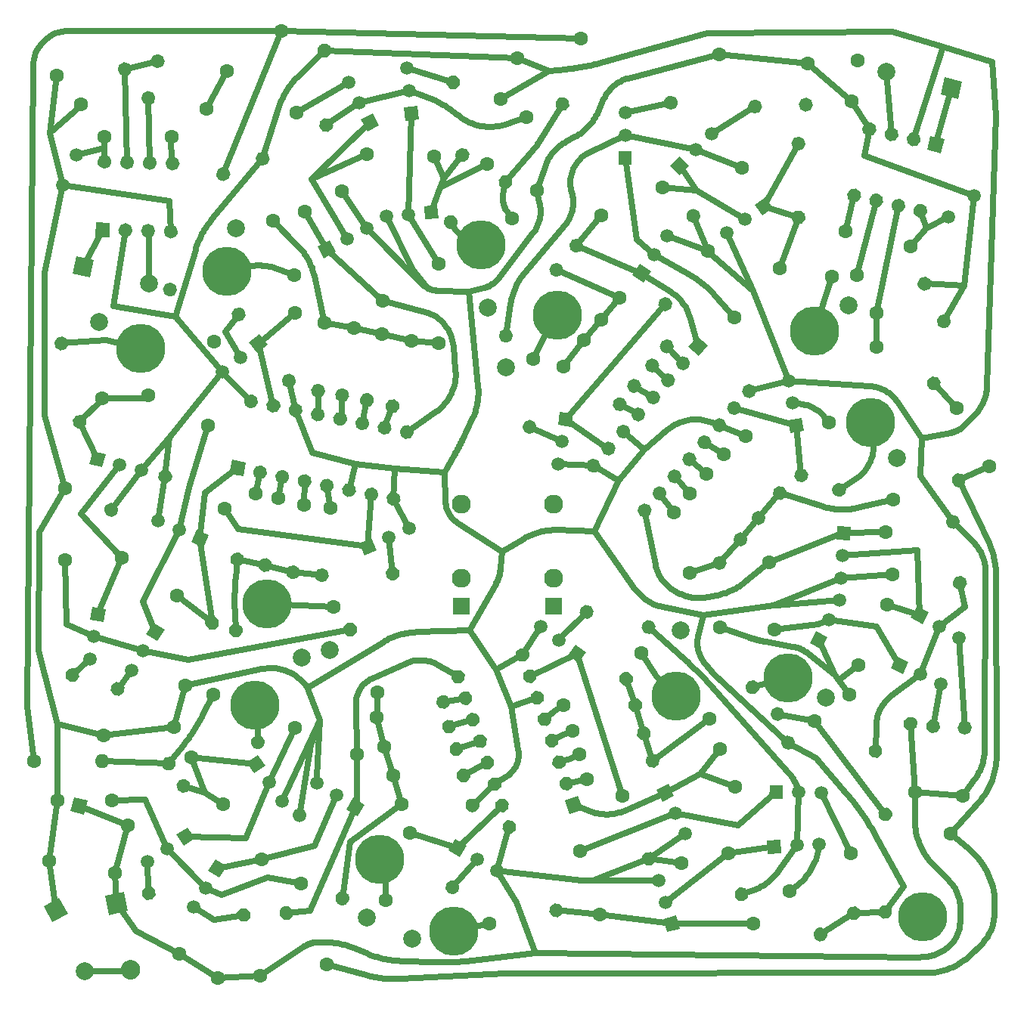
<source format=gbr>
%TF.GenerationSoftware,KiCad,Pcbnew,(5.1.6)-1*%
%TF.CreationDate,2020-10-31T12:28:38-05:00*%
%TF.ProjectId,Old Mr Grassi,4f6c6420-4d72-4204-9772-617373692e6b,rev?*%
%TF.SameCoordinates,Original*%
%TF.FileFunction,Copper,L1,Top*%
%TF.FilePolarity,Positive*%
%FSLAX46Y46*%
G04 Gerber Fmt 4.6, Leading zero omitted, Abs format (unit mm)*
G04 Created by KiCad (PCBNEW (5.1.6)-1) date 2020-10-31 12:28:38*
%MOMM*%
%LPD*%
G01*
G04 APERTURE LIST*
%TA.AperFunction,ComponentPad*%
%ADD10C,5.500000*%
%TD*%
%TA.AperFunction,ComponentPad*%
%ADD11C,1.500000*%
%TD*%
%TA.AperFunction,ComponentPad*%
%ADD12C,0.100000*%
%TD*%
%TA.AperFunction,ComponentPad*%
%ADD13C,2.000000*%
%TD*%
%TA.AperFunction,ComponentPad*%
%ADD14C,1.600000*%
%TD*%
%TA.AperFunction,ComponentPad*%
%ADD15C,2.130000*%
%TD*%
%TA.AperFunction,ComponentPad*%
%ADD16R,1.930000X1.830000*%
%TD*%
%TA.AperFunction,ComponentPad*%
%ADD17O,1.600000X1.600000*%
%TD*%
%TA.AperFunction,Conductor*%
%ADD18C,0.635000*%
%TD*%
G04 APERTURE END LIST*
D10*
%TO.P,REF\u002A\u002A,*%
%TO.N,*%
X208150000Y-78840000D03*
%TD*%
%TO.P,REF\u002A\u002A,*%
%TO.N,*%
X182880000Y-130400000D03*
%TD*%
%TO.P,\u002A,*%
%TO.N,*%
X251800000Y-98750000D03*
%TD*%
%TO.P,REF\u002A\u002A,*%
%TO.N,*%
X230050000Y-129400000D03*
%TD*%
%TO.P,REF\u002A\u002A,*%
%TO.N,*%
X245480000Y-88470000D03*
%TD*%
%TO.P,REF\u002A\u002A,*%
%TO.N,*%
X216710000Y-86700000D03*
%TD*%
%TO.P,REF\u002A\u002A,*%
%TO.N,*%
X170080000Y-90400000D03*
%TD*%
D11*
%TO.P,REF\u002A\u002A,*%
%TO.N,*%
X260470000Y-75720000D03*
%TD*%
%TO.P,REF\u002A\u002A,*%
%TO.N,*%
X263420000Y-73330000D03*
%TD*%
%TO.P,REF\u002A\u002A,*%
%TO.N,*%
X162910000Y-68740000D03*
%TD*%
D10*
%TO.P,REF\u002A\u002A,*%
%TO.N,*%
X205170000Y-155670000D03*
%TD*%
%TO.P,REF\u002A\u002A,*%
%TO.N,*%
X179740000Y-81740000D03*
%TD*%
%TA.AperFunction,ComponentPad*%
D12*
%TO.P,REF\u002A\u002A,1*%
%TO.N,N/C*%
G36*
X258490465Y-66610543D02*
G01*
X260049457Y-66970465D01*
X259689535Y-68529457D01*
X258130543Y-68169535D01*
X258490465Y-66610543D01*
G37*
%TD.AperFunction*%
%TO.P,REF\u002A\u002A,5*%
%TA.AperFunction,ComponentPad*%
G36*
G01*
X250131134Y-72501077D02*
X250131134Y-72501077D01*
G75*
G02*
X250730669Y-73460534I-179961J-779496D01*
G01*
X250730669Y-73460534D01*
G75*
G02*
X249771212Y-74060069I-779496J179961D01*
G01*
X249771212Y-74060069D01*
G75*
G02*
X249171677Y-73100612I179961J779496D01*
G01*
X249171677Y-73100612D01*
G75*
G02*
X250131134Y-72501077I779496J-179961D01*
G01*
G37*
%TD.AperFunction*%
%TO.P,REF\u002A\u002A,2*%
%TA.AperFunction,ComponentPad*%
G36*
G01*
X256795061Y-66219128D02*
X256795061Y-66219128D01*
G75*
G02*
X257394596Y-67178585I-179961J-779496D01*
G01*
X257394596Y-67178585D01*
G75*
G02*
X256435139Y-67778120I-779496J179961D01*
G01*
X256435139Y-67778120D01*
G75*
G02*
X255835604Y-66818663I179961J779496D01*
G01*
X255835604Y-66818663D01*
G75*
G02*
X256795061Y-66219128I779496J-179961D01*
G01*
G37*
%TD.AperFunction*%
%TO.P,REF\u002A\u002A,6*%
%TA.AperFunction,ComponentPad*%
G36*
G01*
X252606034Y-73072453D02*
X252606034Y-73072453D01*
G75*
G02*
X253205569Y-74031910I-179961J-779496D01*
G01*
X253205569Y-74031910D01*
G75*
G02*
X252246112Y-74631445I-779496J179961D01*
G01*
X252246112Y-74631445D01*
G75*
G02*
X251646577Y-73671988I179961J779496D01*
G01*
X251646577Y-73671988D01*
G75*
G02*
X252606034Y-73072453I779496J-179961D01*
G01*
G37*
%TD.AperFunction*%
%TO.P,REF\u002A\u002A,3*%
%TA.AperFunction,ComponentPad*%
G36*
G01*
X254320161Y-65647753D02*
X254320161Y-65647753D01*
G75*
G02*
X254919696Y-66607210I-179961J-779496D01*
G01*
X254919696Y-66607210D01*
G75*
G02*
X253960239Y-67206745I-779496J179961D01*
G01*
X253960239Y-67206745D01*
G75*
G02*
X253360704Y-66247288I179961J779496D01*
G01*
X253360704Y-66247288D01*
G75*
G02*
X254320161Y-65647753I779496J-179961D01*
G01*
G37*
%TD.AperFunction*%
%TO.P,REF\u002A\u002A,7*%
%TA.AperFunction,ComponentPad*%
G36*
G01*
X255080934Y-73643828D02*
X255080934Y-73643828D01*
G75*
G02*
X255680469Y-74603285I-179961J-779496D01*
G01*
X255680469Y-74603285D01*
G75*
G02*
X254721012Y-75202820I-779496J179961D01*
G01*
X254721012Y-75202820D01*
G75*
G02*
X254121477Y-74243363I179961J779496D01*
G01*
X254121477Y-74243363D01*
G75*
G02*
X255080934Y-73643828I779496J-179961D01*
G01*
G37*
%TD.AperFunction*%
%TO.P,REF\u002A\u002A,4*%
%TA.AperFunction,ComponentPad*%
G36*
G01*
X251845261Y-65076377D02*
X251845261Y-65076377D01*
G75*
G02*
X252444796Y-66035834I-179961J-779496D01*
G01*
X252444796Y-66035834D01*
G75*
G02*
X251485339Y-66635369I-779496J179961D01*
G01*
X251485339Y-66635369D01*
G75*
G02*
X250885804Y-65675912I179961J779496D01*
G01*
X250885804Y-65675912D01*
G75*
G02*
X251845261Y-65076377I779496J-179961D01*
G01*
G37*
%TD.AperFunction*%
%TO.P,REF\u002A\u002A,8*%
%TA.AperFunction,ComponentPad*%
G36*
G01*
X257555834Y-74215204D02*
X257555834Y-74215204D01*
G75*
G02*
X258155369Y-75174661I-179961J-779496D01*
G01*
X258155369Y-75174661D01*
G75*
G02*
X257195912Y-75774196I-779496J179961D01*
G01*
X257195912Y-75774196D01*
G75*
G02*
X256596377Y-74814739I179961J779496D01*
G01*
X256596377Y-74814739D01*
G75*
G02*
X257555834Y-74215204I779496J-179961D01*
G01*
G37*
%TD.AperFunction*%
%TD*%
D10*
%TO.P,REF\u002A\u002A,*%
%TO.N,*%
X184260000Y-119050000D03*
%TD*%
%TO.P,REF\u002A\u002A,*%
%TO.N,*%
X242540000Y-127300000D03*
%TD*%
%TO.P,REF\u002A\u002A,*%
%TO.N,*%
X196800000Y-147630000D03*
%TD*%
D11*
%TO.P,REF\u002A\u002A,*%
%TO.N,*%
X161360000Y-72160000D03*
%TD*%
%TA.AperFunction,ComponentPad*%
D12*
%TO.P,REF\u002A\u002A,1*%
%TO.N,N/C*%
G36*
X162453941Y-82010236D02*
G01*
X162869764Y-80053941D01*
X164826059Y-80469764D01*
X164410236Y-82426059D01*
X162453941Y-82010236D01*
G37*
%TD.AperFunction*%
%TD*%
%TO.P,REF\u002A\u002A,8*%
%TO.N,N/C*%
%TA.AperFunction,ComponentPad*%
G36*
G01*
X166008526Y-70292337D02*
X166008526Y-70292337D01*
G75*
G02*
X165229742Y-69471669I20942J799726D01*
G01*
X165229742Y-69471669D01*
G75*
G02*
X166050410Y-68692885I799726J-20942D01*
G01*
X166050410Y-68692885D01*
G75*
G02*
X166829194Y-69513553I-20942J-799726D01*
G01*
X166829194Y-69513553D01*
G75*
G02*
X166008526Y-70292337I-799726J20942D01*
G01*
G37*
%TD.AperFunction*%
%TO.P,REF\u002A\u002A,4*%
%TA.AperFunction,ComponentPad*%
G36*
G01*
X173426447Y-78109194D02*
X173426447Y-78109194D01*
G75*
G02*
X172647663Y-77288526I20942J799726D01*
G01*
X172647663Y-77288526D01*
G75*
G02*
X173468331Y-76509742I799726J-20942D01*
G01*
X173468331Y-76509742D01*
G75*
G02*
X174247115Y-77330410I-20942J-799726D01*
G01*
X174247115Y-77330410D01*
G75*
G02*
X173426447Y-78109194I-799726J20942D01*
G01*
G37*
%TD.AperFunction*%
%TO.P,REF\u002A\u002A,7*%
%TA.AperFunction,ComponentPad*%
G36*
G01*
X168547656Y-70358827D02*
X168547656Y-70358827D01*
G75*
G02*
X167768872Y-69538159I20942J799726D01*
G01*
X167768872Y-69538159D01*
G75*
G02*
X168589540Y-68759375I799726J-20942D01*
G01*
X168589540Y-68759375D01*
G75*
G02*
X169368324Y-69580043I-20942J-799726D01*
G01*
X169368324Y-69580043D01*
G75*
G02*
X168547656Y-70358827I-799726J20942D01*
G01*
G37*
%TD.AperFunction*%
%TO.P,REF\u002A\u002A,3*%
%TA.AperFunction,ComponentPad*%
G36*
G01*
X170887317Y-78042705D02*
X170887317Y-78042705D01*
G75*
G02*
X170108533Y-77222037I20942J799726D01*
G01*
X170108533Y-77222037D01*
G75*
G02*
X170929201Y-76443253I799726J-20942D01*
G01*
X170929201Y-76443253D01*
G75*
G02*
X171707985Y-77263921I-20942J-799726D01*
G01*
X171707985Y-77263921D01*
G75*
G02*
X170887317Y-78042705I-799726J20942D01*
G01*
G37*
%TD.AperFunction*%
%TO.P,REF\u002A\u002A,6*%
%TA.AperFunction,ComponentPad*%
G36*
G01*
X171086786Y-70425316D02*
X171086786Y-70425316D01*
G75*
G02*
X170308002Y-69604648I20942J799726D01*
G01*
X170308002Y-69604648D01*
G75*
G02*
X171128670Y-68825864I799726J-20942D01*
G01*
X171128670Y-68825864D01*
G75*
G02*
X171907454Y-69646532I-20942J-799726D01*
G01*
X171907454Y-69646532D01*
G75*
G02*
X171086786Y-70425316I-799726J20942D01*
G01*
G37*
%TD.AperFunction*%
%TO.P,REF\u002A\u002A,2*%
%TA.AperFunction,ComponentPad*%
G36*
G01*
X168348188Y-77976215D02*
X168348188Y-77976215D01*
G75*
G02*
X167569404Y-77155547I20942J799726D01*
G01*
X167569404Y-77155547D01*
G75*
G02*
X168390072Y-76376763I799726J-20942D01*
G01*
X168390072Y-76376763D01*
G75*
G02*
X169168856Y-77197431I-20942J-799726D01*
G01*
X169168856Y-77197431D01*
G75*
G02*
X168348188Y-77976215I-799726J20942D01*
G01*
G37*
%TD.AperFunction*%
%TO.P,REF\u002A\u002A,5*%
%TA.AperFunction,ComponentPad*%
G36*
G01*
X173625915Y-70491806D02*
X173625915Y-70491806D01*
G75*
G02*
X172847131Y-69671138I20942J799726D01*
G01*
X172847131Y-69671138D01*
G75*
G02*
X173667799Y-68892354I799726J-20942D01*
G01*
X173667799Y-68892354D01*
G75*
G02*
X174446583Y-69713022I-20942J-799726D01*
G01*
X174446583Y-69713022D01*
G75*
G02*
X173625915Y-70491806I-799726J20942D01*
G01*
G37*
%TD.AperFunction*%
%TA.AperFunction,ComponentPad*%
%TO.P,REF\u002A\u002A,1*%
G36*
X166608784Y-77930667D02*
G01*
X165009333Y-77888784D01*
X165051216Y-76289333D01*
X166650667Y-76331216D01*
X166608784Y-77930667D01*
G37*
%TD.AperFunction*%
%TD*%
D13*
%TO.P,REF\u002A\u002A,1*%
%TO.N,N/C*%
X230500000Y-122010000D03*
%TD*%
%TO.P,REF\u002A\u002A,1*%
%TO.N,N/C*%
X180750000Y-76990000D03*
%TD*%
D11*
%TO.P,REF\u002A\u002A,2*%
%TO.N,N/C*%
X247143136Y-120846843D03*
%TO.P,REF\u002A\u002A,3*%
X248296272Y-118583687D03*
%TA.AperFunction,ComponentPad*%
D12*
%TO.P,REF\u002A\u002A,1*%
G36*
X246998748Y-122782238D02*
G01*
X246317762Y-124118748D01*
X244981252Y-123437762D01*
X245662238Y-122101252D01*
X246998748Y-122782238D01*
G37*
%TD.AperFunction*%
%TD*%
D13*
%TO.P,REF\u002A\u002A,1*%
%TO.N,N/C*%
X188140000Y-125030000D03*
%TD*%
D14*
%TO.P,REF\u002A\u002A,1*%
%TO.N,N/C*%
X231570000Y-106700000D03*
%TO.P,REF\u002A\u002A,2*%
%TA.AperFunction,ComponentPad*%
G36*
G01*
X236638248Y-111263471D02*
X236638248Y-111263471D01*
G75*
G02*
X237768068Y-111204259I594516J-535304D01*
G01*
X237768068Y-111204259D01*
G75*
G02*
X237827280Y-112334079I-535304J-594516D01*
G01*
X237827280Y-112334079D01*
G75*
G02*
X236697460Y-112393291I-594516J535304D01*
G01*
X236697460Y-112393291D01*
G75*
G02*
X236638248Y-111263471I535304J594516D01*
G01*
G37*
%TD.AperFunction*%
%TD*%
D13*
%TO.P,REF\u002A\u002A,1*%
%TO.N,N/C*%
X249360000Y-85550000D03*
%TD*%
%TO.P,REF\u002A\u002A,1*%
%TO.N,N/C*%
X191260000Y-124210000D03*
%TD*%
%TO.P,REF\u002A\u002A,1*%
%TO.N,N/C*%
X210980000Y-92500000D03*
%TD*%
%TO.P,REF\u002A\u002A,1*%
%TO.N,N/C*%
X195400000Y-154170000D03*
%TD*%
%TO.P,REF\u002A\u002A,1*%
%TO.N,N/C*%
X200440000Y-156550000D03*
%TD*%
%TO.P,REF\u002A\u002A,1*%
%TO.N,N/C*%
X254720000Y-102720000D03*
%TD*%
D14*
%TO.P,REF\u002A\u002A,1*%
%TO.N,N/C*%
X178320000Y-89620000D03*
%TO.P,REF\u002A\u002A,2*%
%TA.AperFunction,ComponentPad*%
G36*
G01*
X173890764Y-84434032D02*
X173890764Y-84434032D01*
G75*
G02*
X172762881Y-84345265I-519558J608325D01*
G01*
X172762881Y-84345265D01*
G75*
G02*
X172851648Y-83217382I608325J519558D01*
G01*
X172851648Y-83217382D01*
G75*
G02*
X173979531Y-83306149I519558J-608325D01*
G01*
X173979531Y-83306149D01*
G75*
G02*
X173890764Y-84434032I-608325J-519558D01*
G01*
G37*
%TD.AperFunction*%
%TD*%
%TO.P,REF\u002A\u002A,2*%
%TO.N,N/C*%
%TA.AperFunction,ComponentPad*%
G36*
G01*
X245154032Y-62579236D02*
X245154032Y-62579236D01*
G75*
G02*
X245065265Y-63707119I-608325J-519558D01*
G01*
X245065265Y-63707119D01*
G75*
G02*
X243937382Y-63618352I-519558J608325D01*
G01*
X243937382Y-63618352D01*
G75*
G02*
X244026149Y-62490469I608325J519558D01*
G01*
X244026149Y-62490469D01*
G75*
G02*
X245154032Y-62579236I519558J-608325D01*
G01*
G37*
%TD.AperFunction*%
%TO.P,REF\u002A\u002A,1*%
X250340000Y-58150000D03*
%TD*%
D13*
%TO.P,REF\u002A\u002A,1*%
%TO.N,N/C*%
X246770000Y-129540000D03*
%TD*%
%TO.P,REF\u002A\u002A,1*%
%TO.N,N/C*%
X208920000Y-85870000D03*
%TD*%
%TO.P,REF\u002A\u002A,1*%
%TO.N,N/C*%
X165440000Y-87480000D03*
%TD*%
%TO.P,REF\u002A\u002A,2*%
%TO.N,N/C*%
%TA.AperFunction,ComponentPad*%
G36*
G01*
X228420202Y-89624368D02*
X228420202Y-89624368D01*
G75*
G02*
X229551529Y-89634241I560727J-570600D01*
G01*
X229551529Y-89634241D01*
G75*
G02*
X229541656Y-90765568I-570600J-560727D01*
G01*
X229541656Y-90765568D01*
G75*
G02*
X228410329Y-90755695I-560727J570600D01*
G01*
X228410329Y-90755695D01*
G75*
G02*
X228420202Y-89624368I570600J560727D01*
G01*
G37*
%TD.AperFunction*%
D14*
%TO.P,REF\u002A\u002A,1*%
X223640000Y-84760000D03*
%TD*%
%TO.P,REF\u002A\u002A,1*%
%TO.N,N/C*%
X221680000Y-87230000D03*
%TO.P,REF\u002A\u002A,2*%
%TA.AperFunction,ComponentPad*%
G36*
G01*
X226748248Y-91793471D02*
X226748248Y-91793471D01*
G75*
G02*
X227878068Y-91734259I594516J-535304D01*
G01*
X227878068Y-91734259D01*
G75*
G02*
X227937280Y-92864079I-535304J-594516D01*
G01*
X227937280Y-92864079D01*
G75*
G02*
X226807460Y-92923291I-594516J535304D01*
G01*
X226807460Y-92923291D01*
G75*
G02*
X226748248Y-91793471I535304J594516D01*
G01*
G37*
%TD.AperFunction*%
%TD*%
%TO.P,REF\u002A\u002A,2*%
%TO.N,N/C*%
%TA.AperFunction,ComponentPad*%
G36*
G01*
X224728248Y-94073471D02*
X224728248Y-94073471D01*
G75*
G02*
X225858068Y-94014259I594516J-535304D01*
G01*
X225858068Y-94014259D01*
G75*
G02*
X225917280Y-95144079I-535304J-594516D01*
G01*
X225917280Y-95144079D01*
G75*
G02*
X224787460Y-95203291I-594516J535304D01*
G01*
X224787460Y-95203291D01*
G75*
G02*
X224728248Y-94073471I535304J594516D01*
G01*
G37*
%TD.AperFunction*%
%TO.P,REF\u002A\u002A,1*%
X219660000Y-89510000D03*
%TD*%
%TO.P,REF\u002A\u002A,2*%
%TO.N,N/C*%
%TA.AperFunction,ComponentPad*%
G36*
G01*
X234353471Y-113848248D02*
X234353471Y-113848248D01*
G75*
G02*
X235483291Y-113907460I535304J-594516D01*
G01*
X235483291Y-113907460D01*
G75*
G02*
X235424079Y-115037280I-594516J-535304D01*
G01*
X235424079Y-115037280D01*
G75*
G02*
X234294259Y-114978068I-535304J594516D01*
G01*
X234294259Y-114978068D01*
G75*
G02*
X234353471Y-113848248I594516J535304D01*
G01*
G37*
%TD.AperFunction*%
%TO.P,REF\u002A\u002A,1*%
X229790000Y-108780000D03*
%TD*%
%TO.P,REF\u002A\u002A,1*%
%TO.N,N/C*%
X217400000Y-92410000D03*
%TO.P,REF\u002A\u002A,2*%
%TA.AperFunction,ComponentPad*%
G36*
G01*
X223054036Y-96223696D02*
X223054036Y-96223696D01*
G75*
G02*
X224164620Y-96007820I663230J-447354D01*
G01*
X224164620Y-96007820D01*
G75*
G02*
X224380496Y-97118404I-447354J-663230D01*
G01*
X224380496Y-97118404D01*
G75*
G02*
X223269912Y-97334280I-663230J447354D01*
G01*
X223269912Y-97334280D01*
G75*
G02*
X223054036Y-96223696I447354J663230D01*
G01*
G37*
%TD.AperFunction*%
%TD*%
%TO.P,REF\u002A\u002A,1*%
%TO.N,N/C*%
X235390000Y-102250000D03*
%TO.P,REF\u002A\u002A,2*%
%TA.AperFunction,ComponentPad*%
G36*
G01*
X240976617Y-106161791D02*
X240976617Y-106161791D01*
G75*
G02*
X242090800Y-105965330I655322J-458861D01*
G01*
X242090800Y-105965330D01*
G75*
G02*
X242287261Y-107079513I-458861J-655322D01*
G01*
X242287261Y-107079513D01*
G75*
G02*
X241173078Y-107275974I-655322J458861D01*
G01*
X241173078Y-107275974D01*
G75*
G02*
X240976617Y-106161791I458861J655322D01*
G01*
G37*
%TD.AperFunction*%
%TD*%
%TO.P,REF\u002A\u002A,1*%
%TO.N,N/C*%
X231530000Y-115550000D03*
%TO.P,REF\u002A\u002A,2*%
%TA.AperFunction,ComponentPad*%
G36*
G01*
X227425622Y-120996695D02*
X227425622Y-120996695D01*
G75*
G02*
X227583078Y-122117055I-481452J-638908D01*
G01*
X227583078Y-122117055D01*
G75*
G02*
X226462718Y-122274511I-638908J481452D01*
G01*
X226462718Y-122274511D01*
G75*
G02*
X226305262Y-121154151I481452J638908D01*
G01*
X226305262Y-121154151D01*
G75*
G02*
X227425622Y-120996695I638908J-481452D01*
G01*
G37*
%TD.AperFunction*%
%TD*%
%TO.P,REF\u002A\u002A,2*%
%TO.N,N/C*%
%TA.AperFunction,ComponentPad*%
G36*
G01*
X220643305Y-120415622D02*
X220643305Y-120415622D01*
G75*
G02*
X219522945Y-120573078I-638908J481452D01*
G01*
X219522945Y-120573078D01*
G75*
G02*
X219365489Y-119452718I481452J638908D01*
G01*
X219365489Y-119452718D01*
G75*
G02*
X220485849Y-119295262I638908J-481452D01*
G01*
X220485849Y-119295262D01*
G75*
G02*
X220643305Y-120415622I-481452J-638908D01*
G01*
G37*
%TD.AperFunction*%
%TO.P,REF\u002A\u002A,1*%
X226090000Y-124520000D03*
%TD*%
%TO.P,REF\u002A\u002A,2*%
%TO.N,N/C*%
%TA.AperFunction,ComponentPad*%
G36*
G01*
X184168682Y-113894697D02*
X184168682Y-113894697D01*
G75*
G02*
X184801337Y-114832646I-152647J-785302D01*
G01*
X184801337Y-114832646D01*
G75*
G02*
X183863388Y-115465301I-785302J152647D01*
G01*
X183863388Y-115465301D01*
G75*
G02*
X183230733Y-114527352I152647J785302D01*
G01*
X183230733Y-114527352D01*
G75*
G02*
X184168682Y-113894697I785302J-152647D01*
G01*
G37*
%TD.AperFunction*%
%TO.P,REF\u002A\u002A,1*%
X185470000Y-107200000D03*
%TD*%
%TO.P,REF\u002A\u002A,1*%
%TO.N,N/C*%
X188390000Y-107970000D03*
%TO.P,REF\u002A\u002A,2*%
%TA.AperFunction,ComponentPad*%
G36*
G01*
X187264375Y-114696468D02*
X187264375Y-114696468D01*
G75*
G02*
X187921365Y-115617534I-132038J-789028D01*
G01*
X187921365Y-115617534D01*
G75*
G02*
X187000299Y-116274524I-789028J132038D01*
G01*
X187000299Y-116274524D01*
G75*
G02*
X186343309Y-115353458I132038J789028D01*
G01*
X186343309Y-115353458D01*
G75*
G02*
X187264375Y-114696468I789028J-132038D01*
G01*
G37*
%TD.AperFunction*%
%TD*%
%TO.P,REF\u002A\u002A,2*%
%TO.N,N/C*%
%TA.AperFunction,ComponentPad*%
G36*
G01*
X190469811Y-115021654D02*
X190469811Y-115021654D01*
G75*
G02*
X191158546Y-115919231I-104421J-793156D01*
G01*
X191158546Y-115919231D01*
G75*
G02*
X190260969Y-116607966I-793156J104421D01*
G01*
X190260969Y-116607966D01*
G75*
G02*
X189572234Y-115710389I104421J793156D01*
G01*
X189572234Y-115710389D01*
G75*
G02*
X190469811Y-115021654I793156J-104421D01*
G01*
G37*
%TD.AperFunction*%
%TO.P,REF\u002A\u002A,1*%
X191360000Y-108260000D03*
%TD*%
%TO.P,REF\u002A\u002A,1*%
%TO.N,N/C*%
X190670000Y-87570000D03*
%TO.P,REF\u002A\u002A,2*%
%TA.AperFunction,ComponentPad*%
G36*
G01*
X190016332Y-94358602D02*
X190016332Y-94358602D01*
G75*
G02*
X190735972Y-95231596I-76677J-796317D01*
G01*
X190735972Y-95231596D01*
G75*
G02*
X189862978Y-95951236I-796317J76677D01*
G01*
X189862978Y-95951236D01*
G75*
G02*
X189143338Y-95078242I76677J796317D01*
G01*
X189143338Y-95078242D01*
G75*
G02*
X190016332Y-94358602I796317J-76677D01*
G01*
G37*
%TD.AperFunction*%
%TD*%
%TO.P,REF\u002A\u002A,2*%
%TO.N,N/C*%
%TA.AperFunction,ComponentPad*%
G36*
G01*
X243382268Y-104170395D02*
X243382268Y-104170395D01*
G75*
G02*
X244498122Y-103983665I651292J-464562D01*
G01*
X244498122Y-103983665D01*
G75*
G02*
X244684852Y-105099519I-464562J-651292D01*
G01*
X244684852Y-105099519D01*
G75*
G02*
X243568998Y-105286249I-651292J464562D01*
G01*
X243568998Y-105286249D01*
G75*
G02*
X243382268Y-104170395I464562J651292D01*
G01*
G37*
%TD.AperFunction*%
%TO.P,REF\u002A\u002A,1*%
X237830000Y-100210000D03*
%TD*%
%TO.P,REF\u002A\u002A,1*%
%TO.N,N/C*%
X197130000Y-88780000D03*
%TO.P,REF\u002A\u002A,2*%
%TA.AperFunction,ComponentPad*%
G36*
G01*
X195595834Y-95425204D02*
X195595834Y-95425204D01*
G75*
G02*
X196195369Y-96384661I-179961J-779496D01*
G01*
X196195369Y-96384661D01*
G75*
G02*
X195235912Y-96984196I-779496J179961D01*
G01*
X195235912Y-96984196D01*
G75*
G02*
X194636377Y-96024739I179961J779496D01*
G01*
X194636377Y-96024739D01*
G75*
G02*
X195595834Y-95425204I779496J-179961D01*
G01*
G37*
%TD.AperFunction*%
%TD*%
%TO.P,REF\u002A\u002A,2*%
%TO.N,N/C*%
%TA.AperFunction,ComponentPad*%
G36*
G01*
X192775720Y-94866389D02*
X192775720Y-94866389D01*
G75*
G02*
X193424647Y-95793154I-138919J-787846D01*
G01*
X193424647Y-95793154D01*
G75*
G02*
X192497882Y-96442081I-787846J138919D01*
G01*
X192497882Y-96442081D01*
G75*
G02*
X191848955Y-95515316I138919J787846D01*
G01*
X191848955Y-95515316D01*
G75*
G02*
X192775720Y-94866389I787846J-138919D01*
G01*
G37*
%TD.AperFunction*%
%TO.P,REF\u002A\u002A,1*%
X193960000Y-88150000D03*
%TD*%
%TO.P,REF\u002A\u002A,2*%
%TO.N,N/C*%
%TA.AperFunction,ComponentPad*%
G36*
G01*
X186736332Y-93228602D02*
X186736332Y-93228602D01*
G75*
G02*
X187455972Y-94101596I-76677J-796317D01*
G01*
X187455972Y-94101596D01*
G75*
G02*
X186582978Y-94821236I-796317J76677D01*
G01*
X186582978Y-94821236D01*
G75*
G02*
X185863338Y-93948242I76677J796317D01*
G01*
X185863338Y-93948242D01*
G75*
G02*
X186736332Y-93228602I796317J-76677D01*
G01*
G37*
%TD.AperFunction*%
%TO.P,REF\u002A\u002A,1*%
X187390000Y-86440000D03*
%TD*%
%TO.P,REF\u002A\u002A,2*%
%TO.N,N/C*%
%TA.AperFunction,ComponentPad*%
G36*
G01*
X238635968Y-108899236D02*
X238635968Y-108899236D01*
G75*
G02*
X239763851Y-108810469I608325J-519558D01*
G01*
X239763851Y-108810469D01*
G75*
G02*
X239852618Y-109938352I-519558J-608325D01*
G01*
X239852618Y-109938352D01*
G75*
G02*
X238724735Y-110027119I-608325J519558D01*
G01*
X238724735Y-110027119D01*
G75*
G02*
X238635968Y-108899236I519558J608325D01*
G01*
G37*
%TD.AperFunction*%
%TO.P,REF\u002A\u002A,1*%
X233450000Y-104470000D03*
%TD*%
%TO.P,REF\u002A\u002A,2*%
%TO.N,N/C*%
%TA.AperFunction,ComponentPad*%
G36*
G01*
X198500153Y-96115805D02*
X198500153Y-96115805D01*
G75*
G02*
X199048652Y-97105324I-220510J-769009D01*
G01*
X199048652Y-97105324D01*
G75*
G02*
X198059133Y-97653823I-769009J220510D01*
G01*
X198059133Y-97653823D01*
G75*
G02*
X197510634Y-96664304I220510J769009D01*
G01*
X197510634Y-96664304D01*
G75*
G02*
X198500153Y-96115805I769009J-220510D01*
G01*
G37*
%TD.AperFunction*%
%TO.P,REF\u002A\u002A,1*%
X200380000Y-89560000D03*
%TD*%
%TO.P,REF\u002A\u002A,1*%
%TO.N,N/C*%
X187290000Y-82240000D03*
%TO.P,REF\u002A\u002A,2*%
%TA.AperFunction,ComponentPad*%
G36*
G01*
X181703383Y-86151791D02*
X181703383Y-86151791D01*
G75*
G02*
X181506922Y-87265974I-655322J-458861D01*
G01*
X181506922Y-87265974D01*
G75*
G02*
X180392739Y-87069513I-458861J655322D01*
G01*
X180392739Y-87069513D01*
G75*
G02*
X180589200Y-85955330I655322J458861D01*
G01*
X180589200Y-85955330D01*
G75*
G02*
X181703383Y-86151791I458861J-655322D01*
G01*
G37*
%TD.AperFunction*%
%TD*%
%TO.P,REF\u002A\u002A,1*%
%TO.N,N/C*%
X182930000Y-106700000D03*
%TO.P,REF\u002A\u002A,2*%
%TA.AperFunction,ComponentPad*%
G36*
G01*
X181107435Y-113271960D02*
X181107435Y-113271960D01*
G75*
G02*
X181664548Y-114256655I-213791J-770904D01*
G01*
X181664548Y-114256655D01*
G75*
G02*
X180679853Y-114813768I-770904J213791D01*
G01*
X180679853Y-114813768D01*
G75*
G02*
X180122740Y-113829073I213791J770904D01*
G01*
X180122740Y-113829073D01*
G75*
G02*
X181107435Y-113271960I770904J-213791D01*
G01*
G37*
%TD.AperFunction*%
%TD*%
%TO.P,REF\u002A\u002A,1*%
%TO.N,N/C*%
X163360000Y-63100000D03*
%TO.P,REF\u002A\u002A,2*%
%TA.AperFunction,ComponentPad*%
G36*
G01*
X170148602Y-62446332D02*
X170148602Y-62446332D01*
G75*
G02*
X170868242Y-61573338I796317J76677D01*
G01*
X170868242Y-61573338D01*
G75*
G02*
X171741236Y-62292978I76677J-796317D01*
G01*
X171741236Y-62292978D01*
G75*
G02*
X171021596Y-63165972I-796317J-76677D01*
G01*
X171021596Y-63165972D01*
G75*
G02*
X170148602Y-62446332I-76677J796317D01*
G01*
G37*
%TD.AperFunction*%
%TD*%
%TO.P,REF\u002A\u002A,2*%
%TO.N,N/C*%
%TA.AperFunction,ComponentPad*%
G36*
G01*
X167498602Y-59216332D02*
X167498602Y-59216332D01*
G75*
G02*
X168218242Y-58343338I796317J76677D01*
G01*
X168218242Y-58343338D01*
G75*
G02*
X169091236Y-59062978I76677J-796317D01*
G01*
X169091236Y-59062978D01*
G75*
G02*
X168371596Y-59935972I-796317J-76677D01*
G01*
X168371596Y-59935972D01*
G75*
G02*
X167498602Y-59216332I-76677J796317D01*
G01*
G37*
%TD.AperFunction*%
%TO.P,REF\u002A\u002A,1*%
X160710000Y-59870000D03*
%TD*%
%TO.P,REF\u002A\u002A,1*%
%TO.N,N/C*%
X187560000Y-64020000D03*
%TO.P,REF\u002A\u002A,2*%
%TA.AperFunction,ComponentPad*%
G36*
G01*
X190333944Y-57789620D02*
X190333944Y-57789620D01*
G75*
G02*
X189928497Y-56733395I325389J730836D01*
G01*
X189928497Y-56733395D01*
G75*
G02*
X190984722Y-56327948I730836J-325389D01*
G01*
X190984722Y-56327948D01*
G75*
G02*
X191390169Y-57384173I-325389J-730836D01*
G01*
X191390169Y-57384173D01*
G75*
G02*
X190333944Y-57789620I-730836J325389D01*
G01*
G37*
%TD.AperFunction*%
%TD*%
%TO.P,REF\u002A\u002A,2*%
%TO.N,N/C*%
%TA.AperFunction,ComponentPad*%
G36*
G01*
X172545632Y-58789798D02*
X172545632Y-58789798D01*
G75*
G02*
X171414305Y-58799671I-570600J560727D01*
G01*
X171414305Y-58799671D01*
G75*
G02*
X171404432Y-57668344I560727J570600D01*
G01*
X171404432Y-57668344D01*
G75*
G02*
X172535759Y-57658471I570600J-560727D01*
G01*
X172535759Y-57658471D01*
G75*
G02*
X172545632Y-58789798I-560727J-570600D01*
G01*
G37*
%TD.AperFunction*%
%TO.P,REF\u002A\u002A,1*%
X177410000Y-63570000D03*
%TD*%
%TO.P,REF\u002A\u002A,1*%
%TO.N,N/C*%
X184860000Y-76120000D03*
%TO.P,REF\u002A\u002A,2*%
%TA.AperFunction,ComponentPad*%
G36*
G01*
X179912946Y-71425422D02*
X179912946Y-71425422D01*
G75*
G02*
X178781963Y-71455037I-580299J550684D01*
G01*
X178781963Y-71455037D01*
G75*
G02*
X178752348Y-70324054I550684J580299D01*
G01*
X178752348Y-70324054D01*
G75*
G02*
X179883331Y-70294439I580299J-550684D01*
G01*
X179883331Y-70294439D01*
G75*
G02*
X179912946Y-71425422I-550684J-580299D01*
G01*
G37*
%TD.AperFunction*%
%TD*%
%TO.P,REF\u002A\u002A,1*%
%TO.N,N/C*%
X254350000Y-107330000D03*
%TO.P,REF\u002A\u002A,2*%
%TA.AperFunction,ComponentPad*%
G36*
G01*
X260889150Y-105393015D02*
X260889150Y-105393015D01*
G75*
G02*
X261428994Y-104398747I767056J227212D01*
G01*
X261428994Y-104398747D01*
G75*
G02*
X262423262Y-104938591I227212J-767056D01*
G01*
X262423262Y-104938591D01*
G75*
G02*
X261883418Y-105932859I-767056J-227212D01*
G01*
X261883418Y-105932859D01*
G75*
G02*
X260889150Y-105393015I-227212J767056D01*
G01*
G37*
%TD.AperFunction*%
%TD*%
%TO.P,REF\u002A\u002A,1*%
%TO.N,N/C*%
X214010000Y-91600000D03*
%TO.P,REF\u002A\u002A,2*%
%TA.AperFunction,ComponentPad*%
G36*
G01*
X213653069Y-98410653D02*
X213653069Y-98410653D01*
G75*
G02*
X214410104Y-99251426I-41869J-798904D01*
G01*
X214410104Y-99251426D01*
G75*
G02*
X213569331Y-100008461I-798904J41869D01*
G01*
X213569331Y-100008461D01*
G75*
G02*
X212812296Y-99167688I41869J798904D01*
G01*
X212812296Y-99167688D01*
G75*
G02*
X213653069Y-98410653I798904J-41869D01*
G01*
G37*
%TD.AperFunction*%
%TD*%
%TO.P,REF\u002A\u002A,1*%
%TO.N,N/C*%
X211630000Y-75870000D03*
%TO.P,REF\u002A\u002A,2*%
%TA.AperFunction,ComponentPad*%
G36*
G01*
X216104323Y-81017119D02*
X216104323Y-81017119D01*
G75*
G02*
X217232938Y-81096040I524847J-603768D01*
G01*
X217232938Y-81096040D01*
G75*
G02*
X217154017Y-82224655I-603768J-524847D01*
G01*
X217154017Y-82224655D01*
G75*
G02*
X216025402Y-82145734I-524847J603768D01*
G01*
X216025402Y-82145734D01*
G75*
G02*
X216104323Y-81017119I603768J524847D01*
G01*
G37*
%TD.AperFunction*%
%TD*%
%TO.P,REF\u002A\u002A,1*%
%TO.N,N/C*%
X233560000Y-79480000D03*
%TO.P,REF\u002A\u002A,2*%
%TA.AperFunction,ComponentPad*%
G36*
G01*
X229314450Y-84817387D02*
X229314450Y-84817387D01*
G75*
G02*
X229442525Y-85941486I-498012J-626087D01*
G01*
X229442525Y-85941486D01*
G75*
G02*
X228318426Y-86069561I-626087J498012D01*
G01*
X228318426Y-86069561D01*
G75*
G02*
X228190351Y-84945462I498012J626087D01*
G01*
X228190351Y-84945462D01*
G75*
G02*
X229314450Y-84817387I626087J-498012D01*
G01*
G37*
%TD.AperFunction*%
%TD*%
%TO.P,REF\u002A\u002A,2*%
%TO.N,N/C*%
%TA.AperFunction,ComponentPad*%
G36*
G01*
X184234450Y-69772613D02*
X184234450Y-69772613D01*
G75*
G02*
X183110351Y-69644538I-498012J626087D01*
G01*
X183110351Y-69644538D01*
G75*
G02*
X183238426Y-68520439I626087J498012D01*
G01*
X183238426Y-68520439D01*
G75*
G02*
X184362525Y-68648514I498012J-626087D01*
G01*
X184362525Y-68648514D01*
G75*
G02*
X184234450Y-69772613I-626087J-498012D01*
G01*
G37*
%TD.AperFunction*%
%TO.P,REF\u002A\u002A,1*%
X188480000Y-75110000D03*
%TD*%
%TO.P,REF\u002A\u002A,1*%
%TO.N,N/C*%
X192620000Y-72800000D03*
%TO.P,REF\u002A\u002A,2*%
%TA.AperFunction,ComponentPad*%
G36*
G01*
X191027902Y-66168437D02*
X191027902Y-66168437D01*
G75*
G02*
X190063250Y-65577297I-186756J777896D01*
G01*
X190063250Y-65577297D01*
G75*
G02*
X190654390Y-64612645I777896J186756D01*
G01*
X190654390Y-64612645D01*
G75*
G02*
X191619042Y-65203785I186756J-777896D01*
G01*
X191619042Y-65203785D01*
G75*
G02*
X191027902Y-66168437I-777896J-186756D01*
G01*
G37*
%TD.AperFunction*%
%TD*%
%TO.P,REF\u002A\u002A,2*%
%TO.N,N/C*%
%TA.AperFunction,ComponentPad*%
G36*
G01*
X205205950Y-75563688D02*
X205205950Y-75563688D01*
G75*
G02*
X205460453Y-76666061I-423935J-678438D01*
G01*
X205460453Y-76666061D01*
G75*
G02*
X204358080Y-76920564I-678438J423935D01*
G01*
X204358080Y-76920564D01*
G75*
G02*
X204103577Y-75818191I423935J678438D01*
G01*
X204103577Y-75818191D01*
G75*
G02*
X205205950Y-75563688I678438J-423935D01*
G01*
G37*
%TD.AperFunction*%
%TO.P,REF\u002A\u002A,1*%
X208820000Y-69780000D03*
%TD*%
%TO.P,REF\u002A\u002A,1*%
%TO.N,N/C*%
X212210000Y-57940000D03*
%TO.P,REF\u002A\u002A,2*%
%TA.AperFunction,ComponentPad*%
G36*
G01*
X205821896Y-60328414D02*
X205821896Y-60328414D01*
G75*
G02*
X205352724Y-61357918I-749338J-280166D01*
G01*
X205352724Y-61357918D01*
G75*
G02*
X204323220Y-60888746I-280166J749338D01*
G01*
X204323220Y-60888746D01*
G75*
G02*
X204792392Y-59859242I749338J280166D01*
G01*
X204792392Y-59859242D01*
G75*
G02*
X205821896Y-60328414I280166J-749338D01*
G01*
G37*
%TD.AperFunction*%
%TD*%
%TO.P,REF\u002A\u002A,1*%
%TO.N,N/C*%
X213280000Y-64530000D03*
%TO.P,REF\u002A\u002A,2*%
%TA.AperFunction,ComponentPad*%
G36*
G01*
X211172505Y-71016206D02*
X211172505Y-71016206D01*
G75*
G02*
X211686136Y-72024265I-247214J-760845D01*
G01*
X211686136Y-72024265D01*
G75*
G02*
X210678077Y-72537896I-760845J247214D01*
G01*
X210678077Y-72537896D01*
G75*
G02*
X210164446Y-71529837I247214J760845D01*
G01*
X210164446Y-71529837D01*
G75*
G02*
X211172505Y-71016206I760845J-247214D01*
G01*
G37*
%TD.AperFunction*%
%TD*%
%TO.P,REF\u002A\u002A,2*%
%TO.N,N/C*%
%TA.AperFunction,ComponentPad*%
G36*
G01*
X210176161Y-89077955D02*
X210176161Y-89077955D01*
G75*
G02*
X210880455Y-88192535I794857J90563D01*
G01*
X210880455Y-88192535D01*
G75*
G02*
X211765875Y-88896829I90563J-794857D01*
G01*
X211765875Y-88896829D01*
G75*
G02*
X211061581Y-89782249I-794857J-90563D01*
G01*
X211061581Y-89782249D01*
G75*
G02*
X210176161Y-89077955I-90563J794857D01*
G01*
G37*
%TD.AperFunction*%
%TO.P,REF\u002A\u002A,1*%
X203400000Y-89850000D03*
%TD*%
%TO.P,REF\u002A\u002A,2*%
%TO.N,N/C*%
%TA.AperFunction,ComponentPad*%
G36*
G01*
X218380395Y-78252268D02*
X218380395Y-78252268D01*
G75*
G02*
X219496249Y-78438998I464562J-651292D01*
G01*
X219496249Y-78438998D01*
G75*
G02*
X219309519Y-79554852I-651292J-464562D01*
G01*
X219309519Y-79554852D01*
G75*
G02*
X218193665Y-79368122I-464562J651292D01*
G01*
X218193665Y-79368122D01*
G75*
G02*
X218380395Y-78252268I651292J464562D01*
G01*
G37*
%TD.AperFunction*%
%TO.P,REF\u002A\u002A,1*%
X214420000Y-72700000D03*
%TD*%
%TO.P,REF\u002A\u002A,2*%
%TO.N,N/C*%
%TA.AperFunction,ComponentPad*%
G36*
G01*
X217507435Y-62271960D02*
X217507435Y-62271960D01*
G75*
G02*
X218064548Y-63256655I-213791J-770904D01*
G01*
X218064548Y-63256655D01*
G75*
G02*
X217079853Y-63813768I-770904J213791D01*
G01*
X217079853Y-63813768D01*
G75*
G02*
X216522740Y-62829073I213791J770904D01*
G01*
X216522740Y-62829073D01*
G75*
G02*
X217507435Y-62271960I770904J-213791D01*
G01*
G37*
%TD.AperFunction*%
%TO.P,REF\u002A\u002A,1*%
X219330000Y-55700000D03*
%TD*%
%TO.P,REF\u002A\u002A,1*%
%TO.N,N/C*%
X234830000Y-57510000D03*
%TO.P,REF\u002A\u002A,2*%
%TA.AperFunction,ComponentPad*%
G36*
G01*
X230007531Y-62332469D02*
X230007531Y-62332469D01*
G75*
G02*
X230007531Y-63463839I-565685J-565685D01*
G01*
X230007531Y-63463839D01*
G75*
G02*
X228876161Y-63463839I-565685J565685D01*
G01*
X228876161Y-63463839D01*
G75*
G02*
X228876161Y-62332469I565685J565685D01*
G01*
X228876161Y-62332469D01*
G75*
G02*
X230007531Y-62332469I565685J-565685D01*
G01*
G37*
%TD.AperFunction*%
%TD*%
%TO.P,REF\u002A\u002A,2*%
%TO.N,N/C*%
%TA.AperFunction,ComponentPad*%
G36*
G01*
X239479865Y-62811965D02*
X239479865Y-62811965D01*
G75*
G02*
X239361604Y-63937138I-621717J-503456D01*
G01*
X239361604Y-63937138D01*
G75*
G02*
X238236431Y-63818877I-503456J621717D01*
G01*
X238236431Y-63818877D01*
G75*
G02*
X238354692Y-62693704I621717J503456D01*
G01*
X238354692Y-62693704D01*
G75*
G02*
X239479865Y-62811965I503456J-621717D01*
G01*
G37*
%TD.AperFunction*%
%TO.P,REF\u002A\u002A,1*%
X244780000Y-58520000D03*
%TD*%
%TO.P,REF\u002A\u002A,1*%
%TO.N,N/C*%
X249680000Y-62730000D03*
%TO.P,REF\u002A\u002A,2*%
%TA.AperFunction,ComponentPad*%
G36*
G01*
X244342613Y-66975550D02*
X244342613Y-66975550D01*
G75*
G02*
X244214538Y-68099649I-626087J-498012D01*
G01*
X244214538Y-68099649D01*
G75*
G02*
X243090439Y-67971574I-498012J626087D01*
G01*
X243090439Y-67971574D01*
G75*
G02*
X243218514Y-66847475I626087J498012D01*
G01*
X243218514Y-66847475D01*
G75*
G02*
X244342613Y-66975550I498012J-626087D01*
G01*
G37*
%TD.AperFunction*%
%TD*%
%TO.P,REF\u002A\u002A,2*%
%TO.N,N/C*%
%TA.AperFunction,ComponentPad*%
G36*
G01*
X244121671Y-76424175D02*
X244121671Y-76424175D01*
G75*
G02*
X243031447Y-76121829I-393939J696285D01*
G01*
X243031447Y-76121829D01*
G75*
G02*
X243333793Y-75031605I696285J393939D01*
G01*
X243333793Y-75031605D01*
G75*
G02*
X244424017Y-75333951I393939J-696285D01*
G01*
X244424017Y-75333951D01*
G75*
G02*
X244121671Y-76424175I-696285J-393939D01*
G01*
G37*
%TD.AperFunction*%
%TO.P,REF\u002A\u002A,1*%
X247480000Y-82360000D03*
%TD*%
%TO.P,REF\u002A\u002A,2*%
%TO.N,N/C*%
%TA.AperFunction,ComponentPad*%
G36*
G01*
X206557109Y-68090541D02*
X206557109Y-68090541D01*
G75*
G02*
X206763285Y-69202967I-453125J-659301D01*
G01*
X206763285Y-69202967D01*
G75*
G02*
X205650859Y-69409143I-659301J453125D01*
G01*
X205650859Y-69409143D01*
G75*
G02*
X205444683Y-68296717I453125J659301D01*
G01*
X205444683Y-68296717D01*
G75*
G02*
X206557109Y-68090541I659301J-453125D01*
G01*
G37*
%TD.AperFunction*%
%TO.P,REF\u002A\u002A,1*%
X210420000Y-62470000D03*
%TD*%
%TO.P,REF\u002A\u002A,1*%
%TO.N,N/C*%
X250280000Y-82240000D03*
%TO.P,REF\u002A\u002A,2*%
%TA.AperFunction,ComponentPad*%
G36*
G01*
X257049165Y-83071149D02*
X257049165Y-83071149D01*
G75*
G02*
X257940697Y-82374607I794037J-97495D01*
G01*
X257940697Y-82374607D01*
G75*
G02*
X258637239Y-83266139I-97495J-794037D01*
G01*
X258637239Y-83266139D01*
G75*
G02*
X257745707Y-83962681I-794037J97495D01*
G01*
X257745707Y-83962681D01*
G75*
G02*
X257049165Y-83071149I97495J794037D01*
G01*
G37*
%TD.AperFunction*%
%TD*%
%TO.P,REF\u002A\u002A,2*%
%TO.N,N/C*%
%TA.AperFunction,ComponentPad*%
G36*
G01*
X259199165Y-87281149D02*
X259199165Y-87281149D01*
G75*
G02*
X260090697Y-86584607I794037J-97495D01*
G01*
X260090697Y-86584607D01*
G75*
G02*
X260787239Y-87476139I-97495J-794037D01*
G01*
X260787239Y-87476139D01*
G75*
G02*
X259895707Y-88172681I-794037J97495D01*
G01*
X259895707Y-88172681D01*
G75*
G02*
X259199165Y-87281149I97495J794037D01*
G01*
G37*
%TD.AperFunction*%
%TO.P,REF\u002A\u002A,1*%
X252430000Y-86450000D03*
%TD*%
%TO.P,REF\u002A\u002A,1*%
%TO.N,N/C*%
X252440000Y-90240000D03*
%TO.P,REF\u002A\u002A,2*%
%TA.AperFunction,ComponentPad*%
G36*
G01*
X258191930Y-93904383D02*
X258191930Y-93904383D01*
G75*
G02*
X259296483Y-93659510I674713J-429840D01*
G01*
X259296483Y-93659510D01*
G75*
G02*
X259541356Y-94764063I-429840J-674713D01*
G01*
X259541356Y-94764063D01*
G75*
G02*
X258436803Y-95008936I-674713J429840D01*
G01*
X258436803Y-95008936D01*
G75*
G02*
X258191930Y-93904383I429840J674713D01*
G01*
G37*
%TD.AperFunction*%
%TD*%
%TO.P,REF\u002A\u002A,2*%
%TO.N,N/C*%
%TA.AperFunction,ComponentPad*%
G36*
G01*
X232537531Y-75012469D02*
X232537531Y-75012469D01*
G75*
G02*
X232537531Y-76143839I-565685J-565685D01*
G01*
X232537531Y-76143839D01*
G75*
G02*
X231406161Y-76143839I-565685J565685D01*
G01*
X231406161Y-76143839D01*
G75*
G02*
X231406161Y-75012469I565685J565685D01*
G01*
X231406161Y-75012469D01*
G75*
G02*
X232537531Y-75012469I565685J-565685D01*
G01*
G37*
%TD.AperFunction*%
%TO.P,REF\u002A\u002A,1*%
X237360000Y-70190000D03*
%TD*%
%TO.P,REF\u002A\u002A,2*%
%TO.N,N/C*%
%TA.AperFunction,ComponentPad*%
G36*
G01*
X248156883Y-105466034D02*
X248156883Y-105466034D01*
G75*
G02*
X249072182Y-106131037I125148J-790151D01*
G01*
X249072182Y-106131037D01*
G75*
G02*
X248407179Y-107046336I-790151J-125148D01*
G01*
X248407179Y-107046336D01*
G75*
G02*
X247491880Y-106381333I-125148J790151D01*
G01*
X247491880Y-106381333D01*
G75*
G02*
X248156883Y-105466034I790151J125148D01*
G01*
G37*
%TD.AperFunction*%
%TO.P,REF\u002A\u002A,1*%
X247090000Y-98730000D03*
%TD*%
%TO.P,REF\u002A\u002A,1*%
%TO.N,N/C*%
X254230000Y-115750000D03*
%TO.P,REF\u002A\u002A,2*%
%TA.AperFunction,ComponentPad*%
G36*
G01*
X260999165Y-116581149D02*
X260999165Y-116581149D01*
G75*
G02*
X261890697Y-115884607I794037J-97495D01*
G01*
X261890697Y-115884607D01*
G75*
G02*
X262587239Y-116776139I-97495J-794037D01*
G01*
X262587239Y-116776139D01*
G75*
G02*
X261695707Y-117472681I-794037J97495D01*
G01*
X261695707Y-117472681D01*
G75*
G02*
X260999165Y-116581149I97495J794037D01*
G01*
G37*
%TD.AperFunction*%
%TD*%
%TO.P,REF\u002A\u002A,2*%
%TO.N,N/C*%
%TA.AperFunction,ComponentPad*%
G36*
G01*
X255535632Y-132126086D02*
X255535632Y-132126086D01*
G75*
G02*
X256602109Y-131748427I722068J-344409D01*
G01*
X256602109Y-131748427D01*
G75*
G02*
X256979768Y-132814904I-344409J-722068D01*
G01*
X256979768Y-132814904D01*
G75*
G02*
X255913291Y-133192563I-722068J344409D01*
G01*
X255913291Y-133192563D01*
G75*
G02*
X255535632Y-132126086I344409J722068D01*
G01*
G37*
%TD.AperFunction*%
%TO.P,REF\u002A\u002A,1*%
X249380000Y-129190000D03*
%TD*%
%TO.P,REF\u002A\u002A,2*%
%TO.N,N/C*%
%TA.AperFunction,ComponentPad*%
G36*
G01*
X238194223Y-127653532D02*
X238194223Y-127653532D01*
G75*
G02*
X239279004Y-127974859I381727J-703054D01*
G01*
X239279004Y-127974859D01*
G75*
G02*
X238957677Y-129059640I-703054J-381727D01*
G01*
X238957677Y-129059640D01*
G75*
G02*
X237872896Y-128738313I-381727J703054D01*
G01*
X237872896Y-128738313D01*
G75*
G02*
X238194223Y-127653532I703054J381727D01*
G01*
G37*
%TD.AperFunction*%
%TO.P,REF\u002A\u002A,1*%
X234940000Y-121660000D03*
%TD*%
%TO.P,REF\u002A\u002A,2*%
%TO.N,N/C*%
%TA.AperFunction,ComponentPad*%
G36*
G01*
X241748602Y-134646332D02*
X241748602Y-134646332D01*
G75*
G02*
X242468242Y-133773338I796317J76677D01*
G01*
X242468242Y-133773338D01*
G75*
G02*
X243341236Y-134492978I76677J-796317D01*
G01*
X243341236Y-134492978D01*
G75*
G02*
X242621596Y-135365972I-796317J-76677D01*
G01*
X242621596Y-135365972D01*
G75*
G02*
X241748602Y-134646332I-76677J796317D01*
G01*
G37*
%TD.AperFunction*%
%TO.P,REF\u002A\u002A,1*%
X234960000Y-135300000D03*
%TD*%
%TO.P,REF\u002A\u002A,1*%
%TO.N,N/C*%
X223990000Y-140570000D03*
%TO.P,REF\u002A\u002A,2*%
%TA.AperFunction,ComponentPad*%
G36*
G01*
X226654786Y-146847843D02*
X226654786Y-146847843D01*
G75*
G02*
X227703775Y-147271662I312585J-736404D01*
G01*
X227703775Y-147271662D01*
G75*
G02*
X227279956Y-148320651I-736404J-312585D01*
G01*
X227279956Y-148320651D01*
G75*
G02*
X226230967Y-147896832I-312585J736404D01*
G01*
X226230967Y-147896832D01*
G75*
G02*
X226654786Y-146847843I736404J312585D01*
G01*
G37*
%TD.AperFunction*%
%TD*%
%TO.P,REF\u002A\u002A,1*%
%TO.N,N/C*%
X245520000Y-132120000D03*
%TO.P,REF\u002A\u002A,2*%
%TA.AperFunction,ComponentPad*%
G36*
G01*
X251623453Y-135163069D02*
X251623453Y-135163069D01*
G75*
G02*
X252696358Y-134804080I715947J-356958D01*
G01*
X252696358Y-134804080D01*
G75*
G02*
X253055347Y-135876985I-356958J-715947D01*
G01*
X253055347Y-135876985D01*
G75*
G02*
X251982442Y-136235974I-715947J356958D01*
G01*
X251982442Y-136235974D01*
G75*
G02*
X251623453Y-135163069I356958J715947D01*
G01*
G37*
%TD.AperFunction*%
%TD*%
%TO.P,REF\u002A\u002A,1*%
%TO.N,N/C*%
X242710000Y-151200000D03*
%TO.P,REF\u002A\u002A,2*%
%TA.AperFunction,ComponentPad*%
G36*
G01*
X249158437Y-153420374D02*
X249158437Y-153420374D01*
G75*
G02*
X250175307Y-152924414I756415J-260455D01*
G01*
X250175307Y-152924414D01*
G75*
G02*
X250671267Y-153941284I-260455J-756415D01*
G01*
X250671267Y-153941284D01*
G75*
G02*
X249654397Y-154437244I-756415J260455D01*
G01*
X249654397Y-154437244D01*
G75*
G02*
X249158437Y-153420374I260455J756415D01*
G01*
G37*
%TD.AperFunction*%
%TD*%
%TO.P,REF\u002A\u002A,2*%
%TO.N,N/C*%
%TA.AperFunction,ComponentPad*%
G36*
G01*
X236649414Y-151189125D02*
X236649414Y-151189125D01*
G75*
G02*
X237728422Y-150848915I709609J-369399D01*
G01*
X237728422Y-150848915D01*
G75*
G02*
X238068632Y-151927923I-369399J-709609D01*
G01*
X238068632Y-151927923D01*
G75*
G02*
X236989624Y-152268133I-709609J369399D01*
G01*
X236989624Y-152268133D01*
G75*
G02*
X236649414Y-151189125I369399J709609D01*
G01*
G37*
%TD.AperFunction*%
%TO.P,REF\u002A\u002A,1*%
X230600000Y-148040000D03*
%TD*%
%TO.P,REF\u002A\u002A,1*%
%TO.N,N/C*%
X233780000Y-131910000D03*
%TO.P,REF\u002A\u002A,2*%
%TA.AperFunction,ComponentPad*%
G36*
G01*
X240583387Y-131434261D02*
X240583387Y-131434261D01*
G75*
G02*
X241325633Y-130580405I798051J55805D01*
G01*
X241325633Y-130580405D01*
G75*
G02*
X242179489Y-131322651I55805J-798051D01*
G01*
X242179489Y-131322651D01*
G75*
G02*
X241437243Y-132176507I-798051J-55805D01*
G01*
X241437243Y-132176507D01*
G75*
G02*
X240583387Y-131434261I-55805J798051D01*
G01*
G37*
%TD.AperFunction*%
%TD*%
%TO.P,REF\u002A\u002A,2*%
%TO.N,N/C*%
%TA.AperFunction,ComponentPad*%
G36*
G01*
X253021411Y-152846311D02*
X253021411Y-152846311D01*
G75*
G02*
X254116745Y-153129583I406031J-689303D01*
G01*
X254116745Y-153129583D01*
G75*
G02*
X253833473Y-154224917I-689303J-406031D01*
G01*
X253833473Y-154224917D01*
G75*
G02*
X252738139Y-153941645I-406031J689303D01*
G01*
X252738139Y-153941645D01*
G75*
G02*
X253021411Y-152846311I689303J406031D01*
G01*
G37*
%TD.AperFunction*%
%TO.P,REF\u002A\u002A,1*%
X249560000Y-146970000D03*
%TD*%
%TO.P,REF\u002A\u002A,1*%
%TO.N,N/C*%
X238650000Y-154880000D03*
%TO.P,REF\u002A\u002A,2*%
%TA.AperFunction,ComponentPad*%
G36*
G01*
X245386034Y-155946883D02*
X245386034Y-155946883D01*
G75*
G02*
X246301333Y-155281880I790151J-125148D01*
G01*
X246301333Y-155281880D01*
G75*
G02*
X246966336Y-156197179I-125148J-790151D01*
G01*
X246966336Y-156197179D01*
G75*
G02*
X246051037Y-156862182I-790151J125148D01*
G01*
X246051037Y-156862182D01*
G75*
G02*
X245386034Y-155946883I125148J790151D01*
G01*
G37*
%TD.AperFunction*%
%TD*%
%TO.P,REF\u002A\u002A,1*%
%TO.N,N/C*%
X262140000Y-140520000D03*
%TO.P,REF\u002A\u002A,2*%
%TA.AperFunction,ComponentPad*%
G36*
G01*
X262318526Y-133702337D02*
X262318526Y-133702337D01*
G75*
G02*
X261539742Y-132881669I20942J799726D01*
G01*
X261539742Y-132881669D01*
G75*
G02*
X262360410Y-132102885I799726J-20942D01*
G01*
X262360410Y-132102885D01*
G75*
G02*
X263139194Y-132923553I-20942J-799726D01*
G01*
X263139194Y-132923553D01*
G75*
G02*
X262318526Y-133702337I-799726J20942D01*
G01*
G37*
%TD.AperFunction*%
%TD*%
%TO.P,REF\u002A\u002A,2*%
%TO.N,N/C*%
%TA.AperFunction,ComponentPad*%
G36*
G01*
X260215088Y-109951940D02*
X260215088Y-109951940D01*
G75*
G02*
X260888053Y-109042479I791213J118248D01*
G01*
X260888053Y-109042479D01*
G75*
G02*
X261797514Y-109715444I118248J-791213D01*
G01*
X261797514Y-109715444D01*
G75*
G02*
X261124549Y-110624905I-791213J-118248D01*
G01*
X261124549Y-110624905D01*
G75*
G02*
X260215088Y-109951940I-118248J791213D01*
G01*
G37*
%TD.AperFunction*%
%TO.P,REF\u002A\u002A,1*%
X253470000Y-110960000D03*
%TD*%
%TA.AperFunction,ComponentPad*%
D12*
%TO.P,REF\u002A\u002A,1*%
%TO.N,N/C*%
G36*
X201801569Y-74475337D02*
G01*
X203294663Y-74331569D01*
X203438431Y-75824663D01*
X201945337Y-75968431D01*
X201801569Y-74475337D01*
G37*
%TD.AperFunction*%
D11*
%TO.P,REF\u002A\u002A,3*%
X197563387Y-75636896D03*
%TO.P,REF\u002A\u002A,2*%
X200091694Y-75393448D03*
%TD*%
%TA.AperFunction,ComponentPad*%
D12*
%TO.P,REF\u002A\u002A,1*%
%TO.N,N/C*%
G36*
X182197246Y-89760738D02*
G01*
X183379262Y-88837246D01*
X184302754Y-90019262D01*
X183120738Y-90942754D01*
X182197246Y-89760738D01*
G37*
%TD.AperFunction*%
D11*
%TO.P,REF\u002A\u002A,3*%
X179246905Y-93017560D03*
%TO.P,REF\u002A\u002A,2*%
X181248453Y-91453780D03*
%TD*%
%TA.AperFunction,ComponentPad*%
D12*
%TO.P,REF\u002A\u002A,1*%
%TO.N,N/C*%
G36*
X244070784Y-98190636D02*
G01*
X244305436Y-99672168D01*
X242823904Y-99906820D01*
X242589252Y-98425288D01*
X244070784Y-98190636D01*
G37*
%TD.AperFunction*%
D11*
%TO.P,REF\u002A\u002A,3*%
X242652657Y-94031271D03*
%TO.P,REF\u002A\u002A,2*%
X243050000Y-96540000D03*
%TD*%
%TO.P,REF\u002A\u002A,2*%
%TO.N,N/C*%
X216888204Y-123109150D03*
%TO.P,REF\u002A\u002A,3*%
X214846407Y-121598300D03*
%TA.AperFunction,ComponentPad*%
D12*
%TO.P,REF\u002A\u002A,1*%
G36*
X218773224Y-123570990D02*
G01*
X219979010Y-124463224D01*
X219086776Y-125669010D01*
X217880990Y-124776776D01*
X218773224Y-123570990D01*
G37*
%TD.AperFunction*%
%TD*%
%TA.AperFunction,ComponentPad*%
%TO.P,REF\u002A\u002A,1*%
%TO.N,N/C*%
G36*
X241789126Y-146937878D02*
G01*
X240291923Y-147029451D01*
X240200350Y-145532248D01*
X241697553Y-145440675D01*
X241789126Y-146937878D01*
G37*
%TD.AperFunction*%
D11*
%TO.P,REF\u002A\u002A,3*%
X246065263Y-145924936D03*
%TO.P,REF\u002A\u002A,2*%
X243530000Y-146080000D03*
%TD*%
%TO.P,REF\u002A\u002A,2*%
%TO.N,N/C*%
X243759613Y-140144329D03*
%TO.P,REF\u002A\u002A,3*%
X246299226Y-140188658D03*
%TA.AperFunction,ComponentPad*%
D12*
%TO.P,REF\u002A\u002A,1*%
G36*
X241956796Y-140862975D02*
G01*
X240457025Y-140836796D01*
X240483204Y-139337025D01*
X241982975Y-139363204D01*
X241956796Y-140862975D01*
G37*
%TD.AperFunction*%
%TD*%
%TA.AperFunction,ComponentPad*%
%TO.P,REF\u002A\u002A,1*%
%TO.N,N/C*%
G36*
X247974709Y-111813201D02*
G01*
X248053213Y-110315257D01*
X249551157Y-110393761D01*
X249472653Y-111891705D01*
X247974709Y-111813201D01*
G37*
%TD.AperFunction*%
D11*
%TO.P,REF\u002A\u002A,3*%
X248497066Y-116176519D03*
%TO.P,REF\u002A\u002A,2*%
X248630000Y-113640000D03*
%TD*%
%TA.AperFunction,ComponentPad*%
D12*
%TO.P,REF\u002A\u002A,1*%
%TO.N,N/C*%
G36*
X228464683Y-141182874D02*
G01*
X227807126Y-139834683D01*
X229155317Y-139177126D01*
X229812874Y-140525317D01*
X228464683Y-141182874D01*
G37*
%TD.AperFunction*%
D11*
%TO.P,REF\u002A\u002A,3*%
X231036925Y-144745874D03*
%TO.P,REF\u002A\u002A,2*%
X229923463Y-142462937D03*
%TD*%
%TO.P,REF\u002A\u002A,2*%
%TO.N,N/C*%
X228810000Y-152440000D03*
%TO.P,REF\u002A\u002A,3*%
X228109881Y-149998396D03*
%TA.AperFunction,ComponentPad*%
D12*
%TO.P,REF\u002A\u002A,1*%
G36*
X230024337Y-153953931D02*
G01*
X230437793Y-155395823D01*
X228995901Y-155809279D01*
X228582445Y-154367387D01*
X230024337Y-153953931D01*
G37*
%TD.AperFunction*%
%TD*%
D11*
%TO.P,REF\u002A\u002A,2*%
%TO.N,N/C*%
X224332165Y-66560097D03*
%TO.P,REF\u002A\u002A,3*%
X224354331Y-64020193D03*
%TA.AperFunction,ComponentPad*%
D12*
%TO.P,REF\u002A\u002A,1*%
G36*
X225066516Y-68356573D02*
G01*
X225053427Y-69856516D01*
X223553484Y-69843427D01*
X223566573Y-68343484D01*
X225066516Y-68356573D01*
G37*
%TD.AperFunction*%
%TD*%
D15*
%TO.P,REF\u002A\u002A,TN*%
%TO.N,N/C*%
X216320000Y-116190000D03*
D16*
%TO.P,REF\u002A\u002A,S*%
X216320000Y-119290000D03*
D15*
%TO.P,REF\u002A\u002A,T*%
X216320000Y-107890000D03*
%TD*%
D14*
%TO.P,REF\u002A\u002A,2*%
%TO.N,N/C*%
X228464710Y-72389801D03*
%TO.P,REF\u002A\u002A,1*%
X221640000Y-75500000D03*
%TD*%
%TO.P,REF\u002A\u002A,1*%
%TO.N,N/C*%
X253640000Y-119130000D03*
%TO.P,REF\u002A\u002A,2*%
X250470363Y-125927308D03*
%TD*%
D11*
%TO.P,REF\u002A\u002A,2*%
%TO.N,N/C*%
X194557542Y-62857313D03*
%TO.P,REF\u002A\u002A,3*%
X193365084Y-60614626D03*
%TA.AperFunction,ComponentPad*%
D12*
%TO.P,REF\u002A\u002A,1*%
G36*
X196060107Y-64085686D02*
G01*
X196764314Y-65410107D01*
X195439893Y-66114314D01*
X194735686Y-64789893D01*
X196060107Y-64085686D01*
G37*
%TD.AperFunction*%
%TD*%
D15*
%TO.P,REF\u002A\u002A,T*%
%TO.N,N/C*%
X205950000Y-107890000D03*
D16*
%TO.P,REF\u002A\u002A,S*%
X205950000Y-119290000D03*
D15*
%TO.P,REF\u002A\u002A,TN*%
X205950000Y-116190000D03*
%TD*%
D10*
%TO.P,GROUND,*%
%TO.N,*%
X257660000Y-154080000D03*
%TD*%
%TA.AperFunction,ComponentPad*%
D12*
%TO.P,REF\u002A\u002A,1*%
%TO.N,N/C*%
G36*
X255401451Y-126883491D02*
G01*
X254036509Y-126261451D01*
X254658549Y-124896509D01*
X256023491Y-125518549D01*
X255401451Y-126883491D01*
G37*
%TD.AperFunction*%
D11*
%TO.P,REF\u002A\u002A,3*%
X259652603Y-127996642D03*
%TO.P,REF\u002A\u002A,2*%
X257341302Y-126943321D03*
%TD*%
%TA.AperFunction,ComponentPad*%
D12*
%TO.P,REF\u002A\u002A,1*%
%TO.N,N/C*%
G36*
X176331267Y-110753143D02*
G01*
X177706857Y-111351267D01*
X177108733Y-112726857D01*
X175733143Y-112128733D01*
X176331267Y-110753143D01*
G37*
%TD.AperFunction*%
D11*
%TO.P,REF\u002A\u002A,3*%
X172061335Y-109714355D03*
%TO.P,REF\u002A\u002A,2*%
X174390667Y-110727177D03*
%TD*%
%TO.P,REF\u002A\u002A,2*%
%TO.N,N/C*%
X217252656Y-100868728D03*
%TO.P,REF\u002A\u002A,3*%
X216855313Y-103377457D03*
%TA.AperFunction,ComponentPad*%
D12*
%TO.P,REF\u002A\u002A,1*%
G36*
X216791908Y-98983440D02*
G01*
X217026560Y-97501908D01*
X218508092Y-97736560D01*
X218273440Y-99218092D01*
X216791908Y-98983440D01*
G37*
%TD.AperFunction*%
%TD*%
D11*
%TO.P,REF\u002A\u002A,2*%
%TO.N,N/C*%
X259510296Y-121540000D03*
%TO.P,REF\u002A\u002A,3*%
X261710000Y-122810000D03*
%TA.AperFunction,ComponentPad*%
D12*
%TO.P,REF\u002A\u002A,1*%
G36*
X257585110Y-121294519D02*
G01*
X256286072Y-120544519D01*
X257036072Y-119245481D01*
X258335110Y-119995481D01*
X257585110Y-121294519D01*
G37*
%TD.AperFunction*%
%TD*%
D11*
%TO.P,REF\u002A\u002A,2*%
%TO.N,N/C*%
X193152687Y-78107542D03*
%TO.P,REF\u002A\u002A,3*%
X195395374Y-76915084D03*
%TA.AperFunction,ComponentPad*%
D12*
%TO.P,REF\u002A\u002A,1*%
G36*
X191924314Y-79610107D02*
G01*
X190599893Y-80314314D01*
X189895686Y-78989893D01*
X191220107Y-78285686D01*
X191924314Y-79610107D01*
G37*
%TD.AperFunction*%
%TD*%
%TA.AperFunction,ComponentPad*%
%TO.P,REF\u002A\u002A,1*%
%TO.N,N/C*%
G36*
X196496857Y-112998733D02*
G01*
X195121267Y-113596857D01*
X194523143Y-112221267D01*
X195898733Y-111623143D01*
X196496857Y-112998733D01*
G37*
%TD.AperFunction*%
D11*
%TO.P,REF\u002A\u002A,3*%
X200168665Y-110584355D03*
%TO.P,REF\u002A\u002A,2*%
X197839333Y-111597177D03*
%TD*%
%TA.AperFunction,ComponentPad*%
D12*
%TO.P,REF\u002A\u002A,1*%
%TO.N,N/C*%
G36*
X227211173Y-81787616D02*
G01*
X226372384Y-83031173D01*
X225128827Y-82192384D01*
X225967616Y-80948827D01*
X227211173Y-81787616D01*
G37*
%TD.AperFunction*%
D11*
%TO.P,REF\u002A\u002A,3*%
X229010700Y-77778489D03*
%TO.P,REF\u002A\u002A,2*%
X227590350Y-79884245D03*
%TD*%
%TO.P,REF\u002A\u002A,2*%
%TO.N,N/C*%
X237770000Y-75970000D03*
%TO.P,REF\u002A\u002A,3*%
X235702146Y-77444985D03*
%TA.AperFunction,ComponentPad*%
D12*
%TO.P,REF\u002A\u002A,1*%
G36*
X238791739Y-74319955D02*
G01*
X240012912Y-73448900D01*
X240883967Y-74670073D01*
X239662794Y-75541128D01*
X238791739Y-74319955D01*
G37*
%TD.AperFunction*%
%TD*%
%TA.AperFunction,ComponentPad*%
%TO.P,REF\u002A\u002A,1*%
%TO.N,N/C*%
G36*
X231480620Y-69949256D02*
G01*
X230410744Y-71000620D01*
X229359380Y-69930744D01*
X230429256Y-68879380D01*
X231480620Y-69949256D01*
G37*
%TD.AperFunction*%
D11*
%TO.P,REF\u002A\u002A,3*%
X234043312Y-66379381D03*
%TO.P,REF\u002A\u002A,2*%
X232231656Y-68159690D03*
%TD*%
%TA.AperFunction,ComponentPad*%
D12*
%TO.P,REF\u002A\u002A,1*%
%TO.N,N/C*%
G36*
X201054663Y-63251569D02*
G01*
X201198431Y-64744663D01*
X199705337Y-64888431D01*
X199561569Y-63395337D01*
X201054663Y-63251569D01*
G37*
%TD.AperFunction*%
D11*
%TO.P,REF\u002A\u002A,3*%
X199893104Y-59013387D03*
%TO.P,REF\u002A\u002A,2*%
X200136552Y-61541694D03*
%TD*%
%TO.P,REF\u002A\u002A,2*%
%TO.N,N/C*%
X167720000Y-103440000D03*
%TO.P,REF\u002A\u002A,3*%
X170184551Y-104054481D03*
%TA.AperFunction,ComponentPad*%
D12*
%TO.P,REF\u002A\u002A,1*%
G36*
X165801729Y-103734681D02*
G01*
X164346286Y-103371798D01*
X164709169Y-101916355D01*
X166164612Y-102279238D01*
X165801729Y-103734681D01*
G37*
%TD.AperFunction*%
%TD*%
D11*
%TO.P,REF\u002A\u002A,2*%
%TO.N,N/C*%
X164848934Y-122701412D03*
%TO.P,REF\u002A\u002A,3*%
X164407867Y-125202823D03*
%TA.AperFunction,ComponentPad*%
D12*
%TO.P,REF\u002A\u002A,1*%
G36*
X164421158Y-120808370D02*
G01*
X164681630Y-119331158D01*
X166158842Y-119591630D01*
X165898370Y-121068842D01*
X164421158Y-120808370D01*
G37*
%TD.AperFunction*%
%TD*%
%TA.AperFunction,ComponentPad*%
%TO.P,REF\u002A\u002A,1*%
%TO.N,N/C*%
G36*
X170686524Y-122378597D02*
G01*
X171481403Y-121106524D01*
X172753476Y-121901403D01*
X171958597Y-123173476D01*
X170686524Y-122378597D01*
G37*
%TD.AperFunction*%
D11*
%TO.P,REF\u002A\u002A,3*%
X169028010Y-126448084D03*
%TO.P,REF\u002A\u002A,2*%
X170374005Y-124294042D03*
%TD*%
D14*
%TO.P,REF\u002A\u002A,2*%
%TO.N,N/C*%
X160749631Y-141034050D03*
%TA.AperFunction,ComponentPad*%
D12*
%TO.P,REF\u002A\u002A,1*%
G36*
X164144822Y-141085786D02*
G01*
X163744214Y-142634822D01*
X162195178Y-142234214D01*
X162595786Y-140685178D01*
X164144822Y-141085786D01*
G37*
%TD.AperFunction*%
%TD*%
D14*
%TO.P,REF\u002A\u002A,2*%
%TO.N,N/C*%
X173520000Y-66670000D03*
%TO.P,REF\u002A\u002A,1*%
X166020000Y-66670000D03*
%TD*%
%TO.P,REF\u002A\u002A,2*%
%TO.N,N/C*%
X167206058Y-149142361D03*
%TO.P,REF\u002A\u002A,1*%
X159820000Y-147840000D03*
%TD*%
%TO.P,REF\u002A\u002A,1*%
%TO.N,N/C*%
X221500000Y-153860000D03*
%TO.P,REF\u002A\u002A,2*%
X219244707Y-146707123D03*
%TD*%
%TO.P,REF\u002A\u002A,2*%
%TO.N,N/C*%
X240461557Y-114413120D03*
%TO.P,REF\u002A\u002A,1*%
X241050000Y-121890000D03*
%TD*%
%TO.P,REF\u002A\u002A,1*%
%TO.N,N/C*%
X179770000Y-59300000D03*
%TO.P,REF\u002A\u002A,2*%
X185798926Y-54838829D03*
%TD*%
%TO.P,REF\u002A\u002A,1*%
%TO.N,N/C*%
X261410000Y-97070000D03*
%TO.P,REF\u002A\u002A,2*%
X265046072Y-103629648D03*
%TD*%
%TO.P,REF\u002A\u002A,2*%
%TO.N,N/C*%
X235871157Y-146965471D03*
%TO.P,REF\u002A\u002A,1*%
X236590000Y-139500000D03*
%TD*%
%TO.P,REF\u002A\u002A,2*%
%TO.N,N/C*%
X256287775Y-78967133D03*
%TO.P,REF\u002A\u002A,1*%
X248980000Y-77280000D03*
%TD*%
%TO.P,REF\u002A\u002A,1*%
%TO.N,N/C*%
X241590000Y-81430000D03*
%TO.P,REF\u002A\u002A,2*%
X236523073Y-86959580D03*
%TD*%
%TO.P,REF\u002A\u002A,1*%
%TO.N,N/C*%
X203440000Y-80940000D03*
%TO.P,REF\u002A\u002A,2*%
X197185856Y-85079527D03*
%TD*%
%TO.P,REF\u002A\u002A,1*%
%TO.N,N/C*%
X220050000Y-138650000D03*
%TO.P,REF\u002A\u002A,2*%
%TA.AperFunction,ComponentPad*%
G36*
G01*
X226621960Y-136827435D02*
X226621960Y-136827435D01*
G75*
G02*
X227179073Y-135842740I770904J213791D01*
G01*
X227179073Y-135842740D01*
G75*
G02*
X228163768Y-136399853I213791J-770904D01*
G01*
X228163768Y-136399853D01*
G75*
G02*
X227606655Y-137384548I-770904J-213791D01*
G01*
X227606655Y-137384548D01*
G75*
G02*
X226621960Y-136827435I-213791J770904D01*
G01*
G37*
%TD.AperFunction*%
%TD*%
%TO.P,REF\u002A\u002A,1*%
%TO.N,N/C*%
X218410000Y-133290000D03*
%TO.P,REF\u002A\u002A,2*%
%TA.AperFunction,ComponentPad*%
G36*
G01*
X224710858Y-130680099D02*
X224710858Y-130680099D01*
G75*
G02*
X225143815Y-129634848I739104J306147D01*
G01*
X225143815Y-129634848D01*
G75*
G02*
X226189066Y-130067805I306147J-739104D01*
G01*
X226189066Y-130067805D01*
G75*
G02*
X225756109Y-131113056I-739104J-306147D01*
G01*
X225756109Y-131113056D01*
G75*
G02*
X224710858Y-130680099I-306147J739104D01*
G01*
G37*
%TD.AperFunction*%
%TD*%
%TO.P,REF\u002A\u002A,2*%
%TO.N,N/C*%
%TA.AperFunction,ComponentPad*%
G36*
G01*
X223690858Y-127750099D02*
X223690858Y-127750099D01*
G75*
G02*
X224123815Y-126704848I739104J306147D01*
G01*
X224123815Y-126704848D01*
G75*
G02*
X225169066Y-127137805I306147J-739104D01*
G01*
X225169066Y-127137805D01*
G75*
G02*
X224736109Y-128183056I-739104J-306147D01*
G01*
X224736109Y-128183056D01*
G75*
G02*
X223690858Y-127750099I-306147J739104D01*
G01*
G37*
%TD.AperFunction*%
%TO.P,REF\u002A\u002A,1*%
X217390000Y-130360000D03*
%TD*%
%TO.P,REF\u002A\u002A,2*%
%TO.N,N/C*%
X187356214Y-132909517D03*
%TO.P,REF\u002A\u002A,1*%
X194260000Y-135840000D03*
%TD*%
%TO.P,REF\u002A\u002A,16*%
%TO.N,N/C*%
%TA.AperFunction,ComponentPad*%
G36*
G01*
X212103852Y-143767852D02*
X212103852Y-143767852D01*
G75*
G02*
X211604346Y-144782984I-757319J-257813D01*
G01*
X211604346Y-144782984D01*
G75*
G02*
X210589214Y-144283478I-257813J757319D01*
G01*
X210589214Y-144283478D01*
G75*
G02*
X211088720Y-143268346I757319J257813D01*
G01*
X211088720Y-143268346D01*
G75*
G02*
X212103852Y-143767852I257813J-757319D01*
G01*
G37*
%TD.AperFunction*%
%TO.P,REF\u002A\u002A,8*%
%TA.AperFunction,ComponentPad*%
G36*
G01*
X213587435Y-124480763D02*
X213587435Y-124480763D01*
G75*
G02*
X213087929Y-125495895I-757319J-257813D01*
G01*
X213087929Y-125495895D01*
G75*
G02*
X212072797Y-124996389I-257813J757319D01*
G01*
X212072797Y-124996389D01*
G75*
G02*
X212572303Y-123981257I757319J257813D01*
G01*
X212572303Y-123981257D01*
G75*
G02*
X213587435Y-124480763I257813J-757319D01*
G01*
G37*
%TD.AperFunction*%
%TO.P,REF\u002A\u002A,15*%
%TA.AperFunction,ComponentPad*%
G36*
G01*
X211285297Y-141363362D02*
X211285297Y-141363362D01*
G75*
G02*
X210785791Y-142378494I-757319J-257813D01*
G01*
X210785791Y-142378494D01*
G75*
G02*
X209770659Y-141878988I-257813J757319D01*
G01*
X209770659Y-141878988D01*
G75*
G02*
X210270165Y-140863856I757319J257813D01*
G01*
X210270165Y-140863856D01*
G75*
G02*
X211285297Y-141363362I257813J-757319D01*
G01*
G37*
%TD.AperFunction*%
%TO.P,REF\u002A\u002A,7*%
%TA.AperFunction,ComponentPad*%
G36*
G01*
X214405990Y-126885252D02*
X214405990Y-126885252D01*
G75*
G02*
X213906484Y-127900384I-757319J-257813D01*
G01*
X213906484Y-127900384D01*
G75*
G02*
X212891352Y-127400878I-257813J757319D01*
G01*
X212891352Y-127400878D01*
G75*
G02*
X213390858Y-126385746I757319J257813D01*
G01*
X213390858Y-126385746D01*
G75*
G02*
X214405990Y-126885252I257813J-757319D01*
G01*
G37*
%TD.AperFunction*%
%TO.P,REF\u002A\u002A,14*%
%TA.AperFunction,ComponentPad*%
G36*
G01*
X210466742Y-138958873D02*
X210466742Y-138958873D01*
G75*
G02*
X209967236Y-139974005I-757319J-257813D01*
G01*
X209967236Y-139974005D01*
G75*
G02*
X208952104Y-139474499I-257813J757319D01*
G01*
X208952104Y-139474499D01*
G75*
G02*
X209451610Y-138459367I757319J257813D01*
G01*
X209451610Y-138459367D01*
G75*
G02*
X210466742Y-138958873I257813J-757319D01*
G01*
G37*
%TD.AperFunction*%
%TO.P,REF\u002A\u002A,6*%
%TA.AperFunction,ComponentPad*%
G36*
G01*
X215224545Y-129289741D02*
X215224545Y-129289741D01*
G75*
G02*
X214725039Y-130304873I-757319J-257813D01*
G01*
X214725039Y-130304873D01*
G75*
G02*
X213709907Y-129805367I-257813J757319D01*
G01*
X213709907Y-129805367D01*
G75*
G02*
X214209413Y-128790235I757319J257813D01*
G01*
X214209413Y-128790235D01*
G75*
G02*
X215224545Y-129289741I257813J-757319D01*
G01*
G37*
%TD.AperFunction*%
%TO.P,REF\u002A\u002A,13*%
%TA.AperFunction,ComponentPad*%
G36*
G01*
X209648187Y-136554384D02*
X209648187Y-136554384D01*
G75*
G02*
X209148681Y-137569516I-757319J-257813D01*
G01*
X209148681Y-137569516D01*
G75*
G02*
X208133549Y-137070010I-257813J757319D01*
G01*
X208133549Y-137070010D01*
G75*
G02*
X208633055Y-136054878I757319J257813D01*
G01*
X208633055Y-136054878D01*
G75*
G02*
X209648187Y-136554384I257813J-757319D01*
G01*
G37*
%TD.AperFunction*%
%TO.P,REF\u002A\u002A,5*%
%TA.AperFunction,ComponentPad*%
G36*
G01*
X216043100Y-131694231D02*
X216043100Y-131694231D01*
G75*
G02*
X215543594Y-132709363I-757319J-257813D01*
G01*
X215543594Y-132709363D01*
G75*
G02*
X214528462Y-132209857I-257813J757319D01*
G01*
X214528462Y-132209857D01*
G75*
G02*
X215027968Y-131194725I757319J257813D01*
G01*
X215027968Y-131194725D01*
G75*
G02*
X216043100Y-131694231I257813J-757319D01*
G01*
G37*
%TD.AperFunction*%
%TO.P,REF\u002A\u002A,12*%
%TA.AperFunction,ComponentPad*%
G36*
G01*
X208829632Y-134149895D02*
X208829632Y-134149895D01*
G75*
G02*
X208330126Y-135165027I-757319J-257813D01*
G01*
X208330126Y-135165027D01*
G75*
G02*
X207314994Y-134665521I-257813J757319D01*
G01*
X207314994Y-134665521D01*
G75*
G02*
X207814500Y-133650389I757319J257813D01*
G01*
X207814500Y-133650389D01*
G75*
G02*
X208829632Y-134149895I257813J-757319D01*
G01*
G37*
%TD.AperFunction*%
%TO.P,REF\u002A\u002A,4*%
%TA.AperFunction,ComponentPad*%
G36*
G01*
X216861654Y-134098720D02*
X216861654Y-134098720D01*
G75*
G02*
X216362148Y-135113852I-757319J-257813D01*
G01*
X216362148Y-135113852D01*
G75*
G02*
X215347016Y-134614346I-257813J757319D01*
G01*
X215347016Y-134614346D01*
G75*
G02*
X215846522Y-133599214I757319J257813D01*
G01*
X215846522Y-133599214D01*
G75*
G02*
X216861654Y-134098720I257813J-757319D01*
G01*
G37*
%TD.AperFunction*%
%TO.P,REF\u002A\u002A,11*%
%TA.AperFunction,ComponentPad*%
G36*
G01*
X208011077Y-131745406D02*
X208011077Y-131745406D01*
G75*
G02*
X207511571Y-132760538I-757319J-257813D01*
G01*
X207511571Y-132760538D01*
G75*
G02*
X206496439Y-132261032I-257813J757319D01*
G01*
X206496439Y-132261032D01*
G75*
G02*
X206995945Y-131245900I757319J257813D01*
G01*
X206995945Y-131245900D01*
G75*
G02*
X208011077Y-131745406I257813J-757319D01*
G01*
G37*
%TD.AperFunction*%
%TO.P,REF\u002A\u002A,3*%
%TA.AperFunction,ComponentPad*%
G36*
G01*
X217680209Y-136503209D02*
X217680209Y-136503209D01*
G75*
G02*
X217180703Y-137518341I-757319J-257813D01*
G01*
X217180703Y-137518341D01*
G75*
G02*
X216165571Y-137018835I-257813J757319D01*
G01*
X216165571Y-137018835D01*
G75*
G02*
X216665077Y-136003703I757319J257813D01*
G01*
X216665077Y-136003703D01*
G75*
G02*
X217680209Y-136503209I257813J-757319D01*
G01*
G37*
%TD.AperFunction*%
%TO.P,REF\u002A\u002A,10*%
%TA.AperFunction,ComponentPad*%
G36*
G01*
X207192522Y-129340917D02*
X207192522Y-129340917D01*
G75*
G02*
X206693016Y-130356049I-757319J-257813D01*
G01*
X206693016Y-130356049D01*
G75*
G02*
X205677884Y-129856543I-257813J757319D01*
G01*
X205677884Y-129856543D01*
G75*
G02*
X206177390Y-128841411I757319J257813D01*
G01*
X206177390Y-128841411D01*
G75*
G02*
X207192522Y-129340917I257813J-757319D01*
G01*
G37*
%TD.AperFunction*%
%TO.P,REF\u002A\u002A,2*%
%TA.AperFunction,ComponentPad*%
G36*
G01*
X218498764Y-138907698D02*
X218498764Y-138907698D01*
G75*
G02*
X217999258Y-139922830I-757319J-257813D01*
G01*
X217999258Y-139922830D01*
G75*
G02*
X216984126Y-139423324I-257813J757319D01*
G01*
X216984126Y-139423324D01*
G75*
G02*
X217483632Y-138408192I757319J257813D01*
G01*
X217483632Y-138408192D01*
G75*
G02*
X218498764Y-138907698I257813J-757319D01*
G01*
G37*
%TD.AperFunction*%
%TO.P,REF\u002A\u002A,9*%
%TA.AperFunction,ComponentPad*%
G36*
G01*
X206373968Y-126936428D02*
X206373968Y-126936428D01*
G75*
G02*
X205874462Y-127951560I-757319J-257813D01*
G01*
X205874462Y-127951560D01*
G75*
G02*
X204859330Y-127452054I-257813J757319D01*
G01*
X204859330Y-127452054D01*
G75*
G02*
X205358836Y-126436922I757319J257813D01*
G01*
X205358836Y-126436922D01*
G75*
G02*
X206373968Y-126936428I257813J-757319D01*
G01*
G37*
%TD.AperFunction*%
%TA.AperFunction,ComponentPad*%
D12*
%TO.P,REF\u002A\u002A,1*%
G36*
X219059507Y-140554868D02*
G01*
X219575132Y-142069507D01*
X218060493Y-142585132D01*
X217544868Y-141070493D01*
X219059507Y-140554868D01*
G37*
%TD.AperFunction*%
%TD*%
D14*
%TO.P,REF\u002A\u002A,2*%
%TO.N,N/C*%
X177612549Y-99054929D03*
%TO.P,REF\u002A\u002A,1*%
X170930000Y-95650000D03*
%TD*%
%TO.P,REF\u002A\u002A,1*%
%TO.N,N/C*%
X183610000Y-147620000D03*
%TO.P,REF\u002A\u002A,2*%
X179308177Y-141476360D03*
%TD*%
%TO.P,REF\u002A\u002A,2*%
%TO.N,N/C*%
X202895431Y-68891746D03*
%TO.P,REF\u002A\u002A,1*%
X195400000Y-68630000D03*
%TD*%
%TO.P,REF\u002A\u002A,1*%
%TO.N,N/C*%
X174180000Y-118130000D03*
%TO.P,REF\u002A\u002A,2*%
X167999054Y-113881953D03*
%TD*%
%TO.P,REF\u002A\u002A,2*%
%TO.N,N/C*%
%TA.AperFunction,ComponentPad*%
G36*
G01*
X225646206Y-133792505D02*
X225646206Y-133792505D01*
G75*
G02*
X226159837Y-132784446I760845J247214D01*
G01*
X226159837Y-132784446D01*
G75*
G02*
X227167896Y-133298077I247214J-760845D01*
G01*
X227167896Y-133298077D01*
G75*
G02*
X226654265Y-134306136I-760845J-247214D01*
G01*
X226654265Y-134306136D01*
G75*
G02*
X225646206Y-133792505I-247214J760845D01*
G01*
G37*
%TD.AperFunction*%
%TO.P,REF\u002A\u002A,1*%
X219160000Y-135900000D03*
%TD*%
%TO.P,REF\u002A\u002A,1*%
%TO.N,N/C*%
X190880000Y-159420000D03*
%TO.P,REF\u002A\u002A,2*%
%TA.AperFunction,ComponentPad*%
G36*
G01*
X192472098Y-152788437D02*
X192472098Y-152788437D01*
G75*
G02*
X191880958Y-151823785I186756J777896D01*
G01*
X191880958Y-151823785D01*
G75*
G02*
X192845610Y-151232645I777896J-186756D01*
G01*
X192845610Y-151232645D01*
G75*
G02*
X193436750Y-152197297I-186756J-777896D01*
G01*
X193436750Y-152197297D01*
G75*
G02*
X192472098Y-152788437I-777896J186756D01*
G01*
G37*
%TD.AperFunction*%
%TD*%
%TO.P,REF\u002A\u002A,16*%
%TO.N,N/C*%
%TA.AperFunction,ComponentPad*%
G36*
G01*
X237601470Y-94662262D02*
X237601470Y-94662262D01*
G75*
G02*
X238730354Y-94587282I601932J-526952D01*
G01*
X238730354Y-94587282D01*
G75*
G02*
X238805334Y-95716166I-526952J-601932D01*
G01*
X238805334Y-95716166D01*
G75*
G02*
X237676450Y-95791146I-601932J526952D01*
G01*
X237676450Y-95791146D01*
G75*
G02*
X237601470Y-94662262I526952J601932D01*
G01*
G37*
%TD.AperFunction*%
%TO.P,REF\u002A\u002A,8*%
%TA.AperFunction,ComponentPad*%
G36*
G01*
X220156569Y-103020985D02*
X220156569Y-103020985D01*
G75*
G02*
X221285453Y-102946005I601932J-526952D01*
G01*
X221285453Y-102946005D01*
G75*
G02*
X221360433Y-104074889I-526952J-601932D01*
G01*
X221360433Y-104074889D01*
G75*
G02*
X220231549Y-104149869I-601932J526952D01*
G01*
X220231549Y-104149869D01*
G75*
G02*
X220156569Y-103020985I526952J601932D01*
G01*
G37*
%TD.AperFunction*%
%TO.P,REF\u002A\u002A,15*%
%TA.AperFunction,ComponentPad*%
G36*
G01*
X235928398Y-96573396D02*
X235928398Y-96573396D01*
G75*
G02*
X237057282Y-96498416I601932J-526952D01*
G01*
X237057282Y-96498416D01*
G75*
G02*
X237132262Y-97627300I-526952J-601932D01*
G01*
X237132262Y-97627300D01*
G75*
G02*
X236003378Y-97702280I-601932J526952D01*
G01*
X236003378Y-97702280D01*
G75*
G02*
X235928398Y-96573396I526952J601932D01*
G01*
G37*
%TD.AperFunction*%
%TO.P,REF\u002A\u002A,7*%
%TA.AperFunction,ComponentPad*%
G36*
G01*
X221829641Y-101109851D02*
X221829641Y-101109851D01*
G75*
G02*
X222958525Y-101034871I601932J-526952D01*
G01*
X222958525Y-101034871D01*
G75*
G02*
X223033505Y-102163755I-526952J-601932D01*
G01*
X223033505Y-102163755D01*
G75*
G02*
X221904621Y-102238735I-601932J526952D01*
G01*
X221904621Y-102238735D01*
G75*
G02*
X221829641Y-101109851I526952J601932D01*
G01*
G37*
%TD.AperFunction*%
%TO.P,REF\u002A\u002A,14*%
%TA.AperFunction,ComponentPad*%
G36*
G01*
X234255327Y-98484529D02*
X234255327Y-98484529D01*
G75*
G02*
X235384211Y-98409549I601932J-526952D01*
G01*
X235384211Y-98409549D01*
G75*
G02*
X235459191Y-99538433I-526952J-601932D01*
G01*
X235459191Y-99538433D01*
G75*
G02*
X234330307Y-99613413I-601932J526952D01*
G01*
X234330307Y-99613413D01*
G75*
G02*
X234255327Y-98484529I526952J601932D01*
G01*
G37*
%TD.AperFunction*%
%TO.P,REF\u002A\u002A,6*%
%TA.AperFunction,ComponentPad*%
G36*
G01*
X223502712Y-99198717D02*
X223502712Y-99198717D01*
G75*
G02*
X224631596Y-99123737I601932J-526952D01*
G01*
X224631596Y-99123737D01*
G75*
G02*
X224706576Y-100252621I-526952J-601932D01*
G01*
X224706576Y-100252621D01*
G75*
G02*
X223577692Y-100327601I-601932J526952D01*
G01*
X223577692Y-100327601D01*
G75*
G02*
X223502712Y-99198717I526952J601932D01*
G01*
G37*
%TD.AperFunction*%
%TO.P,REF\u002A\u002A,13*%
%TA.AperFunction,ComponentPad*%
G36*
G01*
X232582256Y-100395663D02*
X232582256Y-100395663D01*
G75*
G02*
X233711140Y-100320683I601932J-526952D01*
G01*
X233711140Y-100320683D01*
G75*
G02*
X233786120Y-101449567I-526952J-601932D01*
G01*
X233786120Y-101449567D01*
G75*
G02*
X232657236Y-101524547I-601932J526952D01*
G01*
X232657236Y-101524547D01*
G75*
G02*
X232582256Y-100395663I526952J601932D01*
G01*
G37*
%TD.AperFunction*%
%TO.P,REF\u002A\u002A,5*%
%TA.AperFunction,ComponentPad*%
G36*
G01*
X225175783Y-97287583D02*
X225175783Y-97287583D01*
G75*
G02*
X226304667Y-97212603I601932J-526952D01*
G01*
X226304667Y-97212603D01*
G75*
G02*
X226379647Y-98341487I-526952J-601932D01*
G01*
X226379647Y-98341487D01*
G75*
G02*
X225250763Y-98416467I-601932J526952D01*
G01*
X225250763Y-98416467D01*
G75*
G02*
X225175783Y-97287583I526952J601932D01*
G01*
G37*
%TD.AperFunction*%
%TO.P,REF\u002A\u002A,12*%
%TA.AperFunction,ComponentPad*%
G36*
G01*
X230909185Y-102306797D02*
X230909185Y-102306797D01*
G75*
G02*
X232038069Y-102231817I601932J-526952D01*
G01*
X232038069Y-102231817D01*
G75*
G02*
X232113049Y-103360701I-526952J-601932D01*
G01*
X232113049Y-103360701D01*
G75*
G02*
X230984165Y-103435681I-601932J526952D01*
G01*
X230984165Y-103435681D01*
G75*
G02*
X230909185Y-102306797I526952J601932D01*
G01*
G37*
%TD.AperFunction*%
%TO.P,REF\u002A\u002A,4*%
%TA.AperFunction,ComponentPad*%
G36*
G01*
X226848854Y-95376450D02*
X226848854Y-95376450D01*
G75*
G02*
X227977738Y-95301470I601932J-526952D01*
G01*
X227977738Y-95301470D01*
G75*
G02*
X228052718Y-96430354I-526952J-601932D01*
G01*
X228052718Y-96430354D01*
G75*
G02*
X226923834Y-96505334I-601932J526952D01*
G01*
X226923834Y-96505334D01*
G75*
G02*
X226848854Y-95376450I526952J601932D01*
G01*
G37*
%TD.AperFunction*%
%TO.P,REF\u002A\u002A,11*%
%TA.AperFunction,ComponentPad*%
G36*
G01*
X229236113Y-104217931D02*
X229236113Y-104217931D01*
G75*
G02*
X230364997Y-104142951I601932J-526952D01*
G01*
X230364997Y-104142951D01*
G75*
G02*
X230439977Y-105271835I-526952J-601932D01*
G01*
X230439977Y-105271835D01*
G75*
G02*
X229311093Y-105346815I-601932J526952D01*
G01*
X229311093Y-105346815D01*
G75*
G02*
X229236113Y-104217931I526952J601932D01*
G01*
G37*
%TD.AperFunction*%
%TO.P,REF\u002A\u002A,3*%
%TA.AperFunction,ComponentPad*%
G36*
G01*
X228521926Y-93465316D02*
X228521926Y-93465316D01*
G75*
G02*
X229650810Y-93390336I601932J-526952D01*
G01*
X229650810Y-93390336D01*
G75*
G02*
X229725790Y-94519220I-526952J-601932D01*
G01*
X229725790Y-94519220D01*
G75*
G02*
X228596906Y-94594200I-601932J526952D01*
G01*
X228596906Y-94594200D01*
G75*
G02*
X228521926Y-93465316I526952J601932D01*
G01*
G37*
%TD.AperFunction*%
%TO.P,REF\u002A\u002A,10*%
%TA.AperFunction,ComponentPad*%
G36*
G01*
X227563042Y-106129065D02*
X227563042Y-106129065D01*
G75*
G02*
X228691926Y-106054085I601932J-526952D01*
G01*
X228691926Y-106054085D01*
G75*
G02*
X228766906Y-107182969I-526952J-601932D01*
G01*
X228766906Y-107182969D01*
G75*
G02*
X227638022Y-107257949I-601932J526952D01*
G01*
X227638022Y-107257949D01*
G75*
G02*
X227563042Y-106129065I526952J601932D01*
G01*
G37*
%TD.AperFunction*%
%TO.P,REF\u002A\u002A,2*%
%TA.AperFunction,ComponentPad*%
G36*
G01*
X230194997Y-91554182D02*
X230194997Y-91554182D01*
G75*
G02*
X231323881Y-91479202I601932J-526952D01*
G01*
X231323881Y-91479202D01*
G75*
G02*
X231398861Y-92608086I-526952J-601932D01*
G01*
X231398861Y-92608086D01*
G75*
G02*
X230269977Y-92683066I-601932J526952D01*
G01*
X230269977Y-92683066D01*
G75*
G02*
X230194997Y-91554182I526952J601932D01*
G01*
G37*
%TD.AperFunction*%
%TO.P,REF\u002A\u002A,9*%
%TA.AperFunction,ComponentPad*%
G36*
G01*
X225889971Y-108040199D02*
X225889971Y-108040199D01*
G75*
G02*
X227018855Y-107965219I601932J-526952D01*
G01*
X227018855Y-107965219D01*
G75*
G02*
X227093835Y-109094103I-526952J-601932D01*
G01*
X227093835Y-109094103D01*
G75*
G02*
X225964951Y-109169083I-601932J526952D01*
G01*
X225964951Y-109169083D01*
G75*
G02*
X225889971Y-108040199I526952J601932D01*
G01*
G37*
%TD.AperFunction*%
%TA.AperFunction,ComponentPad*%
D12*
%TO.P,REF\u002A\u002A,1*%
G36*
X231341117Y-90244980D02*
G01*
X232395020Y-89041117D01*
X233598883Y-90095020D01*
X232544980Y-91298883D01*
X231341117Y-90244980D01*
G37*
%TD.AperFunction*%
%TD*%
%TA.AperFunction,ComponentPad*%
%TO.P,REF\u002A\u002A,1*%
%TO.N,N/C*%
G36*
X181579377Y-104750152D02*
G01*
X180009848Y-104439377D01*
X180320623Y-102869848D01*
X181890152Y-103180623D01*
X181579377Y-104750152D01*
G37*
%TD.AperFunction*%
%TO.P,REF\u002A\u002A,9*%
%TA.AperFunction,ComponentPad*%
G36*
G01*
X199716061Y-100573372D02*
X199716061Y-100573372D01*
G75*
G02*
X199086684Y-99633221I155387J784764D01*
G01*
X199086684Y-99633221D01*
G75*
G02*
X200026835Y-99003844I784764J-155387D01*
G01*
X200026835Y-99003844D01*
G75*
G02*
X200656212Y-99943995I-155387J-784764D01*
G01*
X200656212Y-99943995D01*
G75*
G02*
X199716061Y-100573372I-784764J155387D01*
G01*
G37*
%TD.AperFunction*%
%TO.P,REF\u002A\u002A,2*%
%TA.AperFunction,ComponentPad*%
G36*
G01*
X183286239Y-105088119D02*
X183286239Y-105088119D01*
G75*
G02*
X182656862Y-104147968I155387J784764D01*
G01*
X182656862Y-104147968D01*
G75*
G02*
X183597013Y-103518591I784764J-155387D01*
G01*
X183597013Y-103518591D01*
G75*
G02*
X184226390Y-104458742I-155387J-784764D01*
G01*
X184226390Y-104458742D01*
G75*
G02*
X183286239Y-105088119I-784764J155387D01*
G01*
G37*
%TD.AperFunction*%
%TO.P,REF\u002A\u002A,10*%
%TA.AperFunction,ComponentPad*%
G36*
G01*
X197224435Y-100080017D02*
X197224435Y-100080017D01*
G75*
G02*
X196595058Y-99139866I155387J784764D01*
G01*
X196595058Y-99139866D01*
G75*
G02*
X197535209Y-98510489I784764J-155387D01*
G01*
X197535209Y-98510489D01*
G75*
G02*
X198164586Y-99450640I-155387J-784764D01*
G01*
X198164586Y-99450640D01*
G75*
G02*
X197224435Y-100080017I-784764J155387D01*
G01*
G37*
%TD.AperFunction*%
%TO.P,REF\u002A\u002A,3*%
%TA.AperFunction,ComponentPad*%
G36*
G01*
X185777865Y-105581475D02*
X185777865Y-105581475D01*
G75*
G02*
X185148488Y-104641324I155387J784764D01*
G01*
X185148488Y-104641324D01*
G75*
G02*
X186088639Y-104011947I784764J-155387D01*
G01*
X186088639Y-104011947D01*
G75*
G02*
X186718016Y-104952098I-155387J-784764D01*
G01*
X186718016Y-104952098D01*
G75*
G02*
X185777865Y-105581475I-784764J155387D01*
G01*
G37*
%TD.AperFunction*%
%TO.P,REF\u002A\u002A,11*%
%TA.AperFunction,ComponentPad*%
G36*
G01*
X194732809Y-99586662D02*
X194732809Y-99586662D01*
G75*
G02*
X194103432Y-98646511I155387J784764D01*
G01*
X194103432Y-98646511D01*
G75*
G02*
X195043583Y-98017134I784764J-155387D01*
G01*
X195043583Y-98017134D01*
G75*
G02*
X195672960Y-98957285I-155387J-784764D01*
G01*
X195672960Y-98957285D01*
G75*
G02*
X194732809Y-99586662I-784764J155387D01*
G01*
G37*
%TD.AperFunction*%
%TO.P,REF\u002A\u002A,4*%
%TA.AperFunction,ComponentPad*%
G36*
G01*
X188269491Y-106074830D02*
X188269491Y-106074830D01*
G75*
G02*
X187640114Y-105134679I155387J784764D01*
G01*
X187640114Y-105134679D01*
G75*
G02*
X188580265Y-104505302I784764J-155387D01*
G01*
X188580265Y-104505302D01*
G75*
G02*
X189209642Y-105445453I-155387J-784764D01*
G01*
X189209642Y-105445453D01*
G75*
G02*
X188269491Y-106074830I-784764J155387D01*
G01*
G37*
%TD.AperFunction*%
%TO.P,REF\u002A\u002A,12*%
%TA.AperFunction,ComponentPad*%
G36*
G01*
X192241183Y-99093307D02*
X192241183Y-99093307D01*
G75*
G02*
X191611806Y-98153156I155387J784764D01*
G01*
X191611806Y-98153156D01*
G75*
G02*
X192551957Y-97523779I784764J-155387D01*
G01*
X192551957Y-97523779D01*
G75*
G02*
X193181334Y-98463930I-155387J-784764D01*
G01*
X193181334Y-98463930D01*
G75*
G02*
X192241183Y-99093307I-784764J155387D01*
G01*
G37*
%TD.AperFunction*%
%TO.P,REF\u002A\u002A,5*%
%TA.AperFunction,ComponentPad*%
G36*
G01*
X190761117Y-106568185D02*
X190761117Y-106568185D01*
G75*
G02*
X190131740Y-105628034I155387J784764D01*
G01*
X190131740Y-105628034D01*
G75*
G02*
X191071891Y-104998657I784764J-155387D01*
G01*
X191071891Y-104998657D01*
G75*
G02*
X191701268Y-105938808I-155387J-784764D01*
G01*
X191701268Y-105938808D01*
G75*
G02*
X190761117Y-106568185I-784764J155387D01*
G01*
G37*
%TD.AperFunction*%
%TO.P,REF\u002A\u002A,13*%
%TA.AperFunction,ComponentPad*%
G36*
G01*
X189749557Y-98599951D02*
X189749557Y-98599951D01*
G75*
G02*
X189120180Y-97659800I155387J784764D01*
G01*
X189120180Y-97659800D01*
G75*
G02*
X190060331Y-97030423I784764J-155387D01*
G01*
X190060331Y-97030423D01*
G75*
G02*
X190689708Y-97970574I-155387J-784764D01*
G01*
X190689708Y-97970574D01*
G75*
G02*
X189749557Y-98599951I-784764J155387D01*
G01*
G37*
%TD.AperFunction*%
%TO.P,REF\u002A\u002A,6*%
%TA.AperFunction,ComponentPad*%
G36*
G01*
X193252743Y-107061540D02*
X193252743Y-107061540D01*
G75*
G02*
X192623366Y-106121389I155387J784764D01*
G01*
X192623366Y-106121389D01*
G75*
G02*
X193563517Y-105492012I784764J-155387D01*
G01*
X193563517Y-105492012D01*
G75*
G02*
X194192894Y-106432163I-155387J-784764D01*
G01*
X194192894Y-106432163D01*
G75*
G02*
X193252743Y-107061540I-784764J155387D01*
G01*
G37*
%TD.AperFunction*%
%TO.P,REF\u002A\u002A,14*%
%TA.AperFunction,ComponentPad*%
G36*
G01*
X187257931Y-98106596D02*
X187257931Y-98106596D01*
G75*
G02*
X186628554Y-97166445I155387J784764D01*
G01*
X186628554Y-97166445D01*
G75*
G02*
X187568705Y-96537068I784764J-155387D01*
G01*
X187568705Y-96537068D01*
G75*
G02*
X188198082Y-97477219I-155387J-784764D01*
G01*
X188198082Y-97477219D01*
G75*
G02*
X187257931Y-98106596I-784764J155387D01*
G01*
G37*
%TD.AperFunction*%
%TO.P,REF\u002A\u002A,7*%
%TA.AperFunction,ComponentPad*%
G36*
G01*
X195744370Y-107554896D02*
X195744370Y-107554896D01*
G75*
G02*
X195114993Y-106614745I155387J784764D01*
G01*
X195114993Y-106614745D01*
G75*
G02*
X196055144Y-105985368I784764J-155387D01*
G01*
X196055144Y-105985368D01*
G75*
G02*
X196684521Y-106925519I-155387J-784764D01*
G01*
X196684521Y-106925519D01*
G75*
G02*
X195744370Y-107554896I-784764J155387D01*
G01*
G37*
%TD.AperFunction*%
%TO.P,REF\u002A\u002A,15*%
%TA.AperFunction,ComponentPad*%
G36*
G01*
X184766305Y-97613241D02*
X184766305Y-97613241D01*
G75*
G02*
X184136928Y-96673090I155387J784764D01*
G01*
X184136928Y-96673090D01*
G75*
G02*
X185077079Y-96043713I784764J-155387D01*
G01*
X185077079Y-96043713D01*
G75*
G02*
X185706456Y-96983864I-155387J-784764D01*
G01*
X185706456Y-96983864D01*
G75*
G02*
X184766305Y-97613241I-784764J155387D01*
G01*
G37*
%TD.AperFunction*%
%TO.P,REF\u002A\u002A,8*%
%TA.AperFunction,ComponentPad*%
G36*
G01*
X198235996Y-108048251D02*
X198235996Y-108048251D01*
G75*
G02*
X197606619Y-107108100I155387J784764D01*
G01*
X197606619Y-107108100D01*
G75*
G02*
X198546770Y-106478723I784764J-155387D01*
G01*
X198546770Y-106478723D01*
G75*
G02*
X199176147Y-107418874I-155387J-784764D01*
G01*
X199176147Y-107418874D01*
G75*
G02*
X198235996Y-108048251I-784764J155387D01*
G01*
G37*
%TD.AperFunction*%
%TO.P,REF\u002A\u002A,16*%
%TA.AperFunction,ComponentPad*%
G36*
G01*
X182274679Y-97119886D02*
X182274679Y-97119886D01*
G75*
G02*
X181645302Y-96179735I155387J784764D01*
G01*
X181645302Y-96179735D01*
G75*
G02*
X182585453Y-95550358I784764J-155387D01*
G01*
X182585453Y-95550358D01*
G75*
G02*
X183214830Y-96490509I-155387J-784764D01*
G01*
X183214830Y-96490509D01*
G75*
G02*
X182274679Y-97119886I-784764J155387D01*
G01*
G37*
%TD.AperFunction*%
%TD*%
D14*
%TO.P,REF\u002A\u002A,1*%
%TO.N,N/C*%
X165740000Y-95980000D03*
%TO.P,REF\u002A\u002A,2*%
%TA.AperFunction,ComponentPad*%
G36*
G01*
X161683308Y-90497696D02*
X161683308Y-90497696D01*
G75*
G02*
X160564365Y-90330469I-475858J643085D01*
G01*
X160564365Y-90330469D01*
G75*
G02*
X160731592Y-89211526I643085J475858D01*
G01*
X160731592Y-89211526D01*
G75*
G02*
X161850535Y-89378753I475858J-643085D01*
G01*
X161850535Y-89378753D01*
G75*
G02*
X161683308Y-90497696I-643085J-475858D01*
G01*
G37*
%TD.AperFunction*%
%TD*%
%TO.P,REF\u002A\u002A,1*%
%TO.N,N/C*%
X188000000Y-150320000D03*
%TO.P,REF\u002A\u002A,2*%
%TA.AperFunction,ComponentPad*%
G36*
G01*
X187880975Y-143501039D02*
X187880975Y-143501039D01*
G75*
G02*
X187067135Y-142715123I-13962J799878D01*
G01*
X187067135Y-142715123D01*
G75*
G02*
X187853051Y-141901283I799878J13962D01*
G01*
X187853051Y-141901283D01*
G75*
G02*
X188666891Y-142687199I13962J-799878D01*
G01*
X188666891Y-142687199D01*
G75*
G02*
X187880975Y-143501039I-799878J-13962D01*
G01*
G37*
%TD.AperFunction*%
%TD*%
%TO.P,REF\u002A\u002A,1*%
%TO.N,N/C*%
X165950000Y-133760000D03*
%TO.P,REF\u002A\u002A,2*%
%TA.AperFunction,ComponentPad*%
G36*
G01*
X162800875Y-127710586D02*
X162800875Y-127710586D01*
G75*
G02*
X161721867Y-127370376I-369399J709609D01*
G01*
X161721867Y-127370376D01*
G75*
G02*
X162062077Y-126291368I709609J369399D01*
G01*
X162062077Y-126291368D01*
G75*
G02*
X163141085Y-126631578I369399J-709609D01*
G01*
X163141085Y-126631578D01*
G75*
G02*
X162800875Y-127710586I-709609J-369399D01*
G01*
G37*
%TD.AperFunction*%
%TD*%
%TO.P,REF\u002A\u002A,2*%
%TO.N,N/C*%
%TA.AperFunction,ComponentPad*%
G36*
G01*
X168165964Y-129006304D02*
X168165964Y-129006304D01*
G75*
G02*
X167055380Y-129222180I-663230J447354D01*
G01*
X167055380Y-129222180D01*
G75*
G02*
X166839504Y-128111596I447354J663230D01*
G01*
X166839504Y-128111596D01*
G75*
G02*
X167950088Y-127895720I663230J-447354D01*
G01*
X167950088Y-127895720D01*
G75*
G02*
X168165964Y-129006304I-447354J-663230D01*
G01*
G37*
%TD.AperFunction*%
%TO.P,REF\u002A\u002A,1*%
X173820000Y-132820000D03*
%TD*%
%TO.P,REF\u002A\u002A,2*%
%TO.N,N/C*%
%TA.AperFunction,ComponentPad*%
G36*
G01*
X197594906Y-116033599D02*
X197594906Y-116033599D01*
G75*
G02*
X197906754Y-114946055I699696J387848D01*
G01*
X197906754Y-114946055D01*
G75*
G02*
X198994298Y-115257903I387848J-699696D01*
G01*
X198994298Y-115257903D01*
G75*
G02*
X198682450Y-116345447I-699696J-387848D01*
G01*
X198682450Y-116345447D01*
G75*
G02*
X197594906Y-116033599I-387848J699696D01*
G01*
G37*
%TD.AperFunction*%
%TO.P,REF\u002A\u002A,1*%
X191630000Y-119340000D03*
%TD*%
%TO.P,REF\u002A\u002A,1*%
%TO.N,N/C*%
X199310000Y-141470000D03*
%TO.P,REF\u002A\u002A,2*%
%TA.AperFunction,ComponentPad*%
G36*
G01*
X205491019Y-138587744D02*
X205491019Y-138587744D01*
G75*
G02*
X205877970Y-137524603I725046J338095D01*
G01*
X205877970Y-137524603D01*
G75*
G02*
X206941111Y-137911554I338095J-725046D01*
G01*
X206941111Y-137911554D01*
G75*
G02*
X206554160Y-138974695I-725046J-338095D01*
G01*
X206554160Y-138974695D01*
G75*
G02*
X205491019Y-138587744I-338095J725046D01*
G01*
G37*
%TD.AperFunction*%
%TD*%
%TO.P,REF\u002A\u002A,1*%
%TO.N,N/C*%
X175770000Y-136250000D03*
%TO.P,REF\u002A\u002A,2*%
%TA.AperFunction,ComponentPad*%
G36*
G01*
X182415204Y-134715834D02*
X182415204Y-134715834D01*
G75*
G02*
X183014739Y-133756377I779496J179961D01*
G01*
X183014739Y-133756377D01*
G75*
G02*
X183974196Y-134355912I179961J-779496D01*
G01*
X183974196Y-134355912D01*
G75*
G02*
X183374661Y-135315369I-779496J-179961D01*
G01*
X183374661Y-135315369D01*
G75*
G02*
X182415204Y-134715834I-179961J779496D01*
G01*
G37*
%TD.AperFunction*%
%TD*%
D17*
%TO.P,REF\u002A\u002A,2*%
%TO.N,N/C*%
X165760000Y-136640000D03*
D14*
%TO.P,REF\u002A\u002A,1*%
X158140000Y-136640000D03*
%TD*%
%TO.P,REF\u002A\u002A,1*%
%TO.N,N/C*%
X197500000Y-152230000D03*
%TO.P,REF\u002A\u002A,2*%
%TA.AperFunction,ComponentPad*%
G36*
G01*
X204194697Y-150928682D02*
X204194697Y-150928682D01*
G75*
G02*
X204827352Y-149990733I785302J152647D01*
G01*
X204827352Y-149990733D01*
G75*
G02*
X205765301Y-150623388I152647J-785302D01*
G01*
X205765301Y-150623388D01*
G75*
G02*
X205132646Y-151561337I-785302J-152647D01*
G01*
X205132646Y-151561337D01*
G75*
G02*
X204194697Y-150928682I-152647J785302D01*
G01*
G37*
%TD.AperFunction*%
%TD*%
D11*
%TO.P,REF\u002A\u002A,2*%
%TO.N,N/C*%
X173001930Y-146501920D03*
%TO.P,REF\u002A\u002A,3*%
X170883860Y-147903840D03*
%TA.AperFunction,ComponentPad*%
D12*
%TO.P,REF\u002A\u002A,1*%
G36*
X174080633Y-144888538D02*
G01*
X175331462Y-144060633D01*
X176159367Y-145311462D01*
X174908538Y-146139367D01*
X174080633Y-144888538D01*
G37*
%TD.AperFunction*%
%TD*%
D13*
%TO.P,REF\u002A\u002A,1*%
%TO.N,N/C*%
X163833895Y-160170590D03*
%TD*%
D14*
%TO.P,REF\u002A\u002A,1*%
%TO.N,N/C*%
X198380000Y-138210000D03*
%TO.P,REF\u002A\u002A,2*%
%TA.AperFunction,ComponentPad*%
G36*
G01*
X204680858Y-135600099D02*
X204680858Y-135600099D01*
G75*
G02*
X205113815Y-134554848I739104J306147D01*
G01*
X205113815Y-134554848D01*
G75*
G02*
X206159066Y-134987805I306147J-739104D01*
G01*
X206159066Y-134987805D01*
G75*
G02*
X205726109Y-136033056I-739104J-306147D01*
G01*
X205726109Y-136033056D01*
G75*
G02*
X204680858Y-135600099I-306147J739104D01*
G01*
G37*
%TD.AperFunction*%
%TD*%
%TO.P,REF\u002A\u002A,1*%
%TO.N,N/C*%
X166850000Y-141070000D03*
%TO.P,REF\u002A\u002A,2*%
%TA.AperFunction,ComponentPad*%
G36*
G01*
X172569734Y-137355562D02*
X172569734Y-137355562D01*
G75*
G02*
X172804959Y-136248915I670936J435711D01*
G01*
X172804959Y-136248915D01*
G75*
G02*
X173911606Y-136484140I435711J-670936D01*
G01*
X173911606Y-136484140D01*
G75*
G02*
X173676381Y-137590787I-670936J-435711D01*
G01*
X173676381Y-137590787D01*
G75*
G02*
X172569734Y-137355562I-435711J670936D01*
G01*
G37*
%TD.AperFunction*%
%TD*%
%TA.AperFunction,ComponentPad*%
D12*
%TO.P,REF\u002A\u002A,1*%
%TO.N,N/C*%
G36*
X159212471Y-152905393D02*
G01*
X160978366Y-151966450D01*
X161917309Y-153732345D01*
X160151414Y-154671288D01*
X159212471Y-152905393D01*
G37*
%TD.AperFunction*%
%TD*%
D14*
%TO.P,REF\u002A\u002A,1*%
%TO.N,N/C*%
X196530000Y-131730000D03*
%TO.P,REF\u002A\u002A,2*%
%TA.AperFunction,ComponentPad*%
G36*
G01*
X203175204Y-130195834D02*
X203175204Y-130195834D01*
G75*
G02*
X203774739Y-129236377I779496J179961D01*
G01*
X203774739Y-129236377D01*
G75*
G02*
X204734196Y-129835912I179961J-779496D01*
G01*
X204734196Y-129835912D01*
G75*
G02*
X204134661Y-130795369I-779496J-179961D01*
G01*
X204134661Y-130795369D01*
G75*
G02*
X203175204Y-130195834I-179961J779496D01*
G01*
G37*
%TD.AperFunction*%
%TD*%
%TA.AperFunction,ComponentPad*%
D12*
%TO.P,REF\u002A\u002A,1*%
%TO.N,N/C*%
G36*
X177652519Y-148924555D02*
G01*
X178447398Y-147652482D01*
X179719471Y-148447361D01*
X178924592Y-149719434D01*
X177652519Y-148924555D01*
G37*
%TD.AperFunction*%
D11*
%TO.P,REF\u002A\u002A,3*%
X175994005Y-152994042D03*
%TO.P,REF\u002A\u002A,2*%
X177340000Y-150840000D03*
%TD*%
%TO.P,REF\u002A\u002A,2*%
%TO.N,N/C*%
X191995958Y-140434005D03*
%TO.P,REF\u002A\u002A,3*%
X189841916Y-139088010D03*
%TA.AperFunction,ComponentPad*%
D12*
%TO.P,REF\u002A\u002A,1*%
G36*
X193911403Y-140746524D02*
G01*
X195183476Y-141541403D01*
X194388597Y-142813476D01*
X193116524Y-142018597D01*
X193911403Y-140746524D01*
G37*
%TD.AperFunction*%
%TD*%
%TO.P,REF\u002A\u002A,2*%
%TO.N,N/C*%
%TA.AperFunction,ComponentPad*%
G36*
G01*
X168725584Y-158947523D02*
X168725584Y-158947523D01*
G75*
G02*
X170030249Y-159794782I228703J-1075962D01*
G01*
X170030249Y-159794782D01*
G75*
G02*
X169182990Y-161099447I-1075962J-228703D01*
G01*
X169182990Y-161099447D01*
G75*
G02*
X167878325Y-160252188I-228703J1075962D01*
G01*
X167878325Y-160252188D01*
G75*
G02*
X168725584Y-158947523I1075962J228703D01*
G01*
G37*
%TD.AperFunction*%
%TA.AperFunction,ComponentPad*%
%TO.P,REF\u002A\u002A,1*%
G36*
X166065335Y-151722740D02*
G01*
X168217260Y-151265335D01*
X168674665Y-153417260D01*
X166522740Y-153874665D01*
X166065335Y-151722740D01*
G37*
%TD.AperFunction*%
%TD*%
%TA.AperFunction,ComponentPad*%
%TO.P,REF\u002A\u002A,1*%
%TO.N,N/C*%
G36*
X182805818Y-138014546D02*
G01*
X181945454Y-136785818D01*
X183174182Y-135925454D01*
X184034546Y-137154182D01*
X182805818Y-138014546D01*
G37*
%TD.AperFunction*%
D11*
%TO.P,REF\u002A\u002A,3*%
X185903768Y-141131292D03*
%TO.P,REF\u002A\u002A,2*%
X184446884Y-139050646D03*
%TD*%
%TO.P,REF\u002A\u002A,2*%
%TO.N,N/C*%
%TA.AperFunction,ComponentPad*%
G36*
G01*
X203841998Y-133016025D02*
X203841998Y-133016025D01*
G75*
G02*
X204373145Y-132017084I765044J233897D01*
G01*
X204373145Y-132017084D01*
G75*
G02*
X205372086Y-132548231I233897J-765044D01*
G01*
X205372086Y-132548231D01*
G75*
G02*
X204840939Y-133547172I-765044J-233897D01*
G01*
X204840939Y-133547172D01*
G75*
G02*
X203841998Y-133016025I-233897J765044D01*
G01*
G37*
%TD.AperFunction*%
D14*
%TO.P,REF\u002A\u002A,1*%
X197320000Y-135010000D03*
%TD*%
%TO.P,REF\u002A\u002A,1*%
%TO.N,N/C*%
X260740000Y-144770000D03*
%TO.P,REF\u002A\u002A,2*%
%TA.AperFunction,ComponentPad*%
G36*
G01*
X254200850Y-142833015D02*
X254200850Y-142833015D01*
G75*
G02*
X253206582Y-143372859I-767056J227212D01*
G01*
X253206582Y-143372859D01*
G75*
G02*
X252666738Y-142378591I227212J767056D01*
G01*
X252666738Y-142378591D01*
G75*
G02*
X253661006Y-141838747I767056J-227212D01*
G01*
X253661006Y-141838747D01*
G75*
G02*
X254200850Y-142833015I-227212J-767056D01*
G01*
G37*
%TD.AperFunction*%
%TD*%
%TA.AperFunction,ComponentPad*%
D12*
%TO.P,REF\u002A\u002A,1*%
%TO.N,N/C*%
G36*
X205824814Y-147394519D02*
G01*
X204525776Y-146644519D01*
X205275776Y-145345481D01*
X206574814Y-146095481D01*
X205824814Y-147394519D01*
G37*
%TD.AperFunction*%
D11*
%TO.P,REF\u002A\u002A,3*%
X209949704Y-148910000D03*
%TO.P,REF\u002A\u002A,2*%
X207750000Y-147640000D03*
%TD*%
%TO.P,REF\u002A\u002A,2*%
%TO.N,N/C*%
%TA.AperFunction,ComponentPad*%
G36*
G01*
X163076118Y-99411661D02*
X163076118Y-99411661D01*
G75*
G02*
X162468233Y-98457472I173152J781037D01*
G01*
X162468233Y-98457472D01*
G75*
G02*
X163422422Y-97849587I781037J-173152D01*
G01*
X163422422Y-97849587D01*
G75*
G02*
X164030307Y-98803776I-173152J-781037D01*
G01*
X164030307Y-98803776D01*
G75*
G02*
X163076118Y-99411661I-781037J173152D01*
G01*
G37*
%TD.AperFunction*%
D14*
%TO.P,REF\u002A\u002A,1*%
X161600000Y-106070000D03*
%TD*%
%TO.P,REF\u002A\u002A,2*%
%TO.N,N/C*%
%TA.AperFunction,ComponentPad*%
G36*
G01*
X173516468Y-105135777D02*
X173516468Y-105135777D01*
G75*
G02*
X172431687Y-105457104I-703054J381727D01*
G01*
X172431687Y-105457104D01*
G75*
G02*
X172110360Y-104372323I381727J703054D01*
G01*
X172110360Y-104372323D01*
G75*
G02*
X173195141Y-104050996I703054J-381727D01*
G01*
X173195141Y-104050996D01*
G75*
G02*
X173516468Y-105135777I-381727J-703054D01*
G01*
G37*
%TD.AperFunction*%
%TO.P,REF\u002A\u002A,1*%
X179510000Y-108390000D03*
%TD*%
%TO.P,REF\u002A\u002A,1*%
%TO.N,N/C*%
X161640000Y-114120000D03*
%TO.P,REF\u002A\u002A,2*%
%TA.AperFunction,ComponentPad*%
G36*
G01*
X166247525Y-109091769D02*
X166247525Y-109091769D01*
G75*
G02*
X166198175Y-107961475I540472J589822D01*
G01*
X166198175Y-107961475D01*
G75*
G02*
X167328469Y-107912125I589822J-540472D01*
G01*
X167328469Y-107912125D01*
G75*
G02*
X167377819Y-109042419I-540472J-589822D01*
G01*
X167377819Y-109042419D01*
G75*
G02*
X166247525Y-109091769I-589822J540472D01*
G01*
G37*
%TD.AperFunction*%
%TD*%
%TO.P,REF\u002A\u002A,2*%
%TO.N,N/C*%
%TA.AperFunction,ComponentPad*%
G36*
G01*
X180456563Y-122751185D02*
X180456563Y-122751185D01*
G75*
G02*
X179969495Y-121730027I267045J754113D01*
G01*
X179969495Y-121730027D01*
G75*
G02*
X180990653Y-121242959I754113J-267045D01*
G01*
X180990653Y-121242959D01*
G75*
G02*
X181477721Y-122264117I-267045J-754113D01*
G01*
X181477721Y-122264117D01*
G75*
G02*
X180456563Y-122751185I-754113J267045D01*
G01*
G37*
%TD.AperFunction*%
%TO.P,REF\u002A\u002A,1*%
X178180000Y-129180000D03*
%TD*%
%TO.P,REF\u002A\u002A,2*%
%TO.N,N/C*%
%TA.AperFunction,ComponentPad*%
G36*
G01*
X215814698Y-153512647D02*
X215814698Y-153512647D01*
G75*
G02*
X216447353Y-152574698I785302J152647D01*
G01*
X216447353Y-152574698D01*
G75*
G02*
X217385302Y-153207353I152647J-785302D01*
G01*
X217385302Y-153207353D01*
G75*
G02*
X216752647Y-154145302I-785302J-152647D01*
G01*
X216752647Y-154145302D01*
G75*
G02*
X215814698Y-153512647I-152647J785302D01*
G01*
G37*
%TD.AperFunction*%
%TO.P,REF\u002A\u002A,1*%
X209120001Y-154813965D03*
%TD*%
%TO.P,REF\u002A\u002A,2*%
%TO.N,N/C*%
%TA.AperFunction,ComponentPad*%
G36*
G01*
X171346931Y-152156547D02*
X171346931Y-152156547D01*
G75*
G02*
X170274026Y-151797558I-356958J715947D01*
G01*
X170274026Y-151797558D01*
G75*
G02*
X170633015Y-150724653I715947J356958D01*
G01*
X170633015Y-150724653D01*
G75*
G02*
X171705920Y-151083642I356958J-715947D01*
G01*
X171705920Y-151083642D01*
G75*
G02*
X171346931Y-152156547I-715947J-356958D01*
G01*
G37*
%TD.AperFunction*%
%TO.P,REF\u002A\u002A,1*%
X174390000Y-158260000D03*
%TD*%
%TO.P,REF\u002A\u002A,1*%
%TO.N,N/C*%
X196590000Y-128900000D03*
%TO.P,REF\u002A\u002A,2*%
%TA.AperFunction,ComponentPad*%
G36*
G01*
X193870531Y-122645650D02*
X193870531Y-122645650D01*
G75*
G02*
X192817884Y-122231001I-318999J733648D01*
G01*
X192817884Y-122231001D01*
G75*
G02*
X193232533Y-121178354I733648J318999D01*
G01*
X193232533Y-121178354D01*
G75*
G02*
X194285180Y-121593003I318999J-733648D01*
G01*
X194285180Y-121593003D01*
G75*
G02*
X193870531Y-122645650I-733648J-318999D01*
G01*
G37*
%TD.AperFunction*%
%TD*%
%TO.P,REF\u002A\u002A,2*%
%TO.N,N/C*%
%TA.AperFunction,ComponentPad*%
G36*
G01*
X174222268Y-139879605D02*
X174222268Y-139879605D01*
G75*
G02*
X174408998Y-138763751I651292J464562D01*
G01*
X174408998Y-138763751D01*
G75*
G02*
X175524852Y-138950481I464562J-651292D01*
G01*
X175524852Y-138950481D01*
G75*
G02*
X175338122Y-140066335I-651292J-464562D01*
G01*
X175338122Y-140066335D01*
G75*
G02*
X174222268Y-139879605I-464562J651292D01*
G01*
G37*
%TD.AperFunction*%
%TO.P,REF\u002A\u002A,1*%
X168670000Y-143840000D03*
%TD*%
%TO.P,REF\u002A\u002A,1*%
%TO.N,N/C*%
X175050000Y-128150000D03*
%TO.P,REF\u002A\u002A,2*%
%TA.AperFunction,ComponentPad*%
G36*
G01*
X177769469Y-121895650D02*
X177769469Y-121895650D01*
G75*
G02*
X177354820Y-120843003I318999J733648D01*
G01*
X177354820Y-120843003D01*
G75*
G02*
X178407467Y-120428354I733648J-318999D01*
G01*
X178407467Y-120428354D01*
G75*
G02*
X178822116Y-121481001I-318999J-733648D01*
G01*
X178822116Y-121481001D01*
G75*
G02*
X177769469Y-121895650I-733648J318999D01*
G01*
G37*
%TD.AperFunction*%
%TD*%
%TO.P,REF\u002A\u002A,2*%
%TO.N,N/C*%
%TA.AperFunction,ComponentPad*%
G36*
G01*
X206480380Y-141906056D02*
X206480380Y-141906056D01*
G75*
G02*
X206885827Y-140849831I730836J325389D01*
G01*
X206885827Y-140849831D01*
G75*
G02*
X207942052Y-141255278I325389J-730836D01*
G01*
X207942052Y-141255278D01*
G75*
G02*
X207536605Y-142311503I-730836J-325389D01*
G01*
X207536605Y-142311503D01*
G75*
G02*
X206480380Y-141906056I-325389J730836D01*
G01*
G37*
%TD.AperFunction*%
%TO.P,REF\u002A\u002A,1*%
X200250000Y-144680000D03*
%TD*%
%TO.P,REF\u002A\u002A,2*%
%TO.N,N/C*%
%TA.AperFunction,ComponentPad*%
G36*
G01*
X258582565Y-133508040D02*
X258582565Y-133508040D01*
G75*
G02*
X258025452Y-132523345I213791J770904D01*
G01*
X258025452Y-132523345D01*
G75*
G02*
X259010147Y-131966232I770904J-213791D01*
G01*
X259010147Y-131966232D01*
G75*
G02*
X259567260Y-132950927I-213791J-770904D01*
G01*
X259567260Y-132950927D01*
G75*
G02*
X258582565Y-133508040I-770904J213791D01*
G01*
G37*
%TD.AperFunction*%
%TO.P,REF\u002A\u002A,1*%
X256760000Y-140080000D03*
%TD*%
%TO.P,REF\u002A\u002A,1*%
%TO.N,N/C*%
X178690000Y-160920000D03*
%TO.P,REF\u002A\u002A,2*%
%TA.AperFunction,ComponentPad*%
G36*
G01*
X181299901Y-154619142D02*
X181299901Y-154619142D01*
G75*
G02*
X180866944Y-153573891I306147J739104D01*
G01*
X180866944Y-153573891D01*
G75*
G02*
X181912195Y-153140934I739104J-306147D01*
G01*
X181912195Y-153140934D01*
G75*
G02*
X182345152Y-154186185I-306147J-739104D01*
G01*
X182345152Y-154186185D01*
G75*
G02*
X181299901Y-154619142I-739104J306147D01*
G01*
G37*
%TD.AperFunction*%
%TD*%
D13*
%TO.P,REF\u002A\u002A,1*%
%TO.N,N/C*%
X170990000Y-83140000D03*
%TD*%
%TO.P,REF\u002A\u002A,1*%
%TO.N,N/C*%
X253530000Y-59410000D03*
%TD*%
%TO.P,REF\u002A\u002A,2*%
%TO.N,N/C*%
%TA.AperFunction,ComponentPad*%
G36*
G01*
X186089901Y-154409142D02*
X186089901Y-154409142D01*
G75*
G02*
X185656944Y-153363891I306147J739104D01*
G01*
X185656944Y-153363891D01*
G75*
G02*
X186702195Y-152930934I739104J-306147D01*
G01*
X186702195Y-152930934D01*
G75*
G02*
X187135152Y-153976185I-306147J-739104D01*
G01*
X187135152Y-153976185D01*
G75*
G02*
X186089901Y-154409142I-739104J306147D01*
G01*
G37*
%TD.AperFunction*%
D14*
%TO.P,REF\u002A\u002A,1*%
X183480000Y-160710000D03*
%TD*%
%TA.AperFunction,ComponentPad*%
D12*
%TO.P,REF\u002A\u002A,1*%
%TO.N,N/C*%
G36*
X259624185Y-61988925D02*
G01*
X260091075Y-60044185D01*
X262035815Y-60511075D01*
X261568925Y-62455815D01*
X259624185Y-61988925D01*
G37*
%TD.AperFunction*%
%TD*%
D18*
%TO.N,*%
X205218319Y-102346347D02*
X205278339Y-102236730D01*
X207854423Y-96069272D02*
X207824487Y-96311022D01*
X205802620Y-101241687D02*
X205859095Y-101130203D01*
X207786223Y-96551593D02*
X207739676Y-96790701D01*
X205338008Y-102126923D02*
X205397325Y-102016924D01*
X207290244Y-98178790D02*
X207187815Y-98399804D01*
X198798602Y-122595608D02*
X198567600Y-122676340D01*
X199267643Y-122456104D02*
X199032027Y-122522172D01*
X200470396Y-122238312D02*
X200227345Y-122266708D01*
X200958573Y-122204487D02*
X200714218Y-122217564D01*
X199505219Y-122397470D02*
X199267643Y-122456104D01*
X199744518Y-122346326D02*
X199505219Y-122397470D01*
X206026370Y-100794671D02*
X206081410Y-100682472D01*
X207857840Y-94610243D02*
X207878274Y-94852980D01*
X205688599Y-101464109D02*
X205745788Y-101352990D01*
X207384982Y-97954371D02*
X207290244Y-98178790D01*
X207875994Y-95826634D02*
X207854423Y-96069272D01*
X207471916Y-97726816D02*
X207384982Y-97954371D01*
X197245014Y-123308991D02*
X188760000Y-128400000D01*
X197456796Y-123186402D02*
X197245014Y-123308991D01*
X200714218Y-122217564D02*
X200470396Y-122238312D01*
X205397325Y-102016924D02*
X205456289Y-101906736D01*
X206136091Y-100570097D02*
X207187815Y-98399804D01*
X205341745Y-92841136D02*
X205108254Y-90138863D01*
X207893952Y-95339846D02*
X207889176Y-95583395D01*
X198113769Y-122859366D02*
X197891389Y-122961479D01*
X197672326Y-123070527D02*
X197456796Y-123186402D01*
X207857840Y-94610243D02*
X206790000Y-84100000D01*
X207824487Y-96311022D02*
X207786223Y-96551593D01*
X197891389Y-122961479D02*
X197672326Y-123070527D01*
X200227345Y-122266708D02*
X199985306Y-122302725D01*
X198339247Y-122764289D02*
X198113769Y-122859366D01*
X207684901Y-97028058D02*
X207621965Y-97263383D01*
X198567600Y-122676340D02*
X198339247Y-122764289D01*
X199032027Y-122522172D02*
X198798602Y-122595608D01*
X207890316Y-95096277D02*
X207893952Y-95339846D01*
X199985306Y-122302725D02*
X199744518Y-122346326D01*
X200958573Y-122204487D02*
X206900000Y-121980000D01*
X205970971Y-100906694D02*
X206026370Y-100794671D01*
X205745788Y-101352990D02*
X205802620Y-101241687D01*
X205514898Y-101796359D02*
X205573154Y-101685795D01*
X205278339Y-102236730D02*
X205338008Y-102126923D01*
X205573154Y-101685795D02*
X205631054Y-101575045D01*
X207878274Y-94852980D02*
X207890316Y-95096277D01*
X207621965Y-97263383D02*
X207550942Y-97496395D01*
X205859095Y-101130203D02*
X205915212Y-101018538D01*
X205456289Y-101906736D02*
X205514898Y-101796359D01*
X207550942Y-97496395D02*
X207471916Y-97726816D01*
X207889176Y-95583395D02*
X207875994Y-95826634D01*
X205915212Y-101018538D02*
X205970971Y-100906694D01*
X205218319Y-102346347D02*
X204150000Y-104290000D01*
X207739676Y-96790701D02*
X207684901Y-97028058D01*
X206081410Y-100682472D02*
X206136091Y-100570097D01*
X205631054Y-101575045D02*
X205688599Y-101464109D01*
X201953822Y-86367595D02*
X202266167Y-86464900D01*
X204913034Y-89178962D02*
X205002480Y-89493648D01*
X204325241Y-88015122D02*
X204505108Y-88288391D01*
X167720000Y-103440000D02*
X163370000Y-108940000D01*
X163249270Y-98630624D02*
X165255449Y-102825518D01*
X204505108Y-88288391D02*
X204663623Y-88574575D01*
X170310000Y-118770000D02*
X171720000Y-122140000D01*
X194090000Y-103370000D02*
X198550000Y-103900000D01*
X203404895Y-97333308D02*
X203663964Y-97113616D01*
X205067679Y-89814237D02*
X205108254Y-90138863D01*
X203668574Y-87288275D02*
X203905754Y-87513605D01*
X173300000Y-100390000D02*
X170184551Y-104054481D01*
X179246905Y-93017560D02*
X179246905Y-93151961D01*
X203414908Y-87081679D02*
X203668574Y-87288275D01*
X198550000Y-103900000D02*
X204150000Y-104290000D01*
X197839333Y-111597177D02*
X198294602Y-115645751D01*
X179246905Y-93151961D02*
X182430066Y-96335122D01*
X172813414Y-104754050D02*
X172061335Y-109714355D01*
X195899757Y-106770132D02*
X195510000Y-112610000D01*
X177612549Y-99054929D02*
X175470000Y-105990000D01*
X175470000Y-105990000D02*
X174390667Y-110727177D01*
X205359842Y-93180331D02*
X205341745Y-92841136D01*
X205355609Y-93519983D02*
X205359842Y-93180331D01*
X205329063Y-93858622D02*
X205355609Y-93519983D01*
X205280318Y-94194784D02*
X205329063Y-93858622D01*
X205209585Y-94527016D02*
X205280318Y-94194784D01*
X205117171Y-94853881D02*
X205209585Y-94527016D01*
X203131949Y-97535499D02*
X199871448Y-99788608D01*
X176720000Y-111740000D02*
X178088468Y-121162002D01*
X204868986Y-95485886D02*
X205003474Y-95173966D01*
X203131949Y-97535499D02*
X203404895Y-97333308D01*
X202266167Y-86464900D02*
X202570187Y-86585729D01*
X165290000Y-120200000D02*
X167999054Y-113881953D01*
X204125068Y-87756358D02*
X204325241Y-88015122D01*
X205003474Y-95173966D02*
X205117171Y-94853881D01*
X204714289Y-95788294D02*
X204868986Y-95485886D01*
X187413318Y-97321832D02*
X189330000Y-102090000D01*
X164407867Y-125202823D02*
X162431476Y-127000977D01*
X203908035Y-96877372D02*
X204136051Y-96625599D01*
X204663623Y-88574575D02*
X204799862Y-88872009D01*
X161790000Y-121350000D02*
X164848934Y-122701412D01*
X174390667Y-110727177D02*
X170310000Y-118770000D01*
X201953822Y-86367595D02*
X197185856Y-85079527D01*
X204540052Y-96079880D02*
X204714289Y-95788294D01*
X204347027Y-96359385D02*
X204540052Y-96079880D01*
X204136051Y-96625599D02*
X204347027Y-96359385D01*
X203663964Y-97113616D02*
X203908035Y-96877372D01*
X203146234Y-86895019D02*
X203414908Y-87081679D01*
X189330000Y-102090000D02*
X194090000Y-103370000D01*
X204799862Y-88872009D02*
X204913034Y-89178962D01*
X168369130Y-77176489D02*
X167000000Y-85700000D01*
X179246905Y-93017560D02*
X173300000Y-100390000D01*
X166787997Y-108501947D02*
X170184551Y-104054481D01*
X174010000Y-86900000D02*
X179246905Y-93017560D01*
X161640000Y-114120000D02*
X161790000Y-121350000D01*
X198391383Y-107263487D02*
X200168665Y-110584355D01*
X203905754Y-87513605D02*
X204125068Y-87756358D01*
X167000000Y-85700000D02*
X174010000Y-86900000D01*
X205002480Y-89493648D02*
X205067679Y-89814237D01*
X202864113Y-86729381D02*
X203146234Y-86895019D01*
X173300000Y-100390000D02*
X172813414Y-104754050D01*
X167502734Y-128558950D02*
X169028010Y-126448084D01*
X202570187Y-86585729D02*
X202864113Y-86729381D01*
X163370000Y-108940000D02*
X167999054Y-113881953D01*
X204510018Y-159183953D02*
X204260536Y-159186805D01*
X206005266Y-159116119D02*
X205756371Y-159133458D01*
X206750781Y-159049650D02*
X206502494Y-159074213D01*
X189496962Y-156977501D02*
X189616587Y-156957612D01*
X189736871Y-156942194D02*
X189857645Y-156931268D01*
X190099995Y-156922949D02*
X190490008Y-156924100D01*
X198982162Y-159033455D02*
X198735682Y-159016814D01*
X196510343Y-160889728D02*
X196755192Y-160928218D01*
X196266312Y-160846346D02*
X196510343Y-160889728D01*
X203761548Y-159185260D02*
X203512088Y-159180863D01*
X195622204Y-158281481D02*
X195394324Y-158186089D01*
X189857645Y-156931268D02*
X189978742Y-156924850D01*
X198235985Y-161055704D02*
X198483810Y-161059630D01*
X197988287Y-161046820D02*
X198235985Y-161055704D01*
X197000763Y-160961800D02*
X197246957Y-160990462D01*
X195781100Y-160744979D02*
X196023199Y-160798090D01*
X199228966Y-159044299D02*
X198982162Y-159033455D01*
X195394324Y-158186089D02*
X194325675Y-157723910D01*
X207246582Y-158993316D02*
X206998818Y-159022683D01*
X170374005Y-124294042D02*
X164848934Y-122701412D01*
X198731664Y-161058596D02*
X198979448Y-161052603D01*
X198489661Y-158994386D02*
X198244235Y-158966183D01*
X196755192Y-160928218D02*
X197000763Y-160961800D01*
X196023199Y-160798090D02*
X196266312Y-160846346D01*
X205507319Y-159148385D02*
X205258135Y-159160899D01*
X195300332Y-160624279D02*
X195540112Y-160687034D01*
X196318410Y-158535175D02*
X196084375Y-158456073D01*
X206253982Y-159096370D02*
X206005266Y-159116119D01*
X207246582Y-158993316D02*
X214240000Y-158130000D01*
X197755709Y-158892515D02*
X197512880Y-158847092D01*
X195540112Y-160687034D02*
X195781100Y-160744979D01*
X198244235Y-158966183D02*
X197999539Y-158932220D01*
X205008841Y-159170999D02*
X204759461Y-159178684D01*
X189260349Y-157030574D02*
X189378161Y-157001833D01*
X196791732Y-158676773D02*
X196554239Y-158608755D01*
X170374005Y-124294042D02*
X175380000Y-125300000D01*
X199227063Y-161041654D02*
X210870000Y-160410000D01*
X204260536Y-159186805D02*
X204011038Y-159187241D01*
X189616587Y-156957612D02*
X189736871Y-156942194D01*
X197740818Y-161032981D02*
X197988287Y-161046820D01*
X203262683Y-159174050D02*
X199228966Y-159044299D01*
X204011038Y-159187241D02*
X203761548Y-159185260D01*
X206502494Y-159074213D02*
X206253982Y-159096370D01*
X197030758Y-158739191D02*
X196791732Y-158676773D01*
X203512088Y-159180863D02*
X203262683Y-159174050D01*
X205258135Y-159160899D02*
X205008841Y-159170999D01*
X197271185Y-158795974D02*
X197030758Y-158739191D01*
X197999539Y-158932220D02*
X197755709Y-158892515D01*
X198735682Y-159016814D02*
X198489661Y-158994386D01*
X205756371Y-159133458D02*
X205507319Y-159148385D01*
X196084375Y-158456073D02*
X195852264Y-158371493D01*
X196554239Y-158608755D02*
X196318410Y-158535175D01*
X189978742Y-156924850D02*
X190099995Y-156922949D01*
X195852264Y-158371493D02*
X195622204Y-158281481D01*
X197512880Y-158847092D02*
X197271185Y-158795974D01*
X206998818Y-159022683D02*
X206750781Y-159049650D01*
X198483810Y-161059630D02*
X198731664Y-161058596D01*
X175380000Y-125300000D02*
X193551532Y-121912002D01*
X204759461Y-159178684D02*
X204510018Y-159183953D01*
X189378161Y-157001833D02*
X189496962Y-156977501D01*
X195300332Y-160624279D02*
X190880000Y-159420000D01*
X198979448Y-161052603D02*
X199227063Y-161041654D01*
X197493674Y-161014192D02*
X197740818Y-161032981D01*
X197246957Y-160990462D02*
X197493674Y-161014192D01*
X190982896Y-156938040D02*
X191228918Y-156954368D01*
X264292749Y-157094175D02*
X264125967Y-157264112D01*
X265350068Y-150279631D02*
X265474046Y-150726278D01*
X192206506Y-157081767D02*
X192448495Y-157129037D01*
X261627888Y-159390287D02*
X261316157Y-159561261D01*
X193166197Y-157307386D02*
X193402165Y-157378887D01*
X190490008Y-156924100D02*
X190736540Y-156927948D01*
X260336033Y-159979839D02*
X259996965Y-160086800D01*
X261316157Y-159561261D02*
X260996423Y-159716753D01*
X260996423Y-159716753D02*
X260669453Y-159856391D01*
X259996965Y-160086800D02*
X259653063Y-160177018D01*
X262780122Y-158560337D02*
X262507677Y-158788770D01*
X264125967Y-157264112D02*
X263041048Y-158318830D01*
X264451371Y-156916598D02*
X264292749Y-157094175D01*
X263797168Y-147455460D02*
X264087451Y-147816846D01*
X265706145Y-152561903D02*
X265697241Y-153025352D01*
X263156272Y-146786143D02*
X263486427Y-147111507D01*
X265110507Y-155928334D02*
X264997547Y-156137940D01*
X264742754Y-156540102D02*
X264601483Y-156731771D01*
X189143689Y-157063685D02*
X189260349Y-157030574D01*
X189028344Y-157101120D02*
X189143689Y-157063685D01*
X188914474Y-157142826D02*
X189028344Y-157101120D01*
X191719326Y-157005685D02*
X191963398Y-157040641D01*
X188270911Y-157479118D02*
X183480000Y-160710000D01*
X265611140Y-154346250D02*
X265571889Y-154581099D01*
X265213505Y-155713657D02*
X265110507Y-155928334D01*
X265200409Y-149840921D02*
X265350068Y-150279631D01*
X265025574Y-149411624D02*
X265200409Y-149840921D01*
X265474046Y-150726278D02*
X265571927Y-151179359D01*
X188802237Y-157188745D02*
X188914474Y-157142826D01*
X262224364Y-159003577D02*
X261930867Y-159204244D01*
X191228918Y-156954368D02*
X191474447Y-156976921D01*
X264997547Y-156137940D02*
X264874872Y-156342012D01*
X188691789Y-157238815D02*
X188802237Y-157188745D01*
X265388723Y-155270992D02*
X265306311Y-155494382D01*
X188583283Y-157292965D02*
X188691789Y-157238815D01*
X188476870Y-157351120D02*
X188583283Y-157292965D01*
X259653063Y-160177018D02*
X259305153Y-160250275D01*
X265643383Y-151637353D02*
X265688172Y-152098718D01*
X188372697Y-157413199D02*
X188476870Y-157351120D01*
X193868290Y-157539701D02*
X194098149Y-157628909D01*
X262507677Y-158788770D02*
X262224364Y-159003577D01*
X190736540Y-156927948D02*
X190982896Y-156938040D01*
X265460558Y-155043980D02*
X265388723Y-155270992D01*
X260669453Y-159856391D02*
X260336033Y-159979839D01*
X261930867Y-159204244D02*
X261627888Y-159390287D01*
X264602808Y-148587002D02*
X264826151Y-148993181D01*
X264601483Y-156731771D02*
X264451371Y-156916598D01*
X264826151Y-148993181D02*
X265025574Y-149411624D01*
X264356299Y-148194450D02*
X264602808Y-148587002D01*
X264087451Y-147816846D02*
X264356299Y-148194450D01*
X188270911Y-157479118D02*
X188372697Y-157413199D01*
X191963398Y-157040641D02*
X192206506Y-157081767D01*
X263486427Y-147111507D02*
X263797168Y-147455460D01*
X260740000Y-144770000D02*
X262807814Y-146480464D01*
X264874872Y-156342012D02*
X264742754Y-156540102D01*
X192448495Y-157129037D02*
X192689210Y-157182420D01*
X194098149Y-157628909D02*
X194325675Y-157723910D01*
X193402165Y-157378887D02*
X193636246Y-157456342D01*
X193636246Y-157456342D02*
X193868290Y-157539701D01*
X192928495Y-157241882D02*
X193166197Y-157307386D01*
X192689210Y-157182420D02*
X192928495Y-157241882D01*
X191474447Y-156976921D02*
X191719326Y-157005685D01*
X262807814Y-146480464D02*
X263156272Y-146786143D01*
X261617577Y-155849763D02*
X261686556Y-155629903D01*
X261214135Y-156676172D02*
X261333442Y-156479037D01*
X260941142Y-157047210D02*
X261083211Y-156865791D01*
X265639323Y-154109817D02*
X265611140Y-154346250D01*
X265571927Y-151179359D02*
X265643383Y-151637353D01*
X258245771Y-160366730D02*
X257890256Y-160370800D01*
X258226260Y-158540019D02*
X258405028Y-158505511D01*
X258046346Y-158567942D02*
X258226260Y-158540019D01*
X257183375Y-145649971D02*
X257311313Y-145981638D01*
X256899165Y-144622968D02*
X256977052Y-144969817D01*
X257071865Y-145312427D02*
X257183375Y-145649971D01*
X258758164Y-158416937D02*
X258932056Y-158362990D01*
X263041048Y-158318830D02*
X262780122Y-158560337D01*
X258405028Y-158505511D02*
X258582409Y-158464465D01*
X257311313Y-145981638D02*
X257455370Y-146306627D01*
X261827503Y-154721139D02*
X261872496Y-153388860D01*
X261784350Y-155179758D02*
X261812814Y-154951096D01*
X261333442Y-156479037D02*
X261440702Y-156275097D01*
X265571889Y-154581099D02*
X265521659Y-154813847D01*
X256768724Y-143565379D02*
X256794875Y-143919902D01*
X265306311Y-155494382D02*
X265213505Y-155713657D01*
X261742214Y-155406299D02*
X261784350Y-155179758D01*
X265688172Y-152098718D02*
X265706145Y-152561903D01*
X261440702Y-156275097D02*
X261535527Y-156065086D01*
X258582409Y-158464465D02*
X258758164Y-158416937D01*
X258954071Y-160306396D02*
X258600661Y-160345245D01*
X261686556Y-155629903D02*
X261742214Y-155406299D01*
X258636197Y-148073859D02*
X258881320Y-148331320D01*
X258185297Y-147524435D02*
X258404003Y-147804682D01*
X259103852Y-158302698D02*
X259273319Y-158236141D01*
X261083211Y-156865791D02*
X261214135Y-156676172D01*
X256838390Y-144272716D02*
X256899165Y-144622968D01*
X260788440Y-157219775D02*
X260941142Y-157047210D01*
X265697241Y-153025352D02*
X265656378Y-153872323D01*
X256794875Y-143919902D02*
X256838390Y-144272716D01*
X265656378Y-153872323D02*
X265639323Y-154109817D01*
X265521659Y-154813847D02*
X265460558Y-155043980D01*
X259305153Y-160250275D02*
X258954071Y-160306396D01*
X258600661Y-160345245D02*
X258245771Y-160366730D01*
X259923387Y-157909186D02*
X260077860Y-157812817D01*
X257890256Y-160370800D02*
X210870000Y-160410000D01*
X258932056Y-158362990D02*
X259103852Y-158302698D01*
X258881320Y-148331320D02*
X260525786Y-149975786D01*
X258404003Y-147804682D02*
X258636197Y-148073859D01*
X257980604Y-147233795D02*
X258185297Y-147524435D01*
X257790420Y-146933461D02*
X257980604Y-147233795D01*
X257615201Y-146624156D02*
X257790420Y-146933461D01*
X257455370Y-146306627D02*
X257615201Y-146624156D01*
X256977052Y-144969817D02*
X257071865Y-145312427D01*
X256760000Y-143210000D02*
X256768724Y-143565379D01*
X257865528Y-158589244D02*
X258046346Y-158567942D01*
X256760000Y-143210000D02*
X256760000Y-140080000D01*
X260077860Y-157812817D02*
X260082852Y-157809575D01*
X257502157Y-158611877D02*
X257684050Y-158603896D01*
X257684050Y-158603896D02*
X257865528Y-158589244D01*
X259765482Y-157999821D02*
X259923387Y-157909186D01*
X259604357Y-158084600D02*
X259765482Y-157999821D01*
X257320094Y-158613177D02*
X214240000Y-158130000D01*
X259273319Y-158236141D02*
X259440229Y-158163409D01*
X257320094Y-158613177D02*
X257502157Y-158611877D01*
X259440229Y-158163409D02*
X259604357Y-158084600D01*
X261535527Y-156065086D02*
X261617577Y-155849763D01*
X261812814Y-154951096D02*
X261827503Y-154721139D01*
X216600000Y-153360000D02*
X221500000Y-153860000D01*
X158750000Y-110970000D02*
X158680000Y-124260000D01*
X160749631Y-141034050D02*
X160749631Y-132510369D01*
X216430000Y-131060000D02*
X217390000Y-130360000D01*
X209880000Y-126420000D02*
X211530000Y-130520000D01*
X194260000Y-141670000D02*
X194150000Y-141780000D01*
X158680000Y-124260000D02*
X160750000Y-132510000D01*
X166020000Y-69483143D02*
X166029468Y-69492611D01*
X218160000Y-136370000D02*
X219160000Y-135900000D01*
X261244453Y-150906756D02*
X261120179Y-150706320D01*
X216922890Y-136761022D02*
X218160000Y-136370000D01*
X209880000Y-126420000D02*
X212830116Y-124738576D01*
X261120179Y-150706320D02*
X260985810Y-150512507D01*
X261872496Y-153388860D02*
X261874419Y-153153032D01*
X261874419Y-153153032D02*
X261864273Y-152917414D01*
X162910000Y-68740000D02*
X166020000Y-67990000D01*
X226407051Y-133545291D02*
X227392864Y-136613644D01*
X261461443Y-151325377D02*
X261358307Y-151113289D01*
X261553589Y-151542466D02*
X261461443Y-151325377D01*
X160750000Y-132510000D02*
X165950000Y-133760000D01*
X159820000Y-147840000D02*
X160749631Y-141034050D01*
X189590000Y-146090000D02*
X191995958Y-140434005D01*
X188899840Y-128780160D02*
X190110000Y-132070000D01*
X261842082Y-152682625D02*
X261807904Y-152449278D01*
X178685995Y-148685958D02*
X183610000Y-147620000D01*
X165740000Y-95980000D02*
X170600000Y-95980000D01*
X224429962Y-127443952D02*
X225449962Y-130373952D01*
X167206058Y-149142361D02*
X168670000Y-143840000D01*
X217741445Y-139165511D02*
X220050000Y-138650000D01*
X260625656Y-157382863D02*
X260788440Y-157219775D01*
X159330000Y-81970000D02*
X159310000Y-97910000D01*
X183610000Y-147620000D02*
X189590000Y-146090000D01*
X173646857Y-69692080D02*
X173500000Y-67630000D01*
X215285781Y-131952044D02*
X216430000Y-131060000D01*
X260453378Y-157535887D02*
X260625656Y-157382863D01*
X260272225Y-157678295D02*
X260453378Y-157535887D01*
X260082852Y-157809575D02*
X260272225Y-157678295D01*
X173500000Y-67630000D02*
X173520000Y-66670000D01*
X260688224Y-150146760D02*
X260525786Y-149975786D01*
X260841699Y-150325824D02*
X260688224Y-150146760D01*
X260985810Y-150512507D02*
X260841699Y-150325824D01*
X261761830Y-152217987D02*
X261703980Y-151989356D01*
X261634506Y-151763986D02*
X261553589Y-151542466D01*
X174180000Y-118130000D02*
X178088468Y-121162002D01*
X170600000Y-95980000D02*
X170930000Y-95650000D01*
X261864273Y-152917414D02*
X261842082Y-152682625D01*
X166020000Y-67820000D02*
X166020000Y-69483143D01*
X160749631Y-132510369D02*
X160750000Y-132510000D01*
X194260000Y-135840000D02*
X194260000Y-141670000D01*
X225449962Y-130373952D02*
X226407051Y-133545291D01*
X159820000Y-147840000D02*
X160564890Y-153318869D01*
X211530000Y-130520000D02*
X214467226Y-129547554D01*
X206900000Y-121980000D02*
X209880000Y-126420000D01*
X261703980Y-151989356D02*
X261634506Y-151763986D01*
X261807904Y-152449278D02*
X261761830Y-152217987D01*
X161360000Y-72160000D02*
X159330000Y-81970000D01*
X166020000Y-66670000D02*
X166020000Y-67820000D01*
X163170000Y-141660000D02*
X168670000Y-143840000D01*
X261358307Y-151113289D02*
X261244453Y-150906756D01*
X161600000Y-106070000D02*
X158750000Y-110970000D01*
X216104335Y-134356533D02*
X217280000Y-133760000D01*
X217280000Y-133760000D02*
X218410000Y-133290000D01*
X159310000Y-97910000D02*
X161600000Y-106070000D01*
X188760000Y-128400000D02*
X188899840Y-128780160D01*
X205419962Y-135293952D02*
X208072313Y-134407708D01*
X177270000Y-140230000D02*
X174873560Y-139415043D01*
X198380000Y-138210000D02*
X199310000Y-141470000D01*
X204979999Y-150776035D02*
X207750000Y-147640000D01*
X196590000Y-128900000D02*
X196590000Y-131670000D01*
X174390000Y-158260000D02*
X169590000Y-155670000D01*
X170850000Y-148860000D02*
X170883860Y-147903840D01*
X170990000Y-77324720D02*
X170908259Y-77242979D01*
X166850000Y-141070000D02*
X170630000Y-140920000D01*
X183194700Y-130714700D02*
X182880000Y-130400000D01*
X170630000Y-140920000D02*
X173001930Y-146501920D01*
X173001930Y-146501930D02*
X177340000Y-150840000D01*
X177340000Y-150840000D02*
X179130000Y-151650000D01*
X196530000Y-131730000D02*
X197320000Y-135010000D01*
X203954700Y-130015873D02*
X206435203Y-129598730D01*
X182990000Y-136970000D02*
X175770000Y-136250000D01*
X175994005Y-152994042D02*
X178260000Y-154380000D01*
X207345442Y-141580667D02*
X209709423Y-139216686D01*
X205550295Y-146370000D02*
X210527978Y-141621175D01*
X166160000Y-89520000D02*
X170080000Y-90400000D01*
X181820000Y-145290000D02*
X184446884Y-139050646D01*
X167370000Y-152570000D02*
X167206058Y-149142361D01*
X165950000Y-133760000D02*
X173820000Y-132820000D01*
X175050000Y-128150000D02*
X173820000Y-132820000D01*
X212120000Y-152490000D02*
X209949704Y-148910000D01*
X190110000Y-132070000D02*
X189830000Y-138320000D01*
X189830000Y-138320000D02*
X189841916Y-139088010D01*
X200250000Y-144680000D02*
X205550295Y-146370000D01*
X177270000Y-140230000D02*
X179308177Y-141476360D01*
X184290000Y-149700000D02*
X188000000Y-150320000D01*
X199310000Y-141470000D02*
X193560000Y-145700000D01*
X196590000Y-131670000D02*
X196530000Y-131730000D01*
X204607042Y-132782128D02*
X207253758Y-132003219D01*
X175770000Y-136250000D02*
X177270000Y-140230000D01*
X190110000Y-132070000D02*
X189160000Y-134870000D01*
X189160000Y-134870000D02*
X187867013Y-142701161D01*
X190110000Y-132070000D02*
X185903768Y-141131292D01*
X161360000Y-72160000D02*
X173270000Y-73890000D01*
X173270000Y-73890000D02*
X173447389Y-77309468D01*
X165830000Y-77110000D02*
X163640000Y-81240000D01*
X170990000Y-83140000D02*
X170990000Y-77324720D01*
X191630000Y-119340000D02*
X184260000Y-119050000D01*
X193560000Y-145700000D02*
X192658854Y-152010541D01*
X161207450Y-89854611D02*
X166160000Y-89520000D01*
X165740000Y-95980000D02*
X165740000Y-96139894D01*
X214240000Y-158130000D02*
X212120000Y-152490000D01*
X165740000Y-96139894D02*
X163249270Y-98630624D01*
X175120000Y-145100000D02*
X181820000Y-145290000D01*
X170989973Y-151440600D02*
X170850000Y-148860000D01*
X179130000Y-151650000D02*
X184290000Y-149700000D01*
X209949704Y-148910000D02*
X211346533Y-144025665D01*
X197500000Y-148330000D02*
X196800000Y-147630000D01*
X209120001Y-154813965D02*
X205170000Y-155670000D01*
X165760000Y-136640000D02*
X173240670Y-136919851D01*
X173001930Y-146501920D02*
X173001930Y-146501930D01*
X197320000Y-135010000D02*
X198380000Y-138210000D01*
X189040000Y-153430000D02*
X194150000Y-141780000D01*
X207211216Y-141580667D02*
X207345442Y-141580667D01*
X183194700Y-134535873D02*
X183194700Y-130714700D01*
X197500000Y-152230000D02*
X197500000Y-148330000D01*
X206216065Y-138249649D02*
X208890868Y-136812197D01*
X178260000Y-154380000D02*
X181606048Y-153880038D01*
X186396048Y-153670038D02*
X189040000Y-153430000D01*
X184446884Y-139050646D02*
X187356214Y-132909517D01*
X174390000Y-158260000D02*
X178690000Y-160920000D01*
X163833895Y-160170590D02*
X168807182Y-160170590D01*
X169590000Y-155670000D02*
X167370000Y-152570000D01*
X178690000Y-160920000D02*
X183480000Y-160710000D01*
X168807182Y-160170590D02*
X168954287Y-160023485D01*
X180615701Y-119419408D02*
X180611396Y-119169790D01*
X183441626Y-104303355D02*
X182930000Y-106700000D01*
X193408130Y-106276776D02*
X194090000Y-103370000D01*
X192636801Y-98068312D02*
X192396570Y-98308543D01*
X184016035Y-114679999D02*
X187132337Y-115485496D01*
X180640633Y-120167945D02*
X180630320Y-119918502D01*
X264830323Y-94881863D02*
X264850042Y-94643605D01*
X188424878Y-105290066D02*
X188390000Y-107970000D01*
X187132337Y-115485496D02*
X190365390Y-115814810D01*
X180622009Y-119668985D02*
X180615701Y-119419408D01*
X180611396Y-119169790D02*
X180609095Y-118920145D01*
X180630320Y-119918502D02*
X180622009Y-119668985D01*
X264850042Y-94643605D02*
X265860000Y-64370000D01*
X190916504Y-105783421D02*
X191360000Y-108260000D01*
X180662796Y-116923959D02*
X180678517Y-116674798D01*
X179510000Y-108390000D02*
X181030000Y-110670000D01*
X180893644Y-114042864D02*
X184016035Y-114679999D01*
X180609095Y-118920145D02*
X180608797Y-118670489D01*
X180637357Y-117422618D02*
X180649076Y-117173237D01*
X198391383Y-107263487D02*
X198550000Y-103900000D01*
X181030000Y-110670000D02*
X195510000Y-112610000D01*
X180627640Y-117672084D02*
X180637357Y-117422618D01*
X264758837Y-95354511D02*
X264799901Y-95118992D01*
X192636801Y-95654235D02*
X192636801Y-98068312D01*
X198279643Y-96884814D02*
X197379822Y-99295253D01*
X195415873Y-96204700D02*
X194888196Y-98801898D01*
X264799901Y-95118992D02*
X264830323Y-94881863D01*
X265410000Y-58360000D02*
X259887014Y-56652986D01*
X180608797Y-118670489D02*
X180610503Y-118420839D01*
X257341302Y-126943321D02*
X259510296Y-121540000D01*
X180640633Y-120167945D02*
X180723608Y-121997072D01*
X180715954Y-116176897D02*
X180893644Y-114042864D01*
X180678517Y-116674798D02*
X180696236Y-116425772D01*
X180614212Y-118171211D02*
X180619924Y-117921621D01*
X180619924Y-117921621D02*
X180627640Y-117672084D01*
X185933252Y-104796711D02*
X185470000Y-107200000D01*
X180610503Y-118420839D02*
X180614212Y-118171211D01*
X180696236Y-116425772D02*
X180715954Y-116176897D01*
X180649076Y-117173237D02*
X180662796Y-116923959D01*
X214770684Y-67172426D02*
X214701953Y-67276485D01*
X214267123Y-67885281D02*
X214190985Y-67984050D01*
X210871424Y-65317595D02*
X213280000Y-64530000D01*
X210541764Y-65414160D02*
X210206742Y-65490062D01*
X190659333Y-57058784D02*
X212210000Y-57940000D01*
X199893104Y-59013387D02*
X205072558Y-60608580D01*
X208157293Y-65500795D02*
X207821495Y-65428406D01*
X202421339Y-62378262D02*
X202649619Y-62474401D01*
X206542399Y-64935641D02*
X206244827Y-64764026D01*
X207166612Y-65221829D02*
X206850057Y-65088438D01*
X214113821Y-68082020D02*
X214035639Y-68179180D01*
X208496940Y-65552184D02*
X208157293Y-65500795D01*
X203099954Y-62680774D02*
X203321816Y-62790918D01*
X208839122Y-65582375D02*
X208496940Y-65552184D01*
X204185012Y-63276755D02*
X204394284Y-63409268D01*
X203541347Y-62905639D02*
X203758452Y-63024886D01*
X214342227Y-67785723D02*
X214267123Y-67885281D01*
X202191115Y-62286876D02*
X202421339Y-62378262D01*
X213795076Y-68465695D02*
X210925291Y-71777051D01*
X205202567Y-63981827D02*
X205397002Y-64135286D01*
X214970317Y-66856027D02*
X217293644Y-63042864D01*
X205684496Y-64367070D02*
X205397002Y-64135286D01*
X213956449Y-68275519D02*
X213876258Y-68371027D01*
X214701953Y-67276485D02*
X214632140Y-67379822D01*
X206850057Y-65088438D02*
X206542399Y-64935641D01*
X209867653Y-65545006D02*
X209525805Y-65578779D01*
X210871424Y-65317595D02*
X210541764Y-65414160D01*
X203758452Y-63024886D02*
X203973038Y-63148609D01*
X204600764Y-63546091D02*
X204804362Y-63687166D01*
X204804362Y-63687166D02*
X205004992Y-63832432D01*
X204394284Y-63409268D02*
X204600764Y-63546091D01*
X203973038Y-63148609D02*
X204185012Y-63276755D01*
X214190985Y-67984050D02*
X214113821Y-68082020D01*
X214904873Y-66962185D02*
X214838327Y-67067655D01*
X214416289Y-67685387D02*
X214342227Y-67785723D01*
X189939655Y-95154919D02*
X189939655Y-97780476D01*
X201959046Y-62200284D02*
X200136552Y-61541694D01*
X205958490Y-64574258D02*
X205684496Y-64367070D01*
X185798926Y-54838829D02*
X219330000Y-55700000D01*
X206244827Y-64764026D02*
X205958490Y-64574258D01*
X202649619Y-62474401D02*
X202875856Y-62575253D01*
X207821495Y-65428406D02*
X207490843Y-65335298D01*
X189939655Y-97780476D02*
X189904944Y-97815187D01*
X186659655Y-94024919D02*
X187413318Y-97321832D01*
X214838327Y-67067655D02*
X214770684Y-67172426D01*
X183250000Y-89890000D02*
X184921692Y-96828477D01*
X200380000Y-89560000D02*
X203400000Y-89850000D01*
X197130000Y-88780000D02*
X200380000Y-89560000D01*
X190670000Y-87570000D02*
X193960000Y-88150000D01*
X207490843Y-65335298D02*
X207166612Y-65221829D01*
X209182520Y-65591252D02*
X208839122Y-65582375D01*
X201959046Y-62200284D02*
X202191115Y-62286876D01*
X205004992Y-63832432D02*
X205202567Y-63981827D01*
X214561253Y-67482426D02*
X214489300Y-67584284D01*
X203321816Y-62790918D02*
X203541347Y-62905639D01*
X202875856Y-62575253D02*
X203099954Y-62680774D01*
X214489300Y-67584284D02*
X214416289Y-67685387D01*
X214632140Y-67379822D02*
X214561253Y-67482426D01*
X214970317Y-66856027D02*
X214904873Y-66962185D01*
X210206742Y-65490062D02*
X209867653Y-65545006D01*
X214035639Y-68179180D02*
X213956449Y-68275519D01*
X193960000Y-88150000D02*
X197130000Y-88780000D01*
X209525805Y-65578779D02*
X209182520Y-65591252D01*
X213876258Y-68371027D02*
X213795076Y-68465695D01*
X232894856Y-118344945D02*
X232714804Y-118360096D01*
X231992942Y-118346561D02*
X231813585Y-118324670D01*
X227758740Y-114847526D02*
X227823224Y-115072811D01*
X232353595Y-118368164D02*
X232173047Y-118361067D01*
X228596543Y-116508645D02*
X228749163Y-116686461D01*
X237718969Y-116617157D02*
X237526200Y-116766872D01*
X230441463Y-117890720D02*
X230282136Y-117805498D01*
X229642662Y-117439134D02*
X229843817Y-117559336D01*
X228749163Y-116686461D02*
X228911127Y-116855811D01*
X234422028Y-118120703D02*
X234181153Y-118160114D01*
X219870994Y-149980994D02*
X228109881Y-149998396D01*
X231813585Y-118324670D02*
X231635278Y-118295432D01*
X236919584Y-117176493D02*
X236708684Y-117299356D01*
X230282136Y-117805498D02*
X229843817Y-117559336D01*
X236708684Y-117299356D02*
X236493820Y-117415149D01*
X218844957Y-78903560D02*
X226170000Y-81990000D01*
X216888204Y-123109150D02*
X216888204Y-123050363D01*
X228911127Y-116855811D02*
X229081965Y-117016204D01*
X228087903Y-115723346D02*
X228199019Y-115929658D01*
X216888204Y-123050363D02*
X220004397Y-119934170D01*
X235134951Y-117954830D02*
X234899190Y-118018004D01*
X223990000Y-140570000D02*
X218930000Y-124620000D01*
X253640000Y-119130000D02*
X257310591Y-120270000D01*
X236275230Y-117523743D02*
X236053155Y-117625019D01*
X226967371Y-147584247D02*
X230600000Y-148040000D01*
X226967371Y-147584247D02*
X231036925Y-144745874D01*
X227899733Y-115294301D02*
X227988044Y-115511356D01*
X229261184Y-117167175D02*
X229448263Y-117308288D01*
X227706467Y-114619099D02*
X227758740Y-114847526D01*
X228453708Y-116322877D02*
X228596543Y-116508645D01*
X227988044Y-115511356D02*
X228087903Y-115723346D01*
X219870994Y-149980994D02*
X220697261Y-149982739D01*
X234661462Y-118073316D02*
X234422028Y-118120703D01*
X232714804Y-118360096D02*
X232534283Y-118367840D01*
X220697261Y-149982739D02*
X226967371Y-147584247D01*
X234899190Y-118018004D02*
X234661462Y-118073316D01*
X229448263Y-117308288D02*
X229642662Y-117439134D01*
X228321072Y-116129695D02*
X228453708Y-116322877D01*
X219400000Y-149980000D02*
X219870994Y-149980994D01*
X237718969Y-116617157D02*
X240461557Y-114413120D01*
X235827840Y-117718865D02*
X235599532Y-117805177D01*
X228199019Y-115929658D02*
X228321072Y-116129695D01*
X233074134Y-118322413D02*
X232894856Y-118344945D01*
X234181153Y-118160114D02*
X233074134Y-118322413D01*
X235368484Y-117883861D02*
X235134951Y-117954830D01*
X235599532Y-117805177D02*
X235368484Y-117883861D01*
X227706467Y-114619099D02*
X226491903Y-108567151D01*
X236493820Y-117415149D02*
X236275230Y-117523743D01*
X231283017Y-118215124D02*
X231109657Y-118164189D01*
X229081965Y-117016204D02*
X229261184Y-117167175D01*
X231635278Y-118295432D02*
X231458323Y-118258897D01*
X232173047Y-118361067D02*
X231992942Y-118346561D01*
X227823224Y-115072811D02*
X227899733Y-115294301D01*
X236053155Y-117625019D02*
X235827840Y-117718865D01*
X240921729Y-119211729D02*
X248497066Y-116176519D01*
X237126287Y-117046694D02*
X236919584Y-117176493D01*
X237328567Y-116910104D02*
X237126287Y-117046694D01*
X231458323Y-118258897D02*
X231283017Y-118215124D01*
X230938535Y-118106177D02*
X230769940Y-118041187D01*
X232534283Y-118367840D02*
X232353595Y-118368164D01*
X230769940Y-118041187D02*
X230604156Y-117969328D01*
X231109657Y-118164189D02*
X230938535Y-118106177D01*
X237526200Y-116766872D02*
X237328567Y-116910104D01*
X230604156Y-117969328D02*
X230441463Y-117890720D01*
X242544919Y-134569655D02*
X234300000Y-126890000D01*
X232409780Y-123514612D02*
X232426871Y-123743075D01*
X232483193Y-122603362D02*
X232443660Y-122829026D01*
X227591545Y-119087808D02*
X227813881Y-119172260D01*
X226553423Y-118513293D02*
X226749658Y-118647669D01*
X232760000Y-138080000D02*
X236590000Y-139500000D01*
X243303095Y-138911626D02*
X243244469Y-138803488D01*
X242674228Y-138003844D02*
X233821543Y-128082310D01*
X225387352Y-117335557D02*
X225528997Y-117526611D01*
X226749658Y-118647669D02*
X226952051Y-118772580D01*
X227392864Y-136613644D02*
X233780000Y-131910000D01*
X243182916Y-138696988D02*
X243118483Y-138592206D01*
X233055443Y-125445070D02*
X233190951Y-125629800D01*
X232760000Y-138080000D02*
X234960000Y-135300000D01*
X232721044Y-124845609D02*
X232820038Y-125052219D01*
X227813881Y-119172260D02*
X228039974Y-119246063D01*
X226181180Y-118217373D02*
X226363788Y-118369753D01*
X233110000Y-120280000D02*
X240921729Y-119211729D01*
X243507503Y-139358937D02*
X243460994Y-139245061D01*
X233190951Y-125629800D02*
X233337647Y-125805777D01*
X243051218Y-138489219D02*
X242981170Y-138388104D01*
X232406883Y-123285529D02*
X232409780Y-123514612D01*
X243591124Y-139590281D02*
X243550890Y-139474039D01*
X243244469Y-138803488D02*
X243182916Y-138696988D01*
X232536639Y-122380582D02*
X233110000Y-120280000D01*
X225838676Y-117887488D02*
X226006011Y-118056498D01*
X240921729Y-119211729D02*
X241300000Y-119160000D01*
X232443660Y-122829026D02*
X232418191Y-123056707D01*
X226363788Y-118369753D02*
X226553423Y-118513293D01*
X233337647Y-125805777D02*
X234300000Y-126890000D01*
X232820038Y-125052219D02*
X232931647Y-125252296D01*
X226090000Y-124520000D02*
X227820000Y-127160000D01*
X243628175Y-139707577D02*
X243759613Y-140144329D01*
X232931647Y-125252296D02*
X233055443Y-125445070D01*
X226006011Y-118056498D02*
X226181180Y-118217373D01*
X232635048Y-124633260D02*
X232721044Y-124845609D01*
X228501390Y-119361083D02*
X233110000Y-120280000D01*
X232562379Y-124415989D02*
X232635048Y-124633260D01*
X227160144Y-118887742D02*
X227373469Y-118992897D01*
X228810000Y-140180000D02*
X232760000Y-138080000D01*
X225528997Y-117526611D02*
X225679551Y-117710727D01*
X232503318Y-124194632D02*
X232562379Y-124415989D01*
X227820000Y-127160000D02*
X230050000Y-129400000D01*
X232458090Y-123970039D02*
X232503318Y-124194632D01*
X232426871Y-123743075D02*
X232458090Y-123970039D01*
X232418191Y-123056707D02*
X232406883Y-123285529D01*
X232536639Y-122380582D02*
X232483193Y-122603362D01*
X228269316Y-119309051D02*
X228501390Y-119361083D01*
X228039974Y-119246063D02*
X228269316Y-119309051D01*
X227373469Y-118992897D02*
X227591545Y-119087808D01*
X226952051Y-118772580D02*
X227160144Y-118887742D01*
X242754864Y-138096734D02*
X242674228Y-138003844D01*
X243550890Y-139474039D02*
X243507503Y-139358937D01*
X242908393Y-138288936D02*
X242832938Y-138191788D01*
X243118483Y-138592206D02*
X243051218Y-138489219D01*
X242832938Y-138191788D02*
X242754864Y-138096734D01*
X243460994Y-139245061D02*
X243411398Y-139132495D01*
X225679551Y-117710727D02*
X225838676Y-117887488D01*
X225387352Y-117335557D02*
X220870000Y-110930000D01*
X241300000Y-119160000D02*
X248296272Y-118583687D01*
X242981170Y-138388104D02*
X242908393Y-138288936D01*
X243358752Y-139021322D02*
X243303095Y-138911626D01*
X243411398Y-139132495D02*
X243358752Y-139021322D01*
X243628175Y-139707577D02*
X243591124Y-139590281D01*
X244607970Y-149536731D02*
X244381524Y-149807787D01*
X246299226Y-140188658D02*
X249560000Y-146970000D01*
X243622335Y-150545596D02*
X243344922Y-150764208D01*
X232272818Y-126453982D02*
X232449976Y-126629997D01*
X231551875Y-125762576D02*
X231733940Y-125933512D01*
X239736928Y-150616004D02*
X239528978Y-150738225D01*
X243056553Y-150968150D02*
X242710000Y-151200000D01*
X231368606Y-125592933D02*
X231551875Y-125762576D01*
X231184142Y-125424589D02*
X231368606Y-125592933D01*
X246176185Y-156072031D02*
X249914852Y-153680829D01*
X240866066Y-149716222D02*
X240693554Y-149884807D01*
X246002756Y-146334361D02*
X246065263Y-145924936D01*
X238877909Y-151053138D02*
X238652995Y-151140287D01*
X240137170Y-150346865D02*
X239939769Y-150485480D01*
X230998493Y-125257555D02*
X226944170Y-121635603D01*
X245017232Y-148961261D02*
X244820063Y-149254303D01*
X252474797Y-145180066D02*
X255470000Y-150730000D01*
X241483932Y-148976464D02*
X243530000Y-146080000D01*
X244381524Y-149807787D02*
X244141333Y-150066741D01*
X245940417Y-146682014D02*
X245860144Y-147025969D01*
X251730396Y-143884569D02*
X251922953Y-144204694D01*
X233654620Y-127896559D02*
X233821543Y-128082310D01*
X233486388Y-127711994D02*
X233654620Y-127896559D01*
X229510119Y-154881605D02*
X238648395Y-154881605D01*
X233316855Y-127528622D02*
X233486388Y-127711994D01*
X252111228Y-144527357D02*
X252295187Y-144852500D01*
X238424744Y-151218278D02*
X237359023Y-151558524D01*
X243344922Y-150764208D02*
X243056553Y-150968150D01*
X233146029Y-127346454D02*
X233316855Y-127528622D01*
X232973920Y-127165499D02*
X233146029Y-127346454D01*
X240693554Y-149884807D02*
X240514371Y-150046283D01*
X241340809Y-149170621D02*
X241189958Y-149358837D01*
X245198947Y-148658394D02*
X245017232Y-148961261D01*
X249914852Y-153680829D02*
X253427442Y-153535614D01*
X252295187Y-144852500D02*
X252474797Y-145180066D01*
X232800536Y-126985765D02*
X232973920Y-127165499D01*
X232625885Y-126807261D02*
X232800536Y-126985765D01*
X232449976Y-126629997D02*
X232625885Y-126807261D01*
X232094420Y-126279223D02*
X232272818Y-126453982D01*
X239939769Y-150485480D02*
X239736928Y-150616004D01*
X245514105Y-148026463D02*
X245364720Y-148346515D01*
X231733940Y-125933512D02*
X231914791Y-126105730D01*
X231914791Y-126105730D02*
X232094420Y-126279223D01*
X239099117Y-150956970D02*
X238877909Y-151053138D01*
X238652995Y-151140287D02*
X238424744Y-151218278D01*
X240328809Y-150200386D02*
X240137170Y-150346865D01*
X241031624Y-149540803D02*
X240866066Y-149716222D01*
X241189958Y-149358837D02*
X241031624Y-149540803D01*
X245860144Y-147025969D02*
X245762150Y-147365302D01*
X239316258Y-150851942D02*
X239099117Y-150956970D01*
X244820063Y-149254303D02*
X244607970Y-149536731D01*
X241483932Y-148976464D02*
X241340809Y-149170621D01*
X245364720Y-148346515D02*
X245198947Y-148658394D01*
X245762150Y-147365302D02*
X245646701Y-147699099D01*
X246002756Y-146334361D02*
X245940417Y-146682014D01*
X245646701Y-147699099D02*
X245514105Y-148026463D01*
X244141333Y-150066741D02*
X243888043Y-150312898D01*
X230998493Y-125257555D02*
X231184142Y-125424589D01*
X238648395Y-154881605D02*
X238650000Y-154880000D01*
X243759613Y-140144329D02*
X243530000Y-146080000D01*
X251922953Y-144204694D02*
X252111228Y-144527357D01*
X239528978Y-150738225D02*
X239316258Y-150851942D01*
X243888043Y-150312898D02*
X243622335Y-150545596D01*
X240514371Y-150046283D02*
X240328809Y-150200386D01*
X264576939Y-135623150D02*
X264591984Y-135381783D01*
X264650833Y-115034284D02*
X264667442Y-115270564D01*
X263684560Y-138357037D02*
X263806776Y-138148356D01*
X249577149Y-140835149D02*
X249810533Y-141126852D01*
X263806776Y-138148356D02*
X263920769Y-137935073D01*
X263554309Y-138560799D02*
X263684560Y-138357037D01*
X249339899Y-140546581D02*
X249577149Y-140835149D01*
X249098825Y-140261202D02*
X245690000Y-136280000D01*
X264597616Y-135140014D02*
X264672383Y-115507376D01*
X264552503Y-135863748D02*
X264576939Y-135623150D01*
X264123413Y-137496001D02*
X264211755Y-137270879D01*
X264214737Y-113442971D02*
X264310337Y-113659685D01*
X264026368Y-137717511D02*
X264123413Y-137496001D01*
X263729355Y-112630971D02*
X263865581Y-112824740D01*
X256760000Y-140080000D02*
X262140000Y-140520000D01*
X253577657Y-129843627D02*
X253742716Y-129679045D01*
X261710000Y-122810000D02*
X262339468Y-132902611D01*
X263429092Y-112264743D02*
X263583740Y-112444154D01*
X251533589Y-143567038D02*
X251730396Y-143884569D01*
X251332569Y-143252158D02*
X251533589Y-143567038D01*
X264361810Y-136811171D02*
X264423295Y-136577282D01*
X251127370Y-142939985D02*
X251332569Y-143252158D01*
X253427442Y-153535614D02*
X255470000Y-150730000D01*
X264291261Y-137042487D02*
X264361810Y-136811171D01*
X250704586Y-142323979D02*
X250918031Y-142630573D01*
X250040009Y-141421639D02*
X250265536Y-141719458D01*
X263265786Y-112093177D02*
X261006301Y-109833692D01*
X250487075Y-142020256D02*
X250704586Y-142323979D01*
X249810533Y-141126852D02*
X250040009Y-141421639D01*
X264395135Y-113880849D02*
X264468926Y-114105925D01*
X249098825Y-140261202D02*
X249339899Y-140546581D01*
X263865581Y-112824740D02*
X263992088Y-113024990D01*
X253422048Y-130017169D02*
X253577657Y-129843627D01*
X264591984Y-135381783D02*
X264597616Y-135140014D01*
X264622594Y-114799110D02*
X264650833Y-115034284D01*
X245690000Y-136280000D02*
X242544919Y-134569655D01*
X264310337Y-113659685D02*
X264395135Y-113880849D01*
X264423295Y-136577282D02*
X264475623Y-136341176D01*
X263416221Y-138759334D02*
X263554309Y-138560799D01*
X263416221Y-138759334D02*
X262140000Y-140520000D01*
X253141088Y-130388946D02*
X253276373Y-130199132D01*
X253916710Y-129523939D02*
X254099095Y-129378794D01*
X264667442Y-115270564D02*
X264672383Y-115507376D01*
X264468926Y-114105925D02*
X264531530Y-114334365D01*
X263992088Y-113024990D02*
X264108568Y-113231235D01*
X252903342Y-130789737D02*
X253016615Y-130586020D01*
X256257700Y-132470495D02*
X256760000Y-140080000D01*
X263583740Y-112444154D02*
X263729355Y-112630971D01*
X263265786Y-112093177D02*
X263429092Y-112264743D01*
X254099095Y-129378794D02*
X257341302Y-126943321D01*
X253742716Y-129679045D02*
X253916710Y-129523939D01*
X264518714Y-136103211D02*
X264552503Y-135863748D01*
X264211755Y-137270879D02*
X264291261Y-137042487D01*
X264108568Y-113231235D02*
X264214737Y-113442971D01*
X258796356Y-132737136D02*
X259652603Y-127996642D01*
X264475623Y-136341176D02*
X264518714Y-136103211D01*
X263920769Y-137935073D02*
X264026368Y-137717511D01*
X252801624Y-130999463D02*
X252903342Y-130789737D01*
X264582794Y-114565614D02*
X264622594Y-114799110D01*
X250918031Y-142630573D02*
X251127370Y-142939985D01*
X264531530Y-114334365D02*
X264582794Y-114565614D01*
X253016615Y-130586020D02*
X253141088Y-130388946D01*
X250265536Y-141719458D02*
X250487075Y-142020256D01*
X253276373Y-130199132D02*
X253422048Y-130017169D01*
X245990000Y-123110000D02*
X247770000Y-126960000D01*
X254817376Y-96455447D02*
X257500000Y-100490000D01*
X245910000Y-121320000D02*
X247143136Y-120846843D01*
X252470000Y-121590000D02*
X255030000Y-125890000D01*
X239099859Y-123062362D02*
X239220686Y-123093389D01*
X238979339Y-123030162D02*
X239099859Y-123062362D01*
X252711777Y-131214542D02*
X252801624Y-130999463D01*
X252634082Y-131434304D02*
X252711777Y-131214542D01*
X252568782Y-131658061D02*
X252634082Y-131434304D01*
X252516081Y-131885116D02*
X252568782Y-131658061D01*
X252476142Y-132114761D02*
X252516081Y-131885116D01*
X241381438Y-131378456D02*
X245520000Y-132120000D01*
X243095878Y-123822502D02*
X240074121Y-123277496D01*
X243215986Y-123846098D02*
X243095878Y-123822502D01*
X244354822Y-124281338D02*
X244247696Y-124222117D01*
X243335304Y-123873419D02*
X243215986Y-123846098D01*
X239829032Y-123230826D02*
X239951463Y-123254756D01*
X238500559Y-122889694D02*
X238619736Y-122926555D01*
X238145257Y-122772185D02*
X234940000Y-121660000D01*
X254683296Y-96265798D02*
X254817376Y-96455447D01*
X243802359Y-124019355D02*
X243687354Y-123977440D01*
X243916005Y-124064826D02*
X243802359Y-124019355D01*
X244460054Y-124343861D02*
X244354822Y-124281338D01*
X239951463Y-123254756D02*
X240074121Y-123277496D01*
X239341809Y-123123239D02*
X239463217Y-123151911D01*
X257070000Y-113060000D02*
X257310591Y-120270000D01*
X247770000Y-126960000D02*
X248239584Y-127610416D01*
X247770000Y-126960000D02*
X249380000Y-129190000D01*
X248497066Y-116176519D02*
X254230000Y-115750000D01*
X238381746Y-122851676D02*
X238500559Y-122889694D01*
X238575950Y-128356586D02*
X242540000Y-127300000D01*
X244138781Y-124166256D02*
X244028182Y-124113808D01*
X239584898Y-123179401D02*
X239706840Y-123205707D01*
X241050000Y-121890000D02*
X245910000Y-121320000D01*
X252449091Y-132346277D02*
X252476142Y-132114761D01*
X252435014Y-132578943D02*
X252449091Y-132346277D01*
X252435014Y-132578943D02*
X252339400Y-135520027D01*
X238263308Y-122812505D02*
X238381746Y-122851676D01*
X262330000Y-119350000D02*
X261793202Y-116678644D01*
X238859137Y-122996792D02*
X238979339Y-123030162D01*
X238145257Y-122772185D02*
X238263308Y-122812505D01*
X240461557Y-114413120D02*
X248762933Y-111103481D01*
X259510296Y-121540000D02*
X262330000Y-119350000D01*
X245520000Y-132120000D02*
X253433794Y-142605803D01*
X243571101Y-123939122D02*
X243453713Y-123904437D01*
X239463217Y-123151911D02*
X239584898Y-123179401D01*
X243453713Y-123904437D02*
X243335304Y-123873419D01*
X244563291Y-124409627D02*
X244460054Y-124343861D01*
X243687354Y-123977440D02*
X243571101Y-123939122D01*
X244028182Y-124113808D02*
X243916005Y-124064826D01*
X244860043Y-124625725D02*
X244763382Y-124550627D01*
X239220686Y-123093389D02*
X239341809Y-123123239D01*
X248239584Y-127610416D02*
X250470363Y-125927308D01*
X244247696Y-124222117D02*
X244138781Y-124166256D01*
X248630000Y-113640000D02*
X257070000Y-113060000D01*
X238619736Y-122926555D02*
X238739266Y-122962255D01*
X244860043Y-124625725D02*
X247770000Y-126960000D01*
X254538592Y-96084127D02*
X254683296Y-96265798D01*
X239706840Y-123205707D02*
X239829032Y-123230826D01*
X247143136Y-120846843D02*
X252470000Y-121590000D01*
X254383734Y-95911028D02*
X254538592Y-96084127D01*
X244664433Y-124478571D02*
X244563291Y-124409627D01*
X244763382Y-124550627D02*
X244664433Y-124478571D01*
X238739266Y-122962255D02*
X238859137Y-122996792D01*
X221645608Y-58409600D02*
X233510000Y-55080000D01*
X220679678Y-58658284D02*
X220922154Y-58600032D01*
X215760000Y-59350000D02*
X210420000Y-62470000D01*
X218473118Y-59063757D02*
X218720105Y-59029329D01*
X219703902Y-58864990D02*
X219948670Y-58817271D01*
X254280000Y-54920000D02*
X233510000Y-55080000D01*
X252175352Y-94711311D02*
X252402432Y-94760081D01*
X254219232Y-95747069D02*
X254383734Y-95911028D01*
X252626351Y-94821758D02*
X252846377Y-94896139D01*
X219948670Y-58817271D02*
X220192907Y-58766910D01*
X252402432Y-94760081D02*
X252626351Y-94821758D01*
X251714691Y-94653086D02*
X251945854Y-94675607D01*
X221405147Y-58475682D02*
X221645608Y-58409600D01*
X248818362Y-108464388D02*
X248574351Y-108467155D01*
X250029588Y-108328901D02*
X249789421Y-108372134D01*
X250268181Y-108277685D02*
X250029588Y-108328901D01*
X251077174Y-104211192D02*
X250853517Y-104456101D01*
X249305431Y-108434461D02*
X249062146Y-108453486D01*
X246882640Y-108259608D02*
X246646534Y-108197938D01*
X257400000Y-104700000D02*
X261006301Y-109833692D01*
X220436586Y-58713913D02*
X220679678Y-58658284D01*
X217730125Y-59150997D02*
X215760000Y-59350000D01*
X248762933Y-111103481D02*
X253470000Y-110960000D01*
X247360364Y-108359164D02*
X247120672Y-108313370D01*
X250355884Y-104894042D02*
X250084537Y-105084762D01*
X248574351Y-108467155D02*
X248330382Y-108461783D01*
X249789421Y-108372134D02*
X249547946Y-108407333D01*
X250853517Y-104456101D02*
X250612663Y-104684120D01*
X248086729Y-108448278D02*
X247843661Y-108426656D01*
X247843661Y-108426656D02*
X247601450Y-108396940D01*
X247120672Y-108313370D02*
X246882640Y-108259608D01*
X253271882Y-95081999D02*
X253475969Y-95192871D01*
X251945854Y-94675607D02*
X252175352Y-94711311D01*
X251714691Y-94653086D02*
X242652657Y-94031271D01*
X249062146Y-108453486D02*
X248818362Y-108464388D01*
X253061789Y-94982981D02*
X253271882Y-95081999D01*
X218720105Y-59029329D02*
X218966706Y-58992234D01*
X246412616Y-108128430D02*
X241631939Y-106620652D01*
X251282453Y-103950686D02*
X251077174Y-104211192D01*
X219212892Y-58952476D02*
X219458634Y-58910060D01*
X218966706Y-58992234D02*
X219212892Y-58952476D01*
X246646534Y-108197938D02*
X246412616Y-108128430D01*
X212210000Y-57940000D02*
X215760000Y-59350000D01*
X221163986Y-58539162D02*
X221405147Y-58475682D01*
X217730125Y-59150997D02*
X217978098Y-59124594D01*
X249547946Y-108407333D02*
X249305431Y-108434461D01*
X250268181Y-108277685D02*
X254350000Y-107330000D01*
X219458634Y-58910060D02*
X219703902Y-58864990D01*
X217978098Y-59124594D02*
X218225772Y-59095513D01*
X248330382Y-108461783D02*
X248086729Y-108448278D01*
X250612663Y-104684120D02*
X250355884Y-104894042D01*
X256615100Y-66998624D02*
X259887014Y-56652986D01*
X247601450Y-108396940D02*
X247360364Y-108359164D01*
X254045622Y-95592785D02*
X254219232Y-95747069D01*
X250084537Y-105084762D02*
X248282031Y-106256185D01*
X257500000Y-100490000D02*
X257400000Y-104700000D01*
X253863473Y-95448682D02*
X254045622Y-95592785D01*
X220192907Y-58766910D02*
X220436586Y-58713913D01*
X259887014Y-56652986D02*
X254280000Y-54920000D01*
X218225772Y-59095513D02*
X218473118Y-59063757D01*
X253475969Y-95192871D02*
X253673381Y-95315232D01*
X253673381Y-95315232D02*
X253863473Y-95448682D01*
X252846377Y-94896139D02*
X253061789Y-94982981D01*
X220922154Y-58600032D02*
X221163986Y-58539162D01*
X256287775Y-78967133D02*
X258020000Y-76990000D01*
X222141976Y-62083998D02*
X222030029Y-62288274D01*
X244780000Y-58520000D02*
X249680000Y-62730000D01*
X246610000Y-98090000D02*
X246500021Y-97950723D01*
X245079254Y-96917820D02*
X244912846Y-96856163D01*
X251468269Y-103675958D02*
X251282453Y-103950686D01*
X252127288Y-101814470D02*
X252074930Y-102141978D01*
X251633641Y-103388460D02*
X251468269Y-103675958D01*
X251777695Y-103089710D02*
X251633641Y-103388460D01*
X251899671Y-102781287D02*
X251777695Y-103089710D01*
X252074930Y-102141978D02*
X251998924Y-102464819D01*
X252440000Y-86460000D02*
X252430000Y-86450000D01*
X258020000Y-76990000D02*
X260470000Y-75720000D01*
X252160077Y-101152385D02*
X252155720Y-101484024D01*
X244398134Y-96721839D02*
X244222818Y-96694318D01*
X251070000Y-68810000D02*
X263420000Y-73330000D01*
X222399329Y-61695875D02*
X222265205Y-61886325D01*
X251998924Y-102464819D02*
X251899671Y-102781287D01*
X222030029Y-62288274D02*
X221929719Y-62498508D01*
X245854243Y-97345406D02*
X245708151Y-97244657D01*
X245995141Y-97453300D02*
X245854243Y-97345406D01*
X252155720Y-101484024D02*
X252127288Y-101814470D01*
X229790000Y-108780000D02*
X228164974Y-106656017D01*
X252140336Y-100821306D02*
X252160077Y-101152385D01*
X244912846Y-96856163D02*
X244743576Y-96802863D01*
X262280000Y-83410000D02*
X257843202Y-83168644D01*
X259090000Y-67570000D02*
X260830000Y-61250000D01*
X249680000Y-62730000D02*
X251665300Y-65855873D01*
X252096601Y-100492536D02*
X252140336Y-100821306D01*
X250280000Y-82240000D02*
X252426073Y-73851949D01*
X252096601Y-100492536D02*
X251800000Y-98750000D01*
X241631939Y-106620652D02*
X239244293Y-109418794D01*
X231511117Y-102833749D02*
X233450000Y-104470000D01*
X246610000Y-98090000D02*
X247090000Y-98730000D01*
X239244293Y-109418794D02*
X237232764Y-111798775D01*
X234888775Y-114442764D02*
X237232764Y-111798775D01*
X231530000Y-115550000D02*
X234888775Y-114442764D01*
X244222818Y-96694318D02*
X243050000Y-96540000D01*
X229838045Y-104744883D02*
X231570000Y-106700000D01*
X233184188Y-100922615D02*
X235390000Y-102250000D01*
X262280000Y-83410000D02*
X259993202Y-87378644D01*
X248980000Y-77280000D02*
X249951173Y-73280573D01*
X243447344Y-99048728D02*
X244033560Y-104634957D01*
X234857259Y-99011481D02*
X237830000Y-100210000D01*
X244571863Y-96758051D02*
X244398134Y-96721839D01*
X244743576Y-96802863D02*
X244571863Y-96758051D01*
X245242388Y-96987681D02*
X245079254Y-96917820D01*
X245401844Y-97065573D02*
X245242388Y-96987681D01*
X257375873Y-74994700D02*
X258020000Y-76990000D01*
X252440000Y-90240000D02*
X252440000Y-86460000D01*
X222265205Y-61886325D02*
X222141976Y-62083998D01*
X245557227Y-97151302D02*
X245401844Y-97065573D01*
X246259972Y-97689435D02*
X246130496Y-97568071D01*
X245708151Y-97244657D02*
X245557227Y-97151302D01*
X246130496Y-97568071D02*
X245995141Y-97453300D01*
X252430000Y-86450000D02*
X254900973Y-74423324D01*
X221929719Y-62498508D02*
X221290280Y-63941490D01*
X246383249Y-97817091D02*
X246259972Y-97689435D01*
X254140200Y-66427249D02*
X253530000Y-59410000D01*
X251665300Y-65855873D02*
X251070000Y-68810000D01*
X246500021Y-97950723D02*
X246383249Y-97817091D01*
X261410000Y-97070000D02*
X258866643Y-94334223D01*
X234830000Y-57510000D02*
X244780000Y-58520000D01*
X263420000Y-73330000D02*
X262280000Y-83410000D01*
X221188194Y-64159568D02*
X221077177Y-64373238D01*
X234170000Y-80090000D02*
X233560000Y-79480000D01*
X215860481Y-68988507D02*
X215736978Y-69192374D01*
X215993318Y-68790596D02*
X215860481Y-68988507D01*
X222543926Y-61513249D02*
X222399329Y-61695875D01*
X216612000Y-68066846D02*
X216444880Y-68236803D01*
X217158115Y-67606029D02*
X216969003Y-67751118D01*
X223717266Y-96671050D02*
X225777715Y-97814535D01*
X215425046Y-69835252D02*
X215341342Y-70058430D01*
X233560000Y-79480000D02*
X229010700Y-77778489D01*
X241590000Y-81430000D02*
X243727732Y-75727890D01*
X239837853Y-74495014D02*
X243727732Y-75727890D01*
X222862683Y-61173742D02*
X222698539Y-61339021D01*
X225322764Y-94608775D02*
X227450786Y-95903402D01*
X220692515Y-64984184D02*
X220547821Y-65176650D01*
X217555522Y-67342964D02*
X217353762Y-67469879D01*
X247480000Y-82360000D02*
X245480000Y-88470000D01*
X221290280Y-63941490D02*
X221188194Y-64159568D01*
X221077177Y-64373238D02*
X220957419Y-64582134D01*
X223406984Y-60736642D02*
X223217464Y-60872077D01*
X224231753Y-60307095D02*
X224016838Y-60396940D01*
X224451369Y-60229448D02*
X224231753Y-60307095D01*
X218926892Y-66596370D02*
X218717039Y-66714442D01*
X220067783Y-65715895D02*
X219893364Y-65881900D01*
X215519026Y-69616204D02*
X215425046Y-69835252D01*
X228980929Y-90265134D02*
X230796929Y-92081134D01*
X224674996Y-60164244D02*
X224451369Y-60229448D01*
X215736978Y-69192374D02*
X215623078Y-69401757D01*
X219893364Y-65881900D02*
X219712230Y-66040550D01*
X220395291Y-65362968D02*
X220235187Y-65542819D01*
X220829125Y-64785899D02*
X220692515Y-64984184D01*
X217353762Y-67469879D02*
X217158115Y-67606029D01*
X217762959Y-67225557D02*
X217555522Y-67342964D01*
X238690000Y-83940000D02*
X234170000Y-80090000D01*
X228980929Y-90194968D02*
X228980929Y-90265134D01*
X222698539Y-61339021D02*
X222543926Y-61513249D01*
X223035839Y-61017930D02*
X222862683Y-61173742D01*
X223807301Y-60498699D02*
X223603803Y-60612052D01*
X219131684Y-66469721D02*
X218926892Y-66596370D01*
X227342764Y-92328775D02*
X229123858Y-93992268D01*
X216285833Y-68414338D02*
X216135205Y-68599069D01*
X224016838Y-60396940D02*
X223807301Y-60498699D01*
X216444880Y-68236803D02*
X216285833Y-68414338D01*
X223217464Y-60872077D02*
X223035839Y-61017930D01*
X218717039Y-66714442D02*
X217762959Y-67225557D01*
X219524689Y-66191573D02*
X219331064Y-66334712D01*
X223603803Y-60612052D02*
X223406984Y-60736642D01*
X224674996Y-60164244D02*
X234830000Y-57510000D01*
X220547821Y-65176650D02*
X220395291Y-65362968D01*
X220957419Y-64582134D02*
X220829125Y-64785899D01*
X215623078Y-69401757D02*
X215519026Y-69616204D01*
X217650000Y-98360000D02*
X228816438Y-85443474D01*
X216969003Y-67751118D02*
X216786833Y-67904835D01*
X224354331Y-64020193D02*
X229441846Y-62898154D01*
X239837853Y-74495014D02*
X243716526Y-67473562D01*
X215341342Y-70058430D02*
X214420000Y-72700000D01*
X216786833Y-67904835D02*
X216612000Y-68066846D01*
X232231656Y-68159690D02*
X237360000Y-70190000D01*
X233560000Y-79480000D02*
X231971846Y-75578154D01*
X219331064Y-66334712D02*
X219131684Y-66469721D01*
X234043312Y-66379381D02*
X238858148Y-63315421D01*
X219712230Y-66040550D02*
X219524689Y-66191573D01*
X220235187Y-65542819D02*
X220067783Y-65715895D01*
X216135205Y-68599069D02*
X215993318Y-68790596D01*
X220263124Y-68518802D02*
X219985636Y-68667278D01*
X213611200Y-99209557D02*
X217252656Y-100868728D01*
X212659104Y-82494251D02*
X212525358Y-82697866D01*
X218436618Y-73374848D02*
X218387528Y-73149066D01*
X219031012Y-69479078D02*
X218839884Y-69729107D01*
X223640000Y-84760000D02*
X221680000Y-87230000D01*
X218184498Y-75638283D02*
X218269527Y-75423440D01*
X210091569Y-82598808D02*
X213976861Y-77572381D01*
X216629170Y-81620887D02*
X223640000Y-84760000D01*
X211510923Y-85417511D02*
X210971018Y-88987392D01*
X211551500Y-85177301D02*
X211510923Y-85417511D01*
X217722594Y-76436484D02*
X217855572Y-76247528D01*
X218494413Y-73833132D02*
X218472288Y-73603136D01*
X218478983Y-74525326D02*
X218497766Y-74295033D01*
X218175075Y-71795836D02*
X218184588Y-72110406D01*
X218524898Y-70273387D02*
X218403335Y-70563674D01*
X209936543Y-82783249D02*
X210015943Y-82692614D01*
X218236486Y-71169989D02*
X218192416Y-71481601D01*
X221680000Y-87230000D02*
X219660000Y-89510000D01*
X218086928Y-75847730D02*
X218184498Y-75638283D01*
X211657371Y-84701792D02*
X211600335Y-84938634D01*
X214010000Y-91600000D02*
X215300000Y-89090000D01*
X219473591Y-69032334D02*
X219242762Y-69246256D01*
X212062838Y-83554732D02*
X211966012Y-83778275D01*
X217400000Y-92410000D02*
X219660000Y-89510000D01*
X218844957Y-78903560D02*
X221640000Y-75500000D01*
X218403335Y-70563674D02*
X218306963Y-70863269D01*
X218497766Y-74295033D02*
X218502916Y-74064033D01*
X218446630Y-74754108D02*
X218478983Y-74525326D01*
X211600335Y-84938634D02*
X211551500Y-85177301D01*
X212398712Y-82905972D02*
X212279317Y-83118320D01*
X218502916Y-74064033D02*
X218494413Y-73833132D01*
X218184588Y-72110406D02*
X218220886Y-72423019D01*
X219985636Y-68667278D02*
X219721818Y-68838872D01*
X218192416Y-71481601D02*
X218175075Y-71795836D01*
X211722538Y-84467057D02*
X211657371Y-84701792D01*
X217855572Y-76247528D02*
X217977158Y-76051048D01*
X210015943Y-82692614D02*
X210091569Y-82598808D01*
X218387528Y-73149066D02*
X218283706Y-72731399D01*
X213101310Y-81912741D02*
X212947251Y-82101454D01*
X218269527Y-75423440D02*
X218341720Y-75203950D01*
X213101310Y-81912741D02*
X217578689Y-76617258D01*
X220263124Y-68518802D02*
X224332165Y-66560097D01*
X211795761Y-84234709D02*
X211722538Y-84467057D01*
X212279317Y-83118320D02*
X212167315Y-83334659D01*
X211876951Y-84005024D02*
X211795761Y-84234709D01*
X212799790Y-82295368D02*
X212659104Y-82494251D01*
X218472288Y-73603136D02*
X218436618Y-73374848D01*
X209853502Y-82870559D02*
X209936543Y-82783249D01*
X218306963Y-70863269D02*
X218236486Y-71169989D01*
X218220886Y-72423019D02*
X218283706Y-72731399D01*
X217977158Y-76051048D02*
X218086928Y-75847730D01*
X219242762Y-69246256D02*
X219031012Y-69479078D01*
X217578689Y-76617258D02*
X217722594Y-76436484D01*
X211966012Y-83778275D02*
X211876951Y-84005024D01*
X218341720Y-75203950D02*
X218400823Y-74980579D01*
X218839884Y-69729107D02*
X218670769Y-69994521D01*
X212947251Y-82101454D02*
X212799790Y-82295368D01*
X212525358Y-82697866D02*
X212398712Y-82905972D01*
X215300000Y-89090000D02*
X216710000Y-86700000D01*
X212167315Y-83334659D02*
X212062838Y-83554732D01*
X218400823Y-74980579D02*
X218446630Y-74754108D01*
X218670769Y-69994521D02*
X218524898Y-70273387D01*
X219721818Y-68838872D02*
X219473591Y-69032334D01*
X210643809Y-73895730D02*
X210633731Y-73777418D01*
X210680981Y-74130213D02*
X210659571Y-74013419D01*
X206213665Y-77876582D02*
X206110273Y-77813150D01*
X209583952Y-83111115D02*
X209677059Y-83034630D01*
X206110273Y-77813150D02*
X206009307Y-77745926D01*
X209677059Y-83034630D02*
X209766959Y-82954400D01*
X209182649Y-83377147D02*
X209286975Y-83316856D01*
X208628962Y-83612072D02*
X208743361Y-83574233D01*
X209075945Y-83433121D02*
X209182649Y-83377147D01*
X208967040Y-83484683D02*
X209075945Y-83433121D01*
X214553303Y-76562912D02*
X214460877Y-76777030D01*
X214460877Y-76777030D02*
X214356679Y-76985672D01*
X208743361Y-83574233D02*
X208856116Y-83531747D01*
X205910904Y-77675001D02*
X205815200Y-77600475D01*
X205815200Y-77600475D02*
X205722327Y-77522449D01*
X214757272Y-75894418D02*
X214701731Y-76120921D01*
X205095707Y-76786095D02*
X205033546Y-76681936D01*
X214847262Y-75201315D02*
X214830151Y-75433901D01*
X210821917Y-74583059D02*
X210778540Y-74472526D01*
X214241033Y-77188193D02*
X214114295Y-77383964D01*
X205231407Y-76987140D02*
X205161692Y-76887877D01*
X209766959Y-82954400D02*
X209853502Y-82870559D01*
X209487794Y-83183728D02*
X209583952Y-83111115D01*
X205632413Y-77441031D02*
X205545581Y-77356334D01*
X208513111Y-83645200D02*
X208628962Y-83612072D01*
X210633731Y-73777418D02*
X210629361Y-73658759D01*
X210924373Y-74797225D02*
X210870565Y-74691376D01*
X214701731Y-76120921D02*
X214633671Y-76343983D01*
X211046953Y-75000543D02*
X211630000Y-75870000D01*
X211046953Y-75000543D02*
X210983214Y-74900360D01*
X214114295Y-77383964D02*
X213976861Y-77572381D01*
X214800123Y-75665174D02*
X214757272Y-75894418D01*
X214786086Y-74272277D02*
X214820769Y-74502898D01*
X210637773Y-73421497D02*
X210650536Y-73303445D01*
X210659571Y-74013419D02*
X210643809Y-73895730D01*
X205161692Y-76887877D02*
X205095707Y-76786095D01*
X209388746Y-83252346D02*
X209487794Y-83183728D01*
X209286975Y-83316856D02*
X209388746Y-83252346D01*
X208856116Y-83531747D02*
X208967040Y-83484683D01*
X208513111Y-83645200D02*
X206790000Y-84100000D01*
X214738625Y-74043944D02*
X214420000Y-72700000D01*
X214356679Y-76985672D02*
X214241033Y-77188193D01*
X214633671Y-76343983D02*
X214553303Y-76562912D01*
X206009307Y-77745926D02*
X205910904Y-77675001D01*
X214830151Y-75433901D02*
X214800123Y-75665174D01*
X214842564Y-74735091D02*
X214851404Y-74968138D01*
X214738625Y-74043944D02*
X214786086Y-74272277D01*
X210650536Y-73303445D02*
X210668968Y-73186145D01*
X210630710Y-73540027D02*
X210637773Y-73421497D01*
X210870565Y-74691376D02*
X210821917Y-74583059D01*
X210983214Y-74900360D02*
X210924373Y-74797225D01*
X205304757Y-77083749D02*
X205231407Y-76987140D01*
X205722327Y-77522449D02*
X205632413Y-77441031D01*
X205461952Y-77268473D02*
X205381640Y-77177569D01*
X210668968Y-73186145D02*
X210925291Y-71777051D01*
X210629361Y-73658759D02*
X210630710Y-73540027D01*
X210740535Y-74360033D02*
X210707990Y-74245840D01*
X205545581Y-77356334D02*
X205461952Y-77268473D01*
X205381640Y-77177569D02*
X205304757Y-77083749D01*
X210707990Y-74245840D02*
X210680981Y-74130213D01*
X205033546Y-76681936D02*
X204782015Y-76242126D01*
X210778540Y-74472526D02*
X210740535Y-74360033D01*
X214851404Y-74968138D02*
X214847262Y-75201315D01*
X214820769Y-74502898D02*
X214842564Y-74735091D01*
X176296199Y-79172524D02*
X176223350Y-79408048D01*
X177343238Y-76947855D02*
X177213462Y-77157465D01*
X177089060Y-77370309D02*
X176970112Y-77586247D01*
X176223350Y-79408048D02*
X174010000Y-86900000D01*
X177763951Y-76339769D02*
X177618572Y-76538875D01*
X200091694Y-75393448D02*
X203440000Y-80940000D01*
X182776441Y-81149946D02*
X183018870Y-81137951D01*
X203637486Y-72357486D02*
X208820000Y-69780000D01*
X188473333Y-79878280D02*
X188331042Y-79681177D01*
X188608469Y-80080356D02*
X188473333Y-79878280D01*
X183018870Y-81137951D02*
X183261577Y-81134881D01*
X183261577Y-81134881D02*
X183504233Y-81140739D01*
X206427149Y-77991726D02*
X208150000Y-78840000D01*
X203990000Y-71390000D02*
X206103984Y-68749842D01*
X188969260Y-80713791D02*
X188856592Y-80498379D01*
X183988077Y-81179199D02*
X184228610Y-81211748D01*
X176646744Y-78251230D02*
X176550346Y-78478134D01*
X206319338Y-77936135D02*
X206213665Y-77876582D01*
X206427149Y-77991726D02*
X206319338Y-77936135D01*
X188181780Y-79489300D02*
X188025737Y-79302895D01*
X183746508Y-81155519D02*
X183988077Y-81179199D01*
X203990000Y-71390000D02*
X203637486Y-72357486D01*
X203637486Y-72357486D02*
X202620000Y-75150000D01*
X189171087Y-81156029D02*
X189074137Y-80933101D01*
X181816041Y-81286670D02*
X182054091Y-81239257D01*
X176970112Y-77586247D02*
X176856695Y-77805142D01*
X192620000Y-72800000D02*
X195395374Y-76915084D01*
X182534616Y-81170850D02*
X182776441Y-81149946D01*
X188480000Y-75110000D02*
X190910000Y-79300000D01*
X188856592Y-80498379D02*
X188736277Y-80287144D01*
X185404444Y-81505571D02*
X185632016Y-81589995D01*
X184940760Y-81362110D02*
X185173922Y-81429576D01*
X184467784Y-81253123D02*
X184705275Y-81303266D01*
X176459751Y-78707417D02*
X176375017Y-78938931D01*
X189074137Y-80933101D02*
X188969260Y-80713791D01*
X189259985Y-81382289D02*
X189171087Y-81156029D01*
X181816041Y-81286670D02*
X179740000Y-81740000D01*
X187694121Y-78947453D02*
X184860000Y-76120000D01*
X187863114Y-79122202D02*
X187694121Y-78947453D01*
X188025737Y-79302895D02*
X187863114Y-79122202D01*
X188331042Y-79681177D02*
X188181780Y-79489300D01*
X188736277Y-80287144D02*
X188608469Y-80080356D01*
X189340719Y-81611588D02*
X189259985Y-81382289D01*
X185632016Y-81589995D02*
X187290000Y-82240000D01*
X176375017Y-78938931D02*
X176296199Y-79172524D01*
X189413183Y-81843634D02*
X189340719Y-81611588D01*
X189477286Y-82078127D02*
X189413183Y-81843634D01*
X176748882Y-78026850D02*
X176646744Y-78251230D01*
X177213462Y-77157465D02*
X177089060Y-77370309D01*
X189532945Y-82314767D02*
X189477286Y-82078127D01*
X189532945Y-82314767D02*
X190670000Y-87570000D01*
X185173922Y-81429576D02*
X185404444Y-81505571D01*
X183504233Y-81140739D02*
X183746508Y-81155519D01*
X181248453Y-91453780D02*
X179600000Y-88540000D01*
X183250000Y-89890000D02*
X187390000Y-86440000D01*
X179600000Y-88540000D02*
X181048061Y-86610652D01*
X176550346Y-78478134D02*
X176459751Y-78707417D01*
X176856695Y-77805142D02*
X176748882Y-78026850D01*
X177618572Y-76538875D02*
X177478304Y-76741614D01*
X184705275Y-81303266D02*
X184940760Y-81362110D01*
X177478304Y-76741614D02*
X177343238Y-76947855D01*
X184228610Y-81211748D02*
X184467784Y-81253123D01*
X182054091Y-81239257D02*
X182293725Y-81200634D01*
X182293725Y-81200634D02*
X182534616Y-81170850D01*
X185609406Y-63304514D02*
X183736438Y-69146526D01*
X168294919Y-59139655D02*
X171975032Y-58229071D01*
X187148460Y-60538906D02*
X187310146Y-60354775D01*
X162710000Y-63860000D02*
X163360000Y-63100000D01*
X168568598Y-69559101D02*
X168294919Y-59139655D01*
X186842244Y-60921479D02*
X186992445Y-60727866D01*
X186697997Y-61119568D02*
X186842244Y-60921479D01*
X177914348Y-76144426D02*
X177763951Y-76339769D01*
X178069666Y-75952972D02*
X177914348Y-76144426D01*
X177410000Y-63570000D02*
X179770000Y-59300000D01*
X178069666Y-75952972D02*
X183736438Y-69146526D01*
X186183122Y-61952958D02*
X186302280Y-61738837D01*
X187649927Y-60001676D02*
X190659333Y-57058784D01*
X187477352Y-60175643D02*
X187649927Y-60001676D01*
X159930000Y-66250000D02*
X162710000Y-63860000D01*
X161360000Y-72160000D02*
X159930000Y-66250000D01*
X187310146Y-60354775D02*
X187477352Y-60175643D01*
X186992445Y-60727866D02*
X187148460Y-60538906D01*
X186559836Y-61321949D02*
X186697997Y-61119568D01*
X185609406Y-63304514D02*
X185687753Y-63072332D01*
X185773122Y-62842640D02*
X185865432Y-62615648D01*
X185687753Y-63072332D02*
X185773122Y-62842640D01*
X186427890Y-61528436D02*
X186559836Y-61321949D01*
X186302280Y-61738837D02*
X186427890Y-61528436D01*
X185798926Y-54838829D02*
X179332647Y-70874738D01*
X186070526Y-62170601D02*
X186183122Y-61952958D01*
X185964597Y-62391566D02*
X186070526Y-62170601D01*
X185865432Y-62615648D02*
X185964597Y-62391566D01*
X193365084Y-60614626D02*
X187560000Y-64020000D01*
X170944919Y-62369655D02*
X171107728Y-69625590D01*
X190841146Y-65390541D02*
X194557542Y-62857313D01*
X159930000Y-66250000D02*
X160710000Y-59870000D01*
X216192997Y-110773937D02*
X216435811Y-110769671D01*
X215228132Y-110879279D02*
X215467746Y-110839761D01*
X213613165Y-111395425D02*
X213835033Y-111296675D01*
X213395045Y-111502199D02*
X213613165Y-111395425D01*
X223610000Y-105250000D02*
X220870000Y-110930000D01*
X214060354Y-111206082D02*
X214288829Y-111123764D01*
X214754020Y-110984385D02*
X214990117Y-110927509D01*
X216435811Y-110769671D02*
X216678620Y-110774262D01*
X214288829Y-111123764D02*
X214520153Y-111049833D01*
X215708643Y-110809005D02*
X215950500Y-110787055D01*
X215467746Y-110839761D02*
X215708643Y-110809005D01*
X215950500Y-110787055D02*
X216192997Y-110773937D01*
X216678620Y-110774262D02*
X220870000Y-110930000D01*
X214520153Y-111049833D02*
X214754020Y-110984385D01*
X213835033Y-111296675D02*
X214060354Y-111206082D01*
X214990117Y-110927509D02*
X215228132Y-110879279D01*
X212971206Y-111739242D02*
X210520000Y-113230000D01*
X213180964Y-111616855D02*
X213395045Y-111502199D01*
X212971206Y-111739242D02*
X213180964Y-111616855D01*
X204374624Y-108467412D02*
X204434660Y-108629264D01*
X210399106Y-114941116D02*
X210520000Y-113230000D01*
X232100118Y-82520283D02*
X231892430Y-82385296D01*
X210313305Y-115549217D02*
X210337229Y-115428647D01*
X210357785Y-115307458D02*
X210374958Y-115185743D01*
X210053442Y-116368079D02*
X210100272Y-116254429D01*
X209894227Y-116700592D02*
X209950379Y-116591247D01*
X232300000Y-72690000D02*
X237770000Y-75970000D01*
X204504363Y-108787194D02*
X204583478Y-108940626D01*
X210374958Y-115185743D02*
X210388735Y-115063597D01*
X210143919Y-116139519D02*
X210184348Y-116023438D01*
X205372522Y-109844185D02*
X205513899Y-109943247D01*
X190910000Y-79300000D02*
X197185856Y-85079527D01*
X209835052Y-116808331D02*
X209894227Y-116700592D01*
X204874244Y-109368419D02*
X204987792Y-109498447D01*
X202895431Y-68891746D02*
X203990000Y-71390000D01*
X231681990Y-82254641D02*
X231468888Y-82128375D01*
X189200000Y-71410000D02*
X193152687Y-78107542D01*
X232506881Y-82803022D02*
X232304964Y-82659545D01*
X204284394Y-108134317D02*
X204324474Y-108302228D01*
X204254529Y-107964292D02*
X204284394Y-108134317D01*
X224332165Y-66560097D02*
X232231656Y-68159690D01*
X210184348Y-116023438D02*
X210221529Y-115906276D01*
X204434660Y-108629264D02*
X204504363Y-108787194D01*
X232705781Y-82950652D02*
X232506881Y-82803022D01*
X209835052Y-116808331D02*
X206900000Y-121980000D01*
X204987792Y-109498447D02*
X205108987Y-109621379D01*
X225620000Y-78240000D02*
X227590350Y-79884245D01*
X210255433Y-115788124D02*
X210286033Y-115669073D01*
X204768757Y-109231770D02*
X204874244Y-109368419D01*
X205513899Y-109943247D02*
X210520000Y-113230000D01*
X231468888Y-82128375D02*
X227590350Y-79884245D01*
X232901580Y-83102371D02*
X232705781Y-82950652D01*
X209950379Y-116591247D02*
X210003465Y-116480381D01*
X228464710Y-72389801D02*
X232300000Y-72690000D01*
X233094192Y-83258115D02*
X232901580Y-83102371D01*
X231892430Y-82385296D02*
X231681990Y-82254641D01*
X204671717Y-109088998D02*
X204768757Y-109231770D01*
X210388735Y-115063597D02*
X210399106Y-114941116D01*
X210337229Y-115428647D02*
X210357785Y-115307458D01*
X204583478Y-108940626D02*
X204671717Y-109088998D01*
X210100272Y-116254429D02*
X210143919Y-116139519D01*
X210003465Y-116480381D02*
X210053442Y-116368079D01*
X205237387Y-109736765D02*
X205372522Y-109844185D01*
X205108987Y-109621379D02*
X205237387Y-109736765D01*
X204225847Y-107620388D02*
X204234990Y-107792773D01*
X200091694Y-75393448D02*
X200380000Y-64070000D01*
X204225847Y-107620388D02*
X204150000Y-104290000D01*
X232300000Y-72690000D02*
X230420000Y-69940000D01*
X232304964Y-82659545D02*
X232100118Y-82520283D01*
X195750000Y-65100000D02*
X189200000Y-71410000D01*
X204234990Y-107792773D02*
X204254529Y-107964292D01*
X204324474Y-108302228D02*
X204374624Y-108467412D01*
X210286033Y-115669073D02*
X210313305Y-115549217D01*
X210221529Y-115906276D02*
X210255433Y-115788124D01*
X194557542Y-62857313D02*
X200136552Y-61541694D01*
X189200000Y-71410000D02*
X195400000Y-68630000D01*
X224310000Y-69100000D02*
X225620000Y-78240000D01*
X236980000Y-143830000D02*
X241220000Y-140100000D01*
X220770486Y-142388510D02*
X220546147Y-142310946D01*
X228810000Y-152440000D02*
X235871157Y-146965471D01*
X229536379Y-99181625D02*
X229825832Y-99007309D01*
X235871157Y-146965471D02*
X240994738Y-146235063D01*
X229923463Y-142462937D02*
X236980000Y-143830000D01*
X226470000Y-101760000D02*
X223610000Y-105250000D01*
X238690000Y-83940000D02*
X235702146Y-77444985D01*
X233283537Y-83417817D02*
X233094192Y-83258115D01*
X233469531Y-83581407D02*
X233283537Y-83417817D01*
X233652096Y-83748817D02*
X233469531Y-83581407D01*
X217650000Y-98360000D02*
X222431573Y-101636803D01*
X231642305Y-87110595D02*
X231574712Y-86881717D01*
X233831153Y-83919973D02*
X233652096Y-83748817D01*
X234006624Y-84094803D02*
X233831153Y-83919973D01*
X234178436Y-84273232D02*
X234006624Y-84094803D01*
X230012163Y-84524593D02*
X229827677Y-84373206D01*
X234346513Y-84455182D02*
X234178436Y-84273232D01*
X238203402Y-95189214D02*
X242652657Y-94031271D01*
X231411396Y-98446599D02*
X231746084Y-98400198D01*
X234510785Y-84640576D02*
X234346513Y-84455182D01*
X231080591Y-98515430D02*
X231411396Y-98446599D01*
X234510785Y-84640576D02*
X236523073Y-86959580D01*
X242652657Y-94031271D02*
X238690000Y-83940000D01*
X230755172Y-98606379D02*
X231080591Y-98515430D01*
X232083137Y-98376436D02*
X232421025Y-98375423D01*
X234069574Y-98708137D02*
X234857259Y-99011481D01*
X230126365Y-98852877D02*
X230436615Y-98719031D01*
X236530330Y-97100348D02*
X243447344Y-99048728D01*
X233424387Y-98508402D02*
X233750346Y-98597397D01*
X230675081Y-85209721D02*
X230521321Y-85027207D01*
X228995912Y-99586662D02*
X229259319Y-99375035D01*
X231201828Y-86004325D02*
X231083959Y-85796815D01*
X230956697Y-85594930D02*
X230820308Y-85399095D01*
X231496694Y-86656181D02*
X231408413Y-86434461D01*
X231574712Y-86881717D02*
X231496694Y-86656181D01*
X229438857Y-84096597D02*
X226170000Y-81990000D01*
X216855313Y-103377457D02*
X220758501Y-103547937D01*
X233093176Y-98441556D02*
X233424387Y-98508402D01*
X231408413Y-86434461D02*
X231310055Y-86217023D01*
X219244707Y-146707123D02*
X229923463Y-142462937D01*
X229636440Y-84230440D02*
X229438857Y-84096597D01*
X228995912Y-99586662D02*
X226470000Y-101760000D01*
X229827677Y-84373206D02*
X229636440Y-84230440D01*
X230521321Y-85027207D02*
X230359351Y-84851938D01*
X230189513Y-84684282D02*
X230012163Y-84524593D01*
X232758215Y-98397163D02*
X233093176Y-98441556D01*
X230359351Y-84851938D02*
X230189513Y-84684282D01*
X220546147Y-142310946D02*
X218560000Y-141570000D01*
X220758501Y-103547937D02*
X223610000Y-105250000D01*
X230436615Y-98719031D02*
X230755172Y-98606379D01*
X230820308Y-85399095D02*
X230675081Y-85209721D01*
X233750346Y-98597397D02*
X234069574Y-98708137D01*
X226470000Y-101760000D02*
X224104644Y-99725669D01*
X232421025Y-98375423D02*
X232758215Y-98397163D01*
X231642305Y-87110595D02*
X232470000Y-90170000D01*
X231083959Y-85796815D02*
X230956697Y-85594930D01*
X209949704Y-148910000D02*
X219400000Y-149980000D01*
X221500000Y-153860000D02*
X229510119Y-154881605D01*
X229259319Y-99375035D02*
X229536379Y-99181625D01*
X220998314Y-142455136D02*
X220770486Y-142388510D01*
X231310055Y-86217023D02*
X231201828Y-86004325D01*
X231746084Y-98400198D02*
X232083137Y-98376436D01*
X229825832Y-99007309D02*
X230126365Y-98852877D01*
X176165654Y-133023672D02*
X176033081Y-133234580D01*
X187724209Y-127311697D02*
X187980224Y-127531134D01*
X188444635Y-128019582D02*
X188760000Y-128400000D01*
X176295502Y-132811076D02*
X176165654Y-133023672D01*
X174877082Y-134856893D02*
X173240670Y-136919851D01*
X175181652Y-134462612D02*
X175030635Y-134660732D01*
X176787207Y-131944506D02*
X176668475Y-132163505D01*
X202173687Y-83630323D02*
X202071160Y-83569730D01*
X202954341Y-83912261D02*
X202837770Y-83887880D01*
X223578900Y-142440327D02*
X223348770Y-142498503D01*
X202071160Y-83569730D02*
X201971580Y-83504407D01*
X177290000Y-106560000D02*
X176720000Y-111740000D01*
X200590000Y-81610000D02*
X197563387Y-75636896D01*
X175475971Y-134060621D02*
X175330105Y-134262564D01*
X202386677Y-83736799D02*
X202278936Y-83686054D01*
X188220736Y-127767459D02*
X188444635Y-128019582D01*
X187453875Y-127110164D02*
X187724209Y-127311697D01*
X201875166Y-83434497D02*
X201782127Y-83360152D01*
X186875308Y-126764448D02*
X187170471Y-126927466D01*
X221229098Y-142510667D02*
X220998314Y-142455136D01*
X202837770Y-83887880D02*
X202722468Y-83858072D01*
X221462296Y-142554974D02*
X221229098Y-142510667D01*
X201971580Y-83504407D02*
X201875166Y-83434497D01*
X221697364Y-142587952D02*
X221462296Y-142554974D01*
X180950000Y-103810000D02*
X177290000Y-106560000D01*
X202608686Y-83822903D02*
X202496674Y-83782449D01*
X224248683Y-142200113D02*
X224029384Y-142290957D01*
X176033081Y-133234580D02*
X175897803Y-133443763D01*
X202278936Y-83686054D02*
X202173687Y-83630323D01*
X221933752Y-142609525D02*
X221697364Y-142587952D01*
X222170907Y-142619642D02*
X221933752Y-142609525D01*
X177016166Y-131502016D02*
X178180000Y-129180000D01*
X224248683Y-142200113D02*
X228810000Y-140180000D01*
X187980224Y-127531134D02*
X188220736Y-127767459D01*
X202496674Y-83782449D02*
X202386677Y-83736799D01*
X222408273Y-142618280D02*
X222170907Y-142619642D01*
X222645296Y-142605442D02*
X222408273Y-142618280D01*
X222881421Y-142581157D02*
X222645296Y-142605442D01*
X223116095Y-142545483D02*
X222881421Y-142581157D01*
X175330105Y-134262564D02*
X175181652Y-134462612D01*
X176546933Y-132380956D02*
X176422602Y-132596825D01*
X202278936Y-83686054D02*
X200590000Y-81610000D01*
X223348770Y-142498503D02*
X223116095Y-142545483D01*
X203309101Y-83952372D02*
X206790000Y-84100000D01*
X223805949Y-142371091D02*
X223578900Y-142440327D01*
X212830116Y-124738576D02*
X214846407Y-121598300D01*
X201606986Y-83198823D02*
X195395374Y-76915084D01*
X187170471Y-126927466D02*
X187453875Y-127110164D01*
X175619225Y-133856818D02*
X175475971Y-134060621D01*
X224029384Y-142290957D02*
X223805949Y-142371091D01*
X175897803Y-133443763D02*
X175759843Y-133651187D01*
X213648671Y-127143065D02*
X218930000Y-124620000D01*
X201692668Y-83281537D02*
X201606986Y-83198823D01*
X177016166Y-131502016D02*
X176903110Y-131723998D01*
X201782127Y-83360152D02*
X201692668Y-83281537D01*
X202722468Y-83858072D02*
X202608686Y-83822903D01*
X203071925Y-83931163D02*
X202954341Y-83912261D01*
X176903110Y-131723998D02*
X176787207Y-131944506D01*
X203190265Y-83944542D02*
X203071925Y-83931163D01*
X203309101Y-83952372D02*
X203190265Y-83944542D01*
X175030635Y-134660732D02*
X174877082Y-134856893D01*
X176668475Y-132163505D02*
X176546933Y-132380956D01*
X175759843Y-133651187D02*
X175619225Y-133856818D01*
X176422602Y-132596825D02*
X176295502Y-132811076D01*
X202250896Y-125439976D02*
X202024599Y-125394491D01*
X203320289Y-125863045D02*
X203117241Y-125753268D01*
X194907555Y-128204075D02*
X195057692Y-128041582D01*
X194285299Y-129365080D02*
X194352925Y-129154434D01*
X211522422Y-137992990D02*
X211672893Y-137832179D01*
X195391263Y-127751320D02*
X195572943Y-127625076D01*
X200421488Y-125457787D02*
X200199482Y-125520973D01*
X186255210Y-126500372D02*
X186569750Y-126621864D01*
X185605032Y-126322811D02*
X185933141Y-126400533D01*
X202908029Y-125655751D02*
X202693393Y-125570838D01*
X202474090Y-125498828D02*
X202250896Y-125439976D01*
X194171575Y-130239750D02*
X194260000Y-135840000D01*
X212391039Y-135587081D02*
X212361831Y-135368796D01*
X212047803Y-137289614D02*
X212145006Y-137091995D01*
X200199482Y-125520973D02*
X199981623Y-125597238D01*
X200874790Y-125371500D02*
X200646856Y-125407904D01*
X203320289Y-125863045D02*
X205616649Y-127194241D01*
X186569750Y-126621864D02*
X186875308Y-126764448D01*
X202024599Y-125394491D02*
X201795999Y-125362532D01*
X185933141Y-126400533D02*
X186255210Y-126500372D01*
X184599733Y-126225409D02*
X184936784Y-126235046D01*
X212294477Y-136677988D02*
X212345932Y-136463853D01*
X211188033Y-138279219D02*
X211360508Y-138142274D01*
X195763295Y-127512333D02*
X195961318Y-127413683D01*
X194644523Y-128559513D02*
X194769590Y-128377021D01*
X199981623Y-125597238D02*
X199768681Y-125686316D01*
X185272401Y-126267563D02*
X185605032Y-126322811D01*
X195219212Y-127890399D02*
X195391263Y-127751320D01*
X212400883Y-136027134D02*
X212404080Y-135806926D01*
X212345932Y-136463853D02*
X212381465Y-136246507D01*
X194176106Y-130018561D02*
X194196656Y-129798283D01*
X200646856Y-125407904D02*
X200421488Y-125457787D01*
X201104485Y-125348705D02*
X200874790Y-125371500D01*
X203117241Y-125753268D02*
X202908029Y-125655751D01*
X184936784Y-126235046D02*
X185272401Y-126267563D01*
X184262807Y-126238697D02*
X184599733Y-126225409D01*
X183927562Y-126274849D02*
X184262807Y-126238697D01*
X183595549Y-126333698D02*
X183927562Y-126274849D01*
X183595549Y-126333698D02*
X175050000Y-128150000D01*
X212381465Y-136246507D02*
X212400883Y-136027134D01*
X194435641Y-128949244D02*
X194533011Y-128750589D01*
X195057692Y-128041582D02*
X195219212Y-127890399D01*
X194171575Y-130239750D02*
X194176106Y-130018561D01*
X212361831Y-135368796D02*
X211530000Y-130520000D01*
X212404080Y-135806926D02*
X212391039Y-135587081D01*
X195961318Y-127413683D02*
X199768681Y-125686316D01*
X212227380Y-136887750D02*
X212294477Y-136677988D01*
X212145006Y-137091995D02*
X212227380Y-136887750D01*
X211936300Y-137479532D02*
X212047803Y-137289614D01*
X211811103Y-137660715D02*
X211936300Y-137479532D01*
X211360508Y-138142274D02*
X211522422Y-137992990D01*
X211005934Y-138403081D02*
X209709423Y-139216686D01*
X195572943Y-127625076D02*
X195763295Y-127512333D01*
X211672893Y-137832179D02*
X211811103Y-137660715D01*
X211005934Y-138403081D02*
X211188033Y-138279219D01*
X194769590Y-128377021D02*
X194907555Y-128204075D01*
X194533011Y-128750589D02*
X194644523Y-128559513D01*
X201795999Y-125362532D02*
X201565905Y-125344213D01*
X202693393Y-125570838D02*
X202474090Y-125498828D01*
X194196656Y-129798283D02*
X194233118Y-129580073D01*
X201565905Y-125344213D02*
X201335128Y-125339599D01*
X194352925Y-129154434D02*
X194435641Y-128949244D01*
X194233118Y-129580073D02*
X194285299Y-129365080D01*
X201335128Y-125339599D02*
X201104485Y-125348705D01*
X265837117Y-115789987D02*
X265909323Y-136080018D01*
X161661136Y-54858042D02*
X161271541Y-54915500D01*
X162054477Y-54838829D02*
X161661136Y-54858042D01*
X261656206Y-105165803D02*
X265046072Y-103629648D01*
X265821630Y-115298654D02*
X265832806Y-115544212D01*
X158018853Y-58838670D02*
X157380000Y-130570000D01*
X160518354Y-55142604D02*
X160161934Y-55310087D01*
X157380000Y-130570000D02*
X158140000Y-136640000D01*
X160161934Y-55310087D02*
X159823535Y-55511511D01*
X158102495Y-58056448D02*
X158041569Y-58445516D01*
X158336298Y-57305314D02*
X158201051Y-57675170D01*
X161271541Y-54915500D02*
X160889401Y-55010656D01*
X159506377Y-55744956D02*
X159213482Y-56008202D01*
X265832806Y-115544212D02*
X265837117Y-115789987D01*
X158201051Y-57675170D02*
X158102495Y-58056448D01*
X162054477Y-54838829D02*
X185798926Y-54838829D01*
X158041569Y-58445516D02*
X158018853Y-58838670D01*
X158506948Y-56950399D02*
X158336298Y-57305314D01*
X159823535Y-55511511D02*
X159506377Y-55744956D01*
X158947639Y-56298741D02*
X158711377Y-56613807D01*
X158711377Y-56613807D02*
X158506948Y-56950399D01*
X159213482Y-56008202D02*
X158947639Y-56298741D01*
X160889401Y-55010656D02*
X160518354Y-55142604D01*
X265336773Y-112896898D02*
X265415256Y-113129845D01*
X265487198Y-113364894D02*
X265552543Y-113601861D01*
X264572727Y-96046660D02*
X264645134Y-95818816D01*
X264295103Y-96707441D02*
X264397534Y-96491423D01*
X265415256Y-113129845D02*
X265487198Y-113364894D01*
X264940806Y-139848988D02*
X264760087Y-140157562D01*
X265394559Y-138877723D02*
X265258384Y-139208379D01*
X261298569Y-99717459D02*
X261410464Y-99670981D01*
X265251812Y-112666236D02*
X265336773Y-112896898D01*
X265160438Y-112438038D02*
X265251812Y-112666236D01*
X265909323Y-136080018D02*
X265902303Y-136437548D01*
X261410464Y-99670981D02*
X261520525Y-99620311D01*
X261520525Y-99620311D02*
X261628593Y-99565520D01*
X263900429Y-141298408D02*
X260740000Y-144770000D01*
X265258384Y-139208379D02*
X265107024Y-139532366D01*
X265620222Y-138199261D02*
X265515259Y-138541109D01*
X261734514Y-99506686D02*
X261838139Y-99443895D01*
X264490138Y-96271014D02*
X264572727Y-96046660D01*
X265902303Y-136437548D02*
X265878715Y-136794369D01*
X262133765Y-99232694D02*
X262226757Y-99155019D01*
X265062722Y-112212482D02*
X265160438Y-112438038D01*
X264958743Y-111989746D02*
X261656206Y-105165803D01*
X264565256Y-140457426D02*
X264356733Y-140747934D01*
X263931021Y-97324816D02*
X264061610Y-97124560D01*
X260835864Y-99860210D02*
X260953481Y-99831104D01*
X265515259Y-138541109D02*
X265394559Y-138877723D01*
X263322769Y-98061162D02*
X263487116Y-97887537D01*
X261939317Y-99377234D02*
X262037907Y-99306801D01*
X260717233Y-99884853D02*
X260835864Y-99860210D01*
X261838139Y-99443895D02*
X261939317Y-99377234D01*
X264061610Y-97124560D02*
X264183052Y-96918629D01*
X264183052Y-96918629D02*
X264295103Y-96707441D01*
X264707213Y-95587944D02*
X264758837Y-95354511D01*
X262226757Y-99155019D02*
X262316749Y-99073888D01*
X257500000Y-100490000D02*
X260717233Y-99884853D01*
X265803596Y-115053505D02*
X265821630Y-115298654D01*
X262403614Y-98989418D02*
X263322769Y-98061162D01*
X264645134Y-95818816D02*
X264707213Y-95587944D01*
X264134964Y-141028462D02*
X263900429Y-141298408D01*
X265778719Y-114808955D02*
X265803596Y-115053505D01*
X260953481Y-99831104D02*
X261069914Y-99797578D01*
X265747017Y-114565196D02*
X265778719Y-114808955D01*
X264760087Y-140157562D02*
X264565256Y-140457426D01*
X265552543Y-113601861D02*
X265611241Y-113840562D01*
X264958743Y-111989746D02*
X265062722Y-112212482D01*
X261069914Y-99797578D02*
X261184998Y-99759678D01*
X264356733Y-140747934D02*
X264134964Y-141028462D01*
X265107024Y-139532366D02*
X264940806Y-139848988D01*
X265709223Y-137852914D02*
X265620222Y-138199261D01*
X264397534Y-96491423D02*
X264490138Y-96271014D01*
X263791552Y-97518991D02*
X263931021Y-97324816D01*
X261184998Y-99759678D02*
X261298569Y-99717459D01*
X263487116Y-97887537D02*
X263643483Y-97706691D01*
X265782071Y-137502814D02*
X265709223Y-137852914D01*
X261628593Y-99565520D02*
X261734514Y-99506686D01*
X265860000Y-64370000D02*
X265410000Y-58360000D01*
X265878715Y-136794369D02*
X265838608Y-137149712D01*
X262037907Y-99306801D02*
X262133765Y-99232694D01*
X263643483Y-97706691D02*
X263791552Y-97518991D01*
X265838608Y-137149712D02*
X265782071Y-137502814D01*
X262316749Y-99073888D02*
X262403614Y-98989418D01*
X265708516Y-114322417D02*
X265747017Y-114565196D01*
X265663245Y-114080810D02*
X265708516Y-114322417D01*
X265611241Y-113840562D02*
X265663245Y-114080810D01*
%TD*%
M02*

</source>
